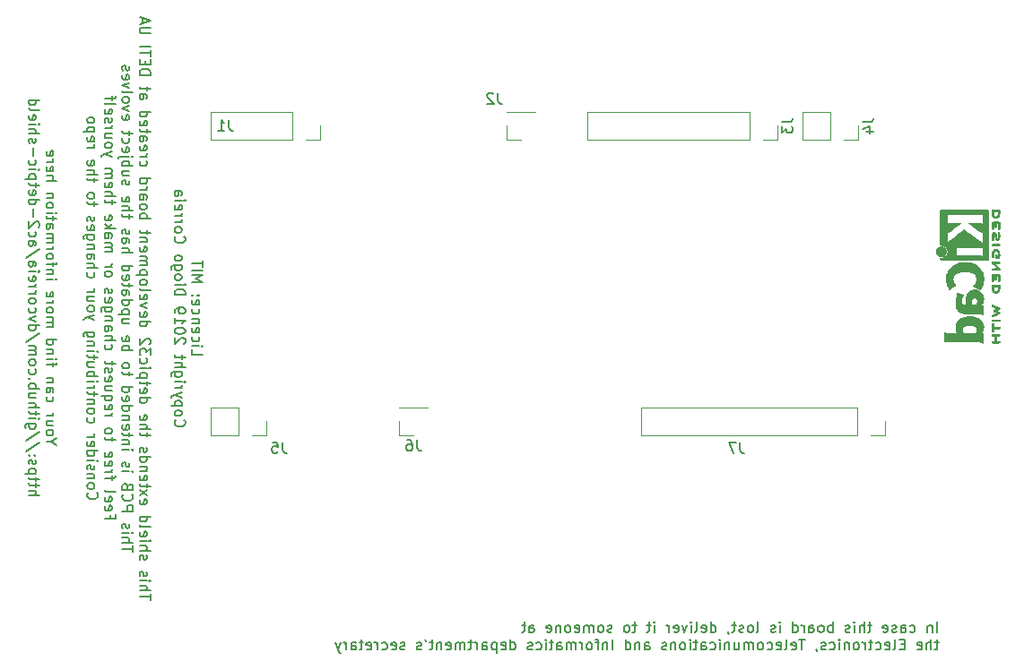
<source format=gbr>
G04 #@! TF.GenerationSoftware,KiCad,Pcbnew,(5.1.0-0)*
G04 #@! TF.CreationDate,2019-05-18T17:03:28+01:00*
G04 #@! TF.ProjectId,ac2-detpic-shield,6163322d-6465-4747-9069-632d73686965,rev?*
G04 #@! TF.SameCoordinates,Original*
G04 #@! TF.FileFunction,Legend,Bot*
G04 #@! TF.FilePolarity,Positive*
%FSLAX46Y46*%
G04 Gerber Fmt 4.6, Leading zero omitted, Abs format (unit mm)*
G04 Created by KiCad (PCBNEW (5.1.0-0)) date 2019-05-18 17:03:28*
%MOMM*%
%LPD*%
G04 APERTURE LIST*
%ADD10C,0.150000*%
%ADD11C,0.010000*%
%ADD12C,0.120000*%
G04 APERTURE END LIST*
D10*
X146737619Y-64356761D02*
X146737619Y-64832952D01*
X147737619Y-64832952D01*
X146737619Y-64023428D02*
X147404285Y-64023428D01*
X147737619Y-64023428D02*
X147690000Y-64071047D01*
X147642380Y-64023428D01*
X147690000Y-63975809D01*
X147737619Y-64023428D01*
X147642380Y-64023428D01*
X146785238Y-63118666D02*
X146737619Y-63213904D01*
X146737619Y-63404380D01*
X146785238Y-63499619D01*
X146832857Y-63547238D01*
X146928095Y-63594857D01*
X147213809Y-63594857D01*
X147309047Y-63547238D01*
X147356666Y-63499619D01*
X147404285Y-63404380D01*
X147404285Y-63213904D01*
X147356666Y-63118666D01*
X146785238Y-62309142D02*
X146737619Y-62404380D01*
X146737619Y-62594857D01*
X146785238Y-62690095D01*
X146880476Y-62737714D01*
X147261428Y-62737714D01*
X147356666Y-62690095D01*
X147404285Y-62594857D01*
X147404285Y-62404380D01*
X147356666Y-62309142D01*
X147261428Y-62261523D01*
X147166190Y-62261523D01*
X147070952Y-62737714D01*
X147404285Y-61832952D02*
X146737619Y-61832952D01*
X147309047Y-61832952D02*
X147356666Y-61785333D01*
X147404285Y-61690095D01*
X147404285Y-61547238D01*
X147356666Y-61452000D01*
X147261428Y-61404380D01*
X146737619Y-61404380D01*
X146785238Y-60499619D02*
X146737619Y-60594857D01*
X146737619Y-60785333D01*
X146785238Y-60880571D01*
X146832857Y-60928190D01*
X146928095Y-60975809D01*
X147213809Y-60975809D01*
X147309047Y-60928190D01*
X147356666Y-60880571D01*
X147404285Y-60785333D01*
X147404285Y-60594857D01*
X147356666Y-60499619D01*
X146785238Y-59690095D02*
X146737619Y-59785333D01*
X146737619Y-59975809D01*
X146785238Y-60071047D01*
X146880476Y-60118666D01*
X147261428Y-60118666D01*
X147356666Y-60071047D01*
X147404285Y-59975809D01*
X147404285Y-59785333D01*
X147356666Y-59690095D01*
X147261428Y-59642476D01*
X147166190Y-59642476D01*
X147070952Y-60118666D01*
X146832857Y-59213904D02*
X146785238Y-59166285D01*
X146737619Y-59213904D01*
X146785238Y-59261523D01*
X146832857Y-59213904D01*
X146737619Y-59213904D01*
X147356666Y-59213904D02*
X147309047Y-59166285D01*
X147261428Y-59213904D01*
X147309047Y-59261523D01*
X147356666Y-59213904D01*
X147261428Y-59213904D01*
X146737619Y-57975809D02*
X147737619Y-57975809D01*
X147023333Y-57642476D01*
X147737619Y-57309142D01*
X146737619Y-57309142D01*
X146737619Y-56832952D02*
X147737619Y-56832952D01*
X147737619Y-56499619D02*
X147737619Y-55928190D01*
X146737619Y-56213904D02*
X147737619Y-56213904D01*
X145182857Y-70999619D02*
X145135238Y-71047238D01*
X145087619Y-71190095D01*
X145087619Y-71285333D01*
X145135238Y-71428190D01*
X145230476Y-71523428D01*
X145325714Y-71571047D01*
X145516190Y-71618666D01*
X145659047Y-71618666D01*
X145849523Y-71571047D01*
X145944761Y-71523428D01*
X146040000Y-71428190D01*
X146087619Y-71285333D01*
X146087619Y-71190095D01*
X146040000Y-71047238D01*
X145992380Y-70999619D01*
X145087619Y-70428190D02*
X145135238Y-70523428D01*
X145182857Y-70571047D01*
X145278095Y-70618666D01*
X145563809Y-70618666D01*
X145659047Y-70571047D01*
X145706666Y-70523428D01*
X145754285Y-70428190D01*
X145754285Y-70285333D01*
X145706666Y-70190095D01*
X145659047Y-70142476D01*
X145563809Y-70094857D01*
X145278095Y-70094857D01*
X145182857Y-70142476D01*
X145135238Y-70190095D01*
X145087619Y-70285333D01*
X145087619Y-70428190D01*
X145754285Y-69666285D02*
X144754285Y-69666285D01*
X145706666Y-69666285D02*
X145754285Y-69571047D01*
X145754285Y-69380571D01*
X145706666Y-69285333D01*
X145659047Y-69237714D01*
X145563809Y-69190095D01*
X145278095Y-69190095D01*
X145182857Y-69237714D01*
X145135238Y-69285333D01*
X145087619Y-69380571D01*
X145087619Y-69571047D01*
X145135238Y-69666285D01*
X145754285Y-68856761D02*
X145087619Y-68618666D01*
X145754285Y-68380571D02*
X145087619Y-68618666D01*
X144849523Y-68713904D01*
X144801904Y-68761523D01*
X144754285Y-68856761D01*
X145087619Y-67999619D02*
X145754285Y-67999619D01*
X145563809Y-67999619D02*
X145659047Y-67952000D01*
X145706666Y-67904380D01*
X145754285Y-67809142D01*
X145754285Y-67713904D01*
X145087619Y-67380571D02*
X145754285Y-67380571D01*
X146087619Y-67380571D02*
X146040000Y-67428190D01*
X145992380Y-67380571D01*
X146040000Y-67332952D01*
X146087619Y-67380571D01*
X145992380Y-67380571D01*
X145754285Y-66475809D02*
X144944761Y-66475809D01*
X144849523Y-66523428D01*
X144801904Y-66571047D01*
X144754285Y-66666285D01*
X144754285Y-66809142D01*
X144801904Y-66904380D01*
X145135238Y-66475809D02*
X145087619Y-66571047D01*
X145087619Y-66761523D01*
X145135238Y-66856761D01*
X145182857Y-66904380D01*
X145278095Y-66952000D01*
X145563809Y-66952000D01*
X145659047Y-66904380D01*
X145706666Y-66856761D01*
X145754285Y-66761523D01*
X145754285Y-66571047D01*
X145706666Y-66475809D01*
X145087619Y-65999619D02*
X146087619Y-65999619D01*
X145087619Y-65571047D02*
X145611428Y-65571047D01*
X145706666Y-65618666D01*
X145754285Y-65713904D01*
X145754285Y-65856761D01*
X145706666Y-65952000D01*
X145659047Y-65999619D01*
X145754285Y-65237714D02*
X145754285Y-64856761D01*
X146087619Y-65094857D02*
X145230476Y-65094857D01*
X145135238Y-65047238D01*
X145087619Y-64952000D01*
X145087619Y-64856761D01*
X145992380Y-63809142D02*
X146040000Y-63761523D01*
X146087619Y-63666285D01*
X146087619Y-63428190D01*
X146040000Y-63332952D01*
X145992380Y-63285333D01*
X145897142Y-63237714D01*
X145801904Y-63237714D01*
X145659047Y-63285333D01*
X145087619Y-63856761D01*
X145087619Y-63237714D01*
X146087619Y-62618666D02*
X146087619Y-62523428D01*
X146040000Y-62428190D01*
X145992380Y-62380571D01*
X145897142Y-62332952D01*
X145706666Y-62285333D01*
X145468571Y-62285333D01*
X145278095Y-62332952D01*
X145182857Y-62380571D01*
X145135238Y-62428190D01*
X145087619Y-62523428D01*
X145087619Y-62618666D01*
X145135238Y-62713904D01*
X145182857Y-62761523D01*
X145278095Y-62809142D01*
X145468571Y-62856761D01*
X145706666Y-62856761D01*
X145897142Y-62809142D01*
X145992380Y-62761523D01*
X146040000Y-62713904D01*
X146087619Y-62618666D01*
X145087619Y-61332952D02*
X145087619Y-61904380D01*
X145087619Y-61618666D02*
X146087619Y-61618666D01*
X145944761Y-61713904D01*
X145849523Y-61809142D01*
X145801904Y-61904380D01*
X145087619Y-60856761D02*
X145087619Y-60666285D01*
X145135238Y-60571047D01*
X145182857Y-60523428D01*
X145325714Y-60428190D01*
X145516190Y-60380571D01*
X145897142Y-60380571D01*
X145992380Y-60428190D01*
X146040000Y-60475809D01*
X146087619Y-60571047D01*
X146087619Y-60761523D01*
X146040000Y-60856761D01*
X145992380Y-60904380D01*
X145897142Y-60952000D01*
X145659047Y-60952000D01*
X145563809Y-60904380D01*
X145516190Y-60856761D01*
X145468571Y-60761523D01*
X145468571Y-60571047D01*
X145516190Y-60475809D01*
X145563809Y-60428190D01*
X145659047Y-60380571D01*
X145087619Y-59190095D02*
X146087619Y-59190095D01*
X146087619Y-58952000D01*
X146040000Y-58809142D01*
X145944761Y-58713904D01*
X145849523Y-58666285D01*
X145659047Y-58618666D01*
X145516190Y-58618666D01*
X145325714Y-58666285D01*
X145230476Y-58713904D01*
X145135238Y-58809142D01*
X145087619Y-58952000D01*
X145087619Y-59190095D01*
X145087619Y-58190095D02*
X145754285Y-58190095D01*
X146087619Y-58190095D02*
X146040000Y-58237714D01*
X145992380Y-58190095D01*
X146040000Y-58142476D01*
X146087619Y-58190095D01*
X145992380Y-58190095D01*
X145087619Y-57571047D02*
X145135238Y-57666285D01*
X145182857Y-57713904D01*
X145278095Y-57761523D01*
X145563809Y-57761523D01*
X145659047Y-57713904D01*
X145706666Y-57666285D01*
X145754285Y-57571047D01*
X145754285Y-57428190D01*
X145706666Y-57332952D01*
X145659047Y-57285333D01*
X145563809Y-57237714D01*
X145278095Y-57237714D01*
X145182857Y-57285333D01*
X145135238Y-57332952D01*
X145087619Y-57428190D01*
X145087619Y-57571047D01*
X145754285Y-56380571D02*
X144944761Y-56380571D01*
X144849523Y-56428190D01*
X144801904Y-56475809D01*
X144754285Y-56571047D01*
X144754285Y-56713904D01*
X144801904Y-56809142D01*
X145135238Y-56380571D02*
X145087619Y-56475809D01*
X145087619Y-56666285D01*
X145135238Y-56761523D01*
X145182857Y-56809142D01*
X145278095Y-56856761D01*
X145563809Y-56856761D01*
X145659047Y-56809142D01*
X145706666Y-56761523D01*
X145754285Y-56666285D01*
X145754285Y-56475809D01*
X145706666Y-56380571D01*
X145087619Y-55761523D02*
X145135238Y-55856761D01*
X145182857Y-55904380D01*
X145278095Y-55952000D01*
X145563809Y-55952000D01*
X145659047Y-55904380D01*
X145706666Y-55856761D01*
X145754285Y-55761523D01*
X145754285Y-55618666D01*
X145706666Y-55523428D01*
X145659047Y-55475809D01*
X145563809Y-55428190D01*
X145278095Y-55428190D01*
X145182857Y-55475809D01*
X145135238Y-55523428D01*
X145087619Y-55618666D01*
X145087619Y-55761523D01*
X145182857Y-53666285D02*
X145135238Y-53713904D01*
X145087619Y-53856761D01*
X145087619Y-53952000D01*
X145135238Y-54094857D01*
X145230476Y-54190095D01*
X145325714Y-54237714D01*
X145516190Y-54285333D01*
X145659047Y-54285333D01*
X145849523Y-54237714D01*
X145944761Y-54190095D01*
X146040000Y-54094857D01*
X146087619Y-53952000D01*
X146087619Y-53856761D01*
X146040000Y-53713904D01*
X145992380Y-53666285D01*
X145087619Y-53094857D02*
X145135238Y-53190095D01*
X145182857Y-53237714D01*
X145278095Y-53285333D01*
X145563809Y-53285333D01*
X145659047Y-53237714D01*
X145706666Y-53190095D01*
X145754285Y-53094857D01*
X145754285Y-52952000D01*
X145706666Y-52856761D01*
X145659047Y-52809142D01*
X145563809Y-52761523D01*
X145278095Y-52761523D01*
X145182857Y-52809142D01*
X145135238Y-52856761D01*
X145087619Y-52952000D01*
X145087619Y-53094857D01*
X145087619Y-52332952D02*
X145754285Y-52332952D01*
X145563809Y-52332952D02*
X145659047Y-52285333D01*
X145706666Y-52237714D01*
X145754285Y-52142476D01*
X145754285Y-52047238D01*
X145087619Y-51713904D02*
X145754285Y-51713904D01*
X145563809Y-51713904D02*
X145659047Y-51666285D01*
X145706666Y-51618666D01*
X145754285Y-51523428D01*
X145754285Y-51428190D01*
X145135238Y-50713904D02*
X145087619Y-50809142D01*
X145087619Y-50999619D01*
X145135238Y-51094857D01*
X145230476Y-51142476D01*
X145611428Y-51142476D01*
X145706666Y-51094857D01*
X145754285Y-50999619D01*
X145754285Y-50809142D01*
X145706666Y-50713904D01*
X145611428Y-50666285D01*
X145516190Y-50666285D01*
X145420952Y-51142476D01*
X145087619Y-50237714D02*
X145754285Y-50237714D01*
X146087619Y-50237714D02*
X146040000Y-50285333D01*
X145992380Y-50237714D01*
X146040000Y-50190095D01*
X146087619Y-50237714D01*
X145992380Y-50237714D01*
X145087619Y-49332952D02*
X145611428Y-49332952D01*
X145706666Y-49380571D01*
X145754285Y-49475809D01*
X145754285Y-49666285D01*
X145706666Y-49761523D01*
X145135238Y-49332952D02*
X145087619Y-49428190D01*
X145087619Y-49666285D01*
X145135238Y-49761523D01*
X145230476Y-49809142D01*
X145325714Y-49809142D01*
X145420952Y-49761523D01*
X145468571Y-49666285D01*
X145468571Y-49428190D01*
X145516190Y-49332952D01*
X142787619Y-87999619D02*
X142787619Y-87428190D01*
X141787619Y-87713904D02*
X142787619Y-87713904D01*
X141787619Y-87094857D02*
X142787619Y-87094857D01*
X141787619Y-86666285D02*
X142311428Y-86666285D01*
X142406666Y-86713904D01*
X142454285Y-86809142D01*
X142454285Y-86952000D01*
X142406666Y-87047238D01*
X142359047Y-87094857D01*
X141787619Y-86190095D02*
X142454285Y-86190095D01*
X142787619Y-86190095D02*
X142740000Y-86237714D01*
X142692380Y-86190095D01*
X142740000Y-86142476D01*
X142787619Y-86190095D01*
X142692380Y-86190095D01*
X141835238Y-85761523D02*
X141787619Y-85666285D01*
X141787619Y-85475809D01*
X141835238Y-85380571D01*
X141930476Y-85332952D01*
X141978095Y-85332952D01*
X142073333Y-85380571D01*
X142120952Y-85475809D01*
X142120952Y-85618666D01*
X142168571Y-85713904D01*
X142263809Y-85761523D01*
X142311428Y-85761523D01*
X142406666Y-85713904D01*
X142454285Y-85618666D01*
X142454285Y-85475809D01*
X142406666Y-85380571D01*
X141835238Y-84190095D02*
X141787619Y-84094857D01*
X141787619Y-83904380D01*
X141835238Y-83809142D01*
X141930476Y-83761523D01*
X141978095Y-83761523D01*
X142073333Y-83809142D01*
X142120952Y-83904380D01*
X142120952Y-84047238D01*
X142168571Y-84142476D01*
X142263809Y-84190095D01*
X142311428Y-84190095D01*
X142406666Y-84142476D01*
X142454285Y-84047238D01*
X142454285Y-83904380D01*
X142406666Y-83809142D01*
X141787619Y-83332952D02*
X142787619Y-83332952D01*
X141787619Y-82904380D02*
X142311428Y-82904380D01*
X142406666Y-82952000D01*
X142454285Y-83047238D01*
X142454285Y-83190095D01*
X142406666Y-83285333D01*
X142359047Y-83332952D01*
X141787619Y-82428190D02*
X142454285Y-82428190D01*
X142787619Y-82428190D02*
X142740000Y-82475809D01*
X142692380Y-82428190D01*
X142740000Y-82380571D01*
X142787619Y-82428190D01*
X142692380Y-82428190D01*
X141835238Y-81571047D02*
X141787619Y-81666285D01*
X141787619Y-81856761D01*
X141835238Y-81952000D01*
X141930476Y-81999619D01*
X142311428Y-81999619D01*
X142406666Y-81952000D01*
X142454285Y-81856761D01*
X142454285Y-81666285D01*
X142406666Y-81571047D01*
X142311428Y-81523428D01*
X142216190Y-81523428D01*
X142120952Y-81999619D01*
X141787619Y-80952000D02*
X141835238Y-81047238D01*
X141930476Y-81094857D01*
X142787619Y-81094857D01*
X141787619Y-80142476D02*
X142787619Y-80142476D01*
X141835238Y-80142476D02*
X141787619Y-80237714D01*
X141787619Y-80428190D01*
X141835238Y-80523428D01*
X141882857Y-80571047D01*
X141978095Y-80618666D01*
X142263809Y-80618666D01*
X142359047Y-80571047D01*
X142406666Y-80523428D01*
X142454285Y-80428190D01*
X142454285Y-80237714D01*
X142406666Y-80142476D01*
X141835238Y-78523428D02*
X141787619Y-78618666D01*
X141787619Y-78809142D01*
X141835238Y-78904380D01*
X141930476Y-78952000D01*
X142311428Y-78952000D01*
X142406666Y-78904380D01*
X142454285Y-78809142D01*
X142454285Y-78618666D01*
X142406666Y-78523428D01*
X142311428Y-78475809D01*
X142216190Y-78475809D01*
X142120952Y-78952000D01*
X141787619Y-78142476D02*
X142454285Y-77618666D01*
X142454285Y-78142476D02*
X141787619Y-77618666D01*
X142454285Y-77380571D02*
X142454285Y-76999619D01*
X142787619Y-77237714D02*
X141930476Y-77237714D01*
X141835238Y-77190095D01*
X141787619Y-77094857D01*
X141787619Y-76999619D01*
X141835238Y-76285333D02*
X141787619Y-76380571D01*
X141787619Y-76571047D01*
X141835238Y-76666285D01*
X141930476Y-76713904D01*
X142311428Y-76713904D01*
X142406666Y-76666285D01*
X142454285Y-76571047D01*
X142454285Y-76380571D01*
X142406666Y-76285333D01*
X142311428Y-76237714D01*
X142216190Y-76237714D01*
X142120952Y-76713904D01*
X142454285Y-75809142D02*
X141787619Y-75809142D01*
X142359047Y-75809142D02*
X142406666Y-75761523D01*
X142454285Y-75666285D01*
X142454285Y-75523428D01*
X142406666Y-75428190D01*
X142311428Y-75380571D01*
X141787619Y-75380571D01*
X141787619Y-74475809D02*
X142787619Y-74475809D01*
X141835238Y-74475809D02*
X141787619Y-74571047D01*
X141787619Y-74761523D01*
X141835238Y-74856761D01*
X141882857Y-74904380D01*
X141978095Y-74952000D01*
X142263809Y-74952000D01*
X142359047Y-74904380D01*
X142406666Y-74856761D01*
X142454285Y-74761523D01*
X142454285Y-74571047D01*
X142406666Y-74475809D01*
X141835238Y-74047238D02*
X141787619Y-73952000D01*
X141787619Y-73761523D01*
X141835238Y-73666285D01*
X141930476Y-73618666D01*
X141978095Y-73618666D01*
X142073333Y-73666285D01*
X142120952Y-73761523D01*
X142120952Y-73904380D01*
X142168571Y-73999619D01*
X142263809Y-74047238D01*
X142311428Y-74047238D01*
X142406666Y-73999619D01*
X142454285Y-73904380D01*
X142454285Y-73761523D01*
X142406666Y-73666285D01*
X142454285Y-72571047D02*
X142454285Y-72190095D01*
X142787619Y-72428190D02*
X141930476Y-72428190D01*
X141835238Y-72380571D01*
X141787619Y-72285333D01*
X141787619Y-72190095D01*
X141787619Y-71856761D02*
X142787619Y-71856761D01*
X141787619Y-71428190D02*
X142311428Y-71428190D01*
X142406666Y-71475809D01*
X142454285Y-71571047D01*
X142454285Y-71713904D01*
X142406666Y-71809142D01*
X142359047Y-71856761D01*
X141835238Y-70571047D02*
X141787619Y-70666285D01*
X141787619Y-70856761D01*
X141835238Y-70952000D01*
X141930476Y-70999619D01*
X142311428Y-70999619D01*
X142406666Y-70952000D01*
X142454285Y-70856761D01*
X142454285Y-70666285D01*
X142406666Y-70571047D01*
X142311428Y-70523428D01*
X142216190Y-70523428D01*
X142120952Y-70999619D01*
X141787619Y-68904380D02*
X142787619Y-68904380D01*
X141835238Y-68904380D02*
X141787619Y-68999619D01*
X141787619Y-69190095D01*
X141835238Y-69285333D01*
X141882857Y-69332952D01*
X141978095Y-69380571D01*
X142263809Y-69380571D01*
X142359047Y-69332952D01*
X142406666Y-69285333D01*
X142454285Y-69190095D01*
X142454285Y-68999619D01*
X142406666Y-68904380D01*
X141835238Y-68047238D02*
X141787619Y-68142476D01*
X141787619Y-68332952D01*
X141835238Y-68428190D01*
X141930476Y-68475809D01*
X142311428Y-68475809D01*
X142406666Y-68428190D01*
X142454285Y-68332952D01*
X142454285Y-68142476D01*
X142406666Y-68047238D01*
X142311428Y-67999619D01*
X142216190Y-67999619D01*
X142120952Y-68475809D01*
X142454285Y-67713904D02*
X142454285Y-67332952D01*
X142787619Y-67571047D02*
X141930476Y-67571047D01*
X141835238Y-67523428D01*
X141787619Y-67428190D01*
X141787619Y-67332952D01*
X142454285Y-66999619D02*
X141454285Y-66999619D01*
X142406666Y-66999619D02*
X142454285Y-66904380D01*
X142454285Y-66713904D01*
X142406666Y-66618666D01*
X142359047Y-66571047D01*
X142263809Y-66523428D01*
X141978095Y-66523428D01*
X141882857Y-66571047D01*
X141835238Y-66618666D01*
X141787619Y-66713904D01*
X141787619Y-66904380D01*
X141835238Y-66999619D01*
X141787619Y-66094857D02*
X142454285Y-66094857D01*
X142787619Y-66094857D02*
X142740000Y-66142476D01*
X142692380Y-66094857D01*
X142740000Y-66047238D01*
X142787619Y-66094857D01*
X142692380Y-66094857D01*
X141835238Y-65190095D02*
X141787619Y-65285333D01*
X141787619Y-65475809D01*
X141835238Y-65571047D01*
X141882857Y-65618666D01*
X141978095Y-65666285D01*
X142263809Y-65666285D01*
X142359047Y-65618666D01*
X142406666Y-65571047D01*
X142454285Y-65475809D01*
X142454285Y-65285333D01*
X142406666Y-65190095D01*
X142787619Y-64856761D02*
X142787619Y-64237714D01*
X142406666Y-64571047D01*
X142406666Y-64428190D01*
X142359047Y-64332952D01*
X142311428Y-64285333D01*
X142216190Y-64237714D01*
X141978095Y-64237714D01*
X141882857Y-64285333D01*
X141835238Y-64332952D01*
X141787619Y-64428190D01*
X141787619Y-64713904D01*
X141835238Y-64809142D01*
X141882857Y-64856761D01*
X142692380Y-63856761D02*
X142740000Y-63809142D01*
X142787619Y-63713904D01*
X142787619Y-63475809D01*
X142740000Y-63380571D01*
X142692380Y-63332952D01*
X142597142Y-63285333D01*
X142501904Y-63285333D01*
X142359047Y-63332952D01*
X141787619Y-63904380D01*
X141787619Y-63285333D01*
X141787619Y-61666285D02*
X142787619Y-61666285D01*
X141835238Y-61666285D02*
X141787619Y-61761523D01*
X141787619Y-61952000D01*
X141835238Y-62047238D01*
X141882857Y-62094857D01*
X141978095Y-62142476D01*
X142263809Y-62142476D01*
X142359047Y-62094857D01*
X142406666Y-62047238D01*
X142454285Y-61952000D01*
X142454285Y-61761523D01*
X142406666Y-61666285D01*
X141835238Y-60809142D02*
X141787619Y-60904380D01*
X141787619Y-61094857D01*
X141835238Y-61190095D01*
X141930476Y-61237714D01*
X142311428Y-61237714D01*
X142406666Y-61190095D01*
X142454285Y-61094857D01*
X142454285Y-60904380D01*
X142406666Y-60809142D01*
X142311428Y-60761523D01*
X142216190Y-60761523D01*
X142120952Y-61237714D01*
X142454285Y-60428190D02*
X141787619Y-60190095D01*
X142454285Y-59952000D01*
X141835238Y-59190095D02*
X141787619Y-59285333D01*
X141787619Y-59475809D01*
X141835238Y-59571047D01*
X141930476Y-59618666D01*
X142311428Y-59618666D01*
X142406666Y-59571047D01*
X142454285Y-59475809D01*
X142454285Y-59285333D01*
X142406666Y-59190095D01*
X142311428Y-59142476D01*
X142216190Y-59142476D01*
X142120952Y-59618666D01*
X141787619Y-58571047D02*
X141835238Y-58666285D01*
X141930476Y-58713904D01*
X142787619Y-58713904D01*
X141787619Y-58047238D02*
X141835238Y-58142476D01*
X141882857Y-58190095D01*
X141978095Y-58237714D01*
X142263809Y-58237714D01*
X142359047Y-58190095D01*
X142406666Y-58142476D01*
X142454285Y-58047238D01*
X142454285Y-57904380D01*
X142406666Y-57809142D01*
X142359047Y-57761523D01*
X142263809Y-57713904D01*
X141978095Y-57713904D01*
X141882857Y-57761523D01*
X141835238Y-57809142D01*
X141787619Y-57904380D01*
X141787619Y-58047238D01*
X142454285Y-57285333D02*
X141454285Y-57285333D01*
X142406666Y-57285333D02*
X142454285Y-57190095D01*
X142454285Y-56999619D01*
X142406666Y-56904380D01*
X142359047Y-56856761D01*
X142263809Y-56809142D01*
X141978095Y-56809142D01*
X141882857Y-56856761D01*
X141835238Y-56904380D01*
X141787619Y-56999619D01*
X141787619Y-57190095D01*
X141835238Y-57285333D01*
X141787619Y-56380571D02*
X142454285Y-56380571D01*
X142359047Y-56380571D02*
X142406666Y-56332952D01*
X142454285Y-56237714D01*
X142454285Y-56094857D01*
X142406666Y-55999619D01*
X142311428Y-55952000D01*
X141787619Y-55952000D01*
X142311428Y-55952000D02*
X142406666Y-55904380D01*
X142454285Y-55809142D01*
X142454285Y-55666285D01*
X142406666Y-55571047D01*
X142311428Y-55523428D01*
X141787619Y-55523428D01*
X141835238Y-54666285D02*
X141787619Y-54761523D01*
X141787619Y-54952000D01*
X141835238Y-55047238D01*
X141930476Y-55094857D01*
X142311428Y-55094857D01*
X142406666Y-55047238D01*
X142454285Y-54952000D01*
X142454285Y-54761523D01*
X142406666Y-54666285D01*
X142311428Y-54618666D01*
X142216190Y-54618666D01*
X142120952Y-55094857D01*
X142454285Y-54190095D02*
X141787619Y-54190095D01*
X142359047Y-54190095D02*
X142406666Y-54142476D01*
X142454285Y-54047238D01*
X142454285Y-53904380D01*
X142406666Y-53809142D01*
X142311428Y-53761523D01*
X141787619Y-53761523D01*
X142454285Y-53428190D02*
X142454285Y-53047238D01*
X142787619Y-53285333D02*
X141930476Y-53285333D01*
X141835238Y-53237714D01*
X141787619Y-53142476D01*
X141787619Y-53047238D01*
X141787619Y-51952000D02*
X142787619Y-51952000D01*
X142406666Y-51952000D02*
X142454285Y-51856761D01*
X142454285Y-51666285D01*
X142406666Y-51571047D01*
X142359047Y-51523428D01*
X142263809Y-51475809D01*
X141978095Y-51475809D01*
X141882857Y-51523428D01*
X141835238Y-51571047D01*
X141787619Y-51666285D01*
X141787619Y-51856761D01*
X141835238Y-51952000D01*
X141787619Y-50904380D02*
X141835238Y-50999619D01*
X141882857Y-51047238D01*
X141978095Y-51094857D01*
X142263809Y-51094857D01*
X142359047Y-51047238D01*
X142406666Y-50999619D01*
X142454285Y-50904380D01*
X142454285Y-50761523D01*
X142406666Y-50666285D01*
X142359047Y-50618666D01*
X142263809Y-50571047D01*
X141978095Y-50571047D01*
X141882857Y-50618666D01*
X141835238Y-50666285D01*
X141787619Y-50761523D01*
X141787619Y-50904380D01*
X141787619Y-49713904D02*
X142311428Y-49713904D01*
X142406666Y-49761523D01*
X142454285Y-49856761D01*
X142454285Y-50047238D01*
X142406666Y-50142476D01*
X141835238Y-49713904D02*
X141787619Y-49809142D01*
X141787619Y-50047238D01*
X141835238Y-50142476D01*
X141930476Y-50190095D01*
X142025714Y-50190095D01*
X142120952Y-50142476D01*
X142168571Y-50047238D01*
X142168571Y-49809142D01*
X142216190Y-49713904D01*
X141787619Y-49237714D02*
X142454285Y-49237714D01*
X142263809Y-49237714D02*
X142359047Y-49190095D01*
X142406666Y-49142476D01*
X142454285Y-49047238D01*
X142454285Y-48952000D01*
X141787619Y-48190095D02*
X142787619Y-48190095D01*
X141835238Y-48190095D02*
X141787619Y-48285333D01*
X141787619Y-48475809D01*
X141835238Y-48571047D01*
X141882857Y-48618666D01*
X141978095Y-48666285D01*
X142263809Y-48666285D01*
X142359047Y-48618666D01*
X142406666Y-48571047D01*
X142454285Y-48475809D01*
X142454285Y-48285333D01*
X142406666Y-48190095D01*
X141835238Y-46523428D02*
X141787619Y-46618666D01*
X141787619Y-46809142D01*
X141835238Y-46904380D01*
X141882857Y-46952000D01*
X141978095Y-46999619D01*
X142263809Y-46999619D01*
X142359047Y-46952000D01*
X142406666Y-46904380D01*
X142454285Y-46809142D01*
X142454285Y-46618666D01*
X142406666Y-46523428D01*
X141787619Y-46094857D02*
X142454285Y-46094857D01*
X142263809Y-46094857D02*
X142359047Y-46047238D01*
X142406666Y-45999619D01*
X142454285Y-45904380D01*
X142454285Y-45809142D01*
X141835238Y-45094857D02*
X141787619Y-45190095D01*
X141787619Y-45380571D01*
X141835238Y-45475809D01*
X141930476Y-45523428D01*
X142311428Y-45523428D01*
X142406666Y-45475809D01*
X142454285Y-45380571D01*
X142454285Y-45190095D01*
X142406666Y-45094857D01*
X142311428Y-45047238D01*
X142216190Y-45047238D01*
X142120952Y-45523428D01*
X141787619Y-44190095D02*
X142311428Y-44190095D01*
X142406666Y-44237714D01*
X142454285Y-44332952D01*
X142454285Y-44523428D01*
X142406666Y-44618666D01*
X141835238Y-44190095D02*
X141787619Y-44285333D01*
X141787619Y-44523428D01*
X141835238Y-44618666D01*
X141930476Y-44666285D01*
X142025714Y-44666285D01*
X142120952Y-44618666D01*
X142168571Y-44523428D01*
X142168571Y-44285333D01*
X142216190Y-44190095D01*
X142454285Y-43856761D02*
X142454285Y-43475809D01*
X142787619Y-43713904D02*
X141930476Y-43713904D01*
X141835238Y-43666285D01*
X141787619Y-43571047D01*
X141787619Y-43475809D01*
X141835238Y-42761523D02*
X141787619Y-42856761D01*
X141787619Y-43047238D01*
X141835238Y-43142476D01*
X141930476Y-43190095D01*
X142311428Y-43190095D01*
X142406666Y-43142476D01*
X142454285Y-43047238D01*
X142454285Y-42856761D01*
X142406666Y-42761523D01*
X142311428Y-42713904D01*
X142216190Y-42713904D01*
X142120952Y-43190095D01*
X141787619Y-41856761D02*
X142787619Y-41856761D01*
X141835238Y-41856761D02*
X141787619Y-41952000D01*
X141787619Y-42142476D01*
X141835238Y-42237714D01*
X141882857Y-42285333D01*
X141978095Y-42332952D01*
X142263809Y-42332952D01*
X142359047Y-42285333D01*
X142406666Y-42237714D01*
X142454285Y-42142476D01*
X142454285Y-41952000D01*
X142406666Y-41856761D01*
X141787619Y-40190095D02*
X142311428Y-40190095D01*
X142406666Y-40237714D01*
X142454285Y-40332952D01*
X142454285Y-40523428D01*
X142406666Y-40618666D01*
X141835238Y-40190095D02*
X141787619Y-40285333D01*
X141787619Y-40523428D01*
X141835238Y-40618666D01*
X141930476Y-40666285D01*
X142025714Y-40666285D01*
X142120952Y-40618666D01*
X142168571Y-40523428D01*
X142168571Y-40285333D01*
X142216190Y-40190095D01*
X142454285Y-39856761D02*
X142454285Y-39475809D01*
X142787619Y-39713904D02*
X141930476Y-39713904D01*
X141835238Y-39666285D01*
X141787619Y-39571047D01*
X141787619Y-39475809D01*
X141787619Y-38380571D02*
X142787619Y-38380571D01*
X142787619Y-38142476D01*
X142740000Y-37999619D01*
X142644761Y-37904380D01*
X142549523Y-37856761D01*
X142359047Y-37809142D01*
X142216190Y-37809142D01*
X142025714Y-37856761D01*
X141930476Y-37904380D01*
X141835238Y-37999619D01*
X141787619Y-38142476D01*
X141787619Y-38380571D01*
X142311428Y-37380571D02*
X142311428Y-37047238D01*
X141787619Y-36904380D02*
X141787619Y-37380571D01*
X142787619Y-37380571D01*
X142787619Y-36904380D01*
X142787619Y-36618666D02*
X142787619Y-36047238D01*
X141787619Y-36332952D02*
X142787619Y-36332952D01*
X141787619Y-35713904D02*
X142787619Y-35713904D01*
X142787619Y-34475809D02*
X141978095Y-34475809D01*
X141882857Y-34428190D01*
X141835238Y-34380571D01*
X141787619Y-34285333D01*
X141787619Y-34094857D01*
X141835238Y-33999619D01*
X141882857Y-33952000D01*
X141978095Y-33904380D01*
X142787619Y-33904380D01*
X142073333Y-33475809D02*
X142073333Y-32999619D01*
X141787619Y-33571047D02*
X142787619Y-33237714D01*
X141787619Y-32904380D01*
X141137619Y-83475809D02*
X141137619Y-82904380D01*
X140137619Y-83190095D02*
X141137619Y-83190095D01*
X140137619Y-82571047D02*
X141137619Y-82571047D01*
X140137619Y-82142476D02*
X140661428Y-82142476D01*
X140756666Y-82190095D01*
X140804285Y-82285333D01*
X140804285Y-82428190D01*
X140756666Y-82523428D01*
X140709047Y-82571047D01*
X140137619Y-81666285D02*
X140804285Y-81666285D01*
X141137619Y-81666285D02*
X141090000Y-81713904D01*
X141042380Y-81666285D01*
X141090000Y-81618666D01*
X141137619Y-81666285D01*
X141042380Y-81666285D01*
X140185238Y-81237714D02*
X140137619Y-81142476D01*
X140137619Y-80952000D01*
X140185238Y-80856761D01*
X140280476Y-80809142D01*
X140328095Y-80809142D01*
X140423333Y-80856761D01*
X140470952Y-80952000D01*
X140470952Y-81094857D01*
X140518571Y-81190095D01*
X140613809Y-81237714D01*
X140661428Y-81237714D01*
X140756666Y-81190095D01*
X140804285Y-81094857D01*
X140804285Y-80952000D01*
X140756666Y-80856761D01*
X140137619Y-79618666D02*
X141137619Y-79618666D01*
X141137619Y-79237714D01*
X141090000Y-79142476D01*
X141042380Y-79094857D01*
X140947142Y-79047238D01*
X140804285Y-79047238D01*
X140709047Y-79094857D01*
X140661428Y-79142476D01*
X140613809Y-79237714D01*
X140613809Y-79618666D01*
X140232857Y-78047238D02*
X140185238Y-78094857D01*
X140137619Y-78237714D01*
X140137619Y-78332952D01*
X140185238Y-78475809D01*
X140280476Y-78571047D01*
X140375714Y-78618666D01*
X140566190Y-78666285D01*
X140709047Y-78666285D01*
X140899523Y-78618666D01*
X140994761Y-78571047D01*
X141090000Y-78475809D01*
X141137619Y-78332952D01*
X141137619Y-78237714D01*
X141090000Y-78094857D01*
X141042380Y-78047238D01*
X140661428Y-77285333D02*
X140613809Y-77142476D01*
X140566190Y-77094857D01*
X140470952Y-77047238D01*
X140328095Y-77047238D01*
X140232857Y-77094857D01*
X140185238Y-77142476D01*
X140137619Y-77237714D01*
X140137619Y-77618666D01*
X141137619Y-77618666D01*
X141137619Y-77285333D01*
X141090000Y-77190095D01*
X141042380Y-77142476D01*
X140947142Y-77094857D01*
X140851904Y-77094857D01*
X140756666Y-77142476D01*
X140709047Y-77190095D01*
X140661428Y-77285333D01*
X140661428Y-77618666D01*
X140137619Y-75856761D02*
X140804285Y-75856761D01*
X141137619Y-75856761D02*
X141090000Y-75904380D01*
X141042380Y-75856761D01*
X141090000Y-75809142D01*
X141137619Y-75856761D01*
X141042380Y-75856761D01*
X140185238Y-75428190D02*
X140137619Y-75332952D01*
X140137619Y-75142476D01*
X140185238Y-75047238D01*
X140280476Y-74999619D01*
X140328095Y-74999619D01*
X140423333Y-75047238D01*
X140470952Y-75142476D01*
X140470952Y-75285333D01*
X140518571Y-75380571D01*
X140613809Y-75428190D01*
X140661428Y-75428190D01*
X140756666Y-75380571D01*
X140804285Y-75285333D01*
X140804285Y-75142476D01*
X140756666Y-75047238D01*
X140137619Y-73809142D02*
X140804285Y-73809142D01*
X141137619Y-73809142D02*
X141090000Y-73856761D01*
X141042380Y-73809142D01*
X141090000Y-73761523D01*
X141137619Y-73809142D01*
X141042380Y-73809142D01*
X140804285Y-73332952D02*
X140137619Y-73332952D01*
X140709047Y-73332952D02*
X140756666Y-73285333D01*
X140804285Y-73190095D01*
X140804285Y-73047238D01*
X140756666Y-72952000D01*
X140661428Y-72904380D01*
X140137619Y-72904380D01*
X140804285Y-72571047D02*
X140804285Y-72190095D01*
X141137619Y-72428190D02*
X140280476Y-72428190D01*
X140185238Y-72380571D01*
X140137619Y-72285333D01*
X140137619Y-72190095D01*
X140185238Y-71475809D02*
X140137619Y-71571047D01*
X140137619Y-71761523D01*
X140185238Y-71856761D01*
X140280476Y-71904380D01*
X140661428Y-71904380D01*
X140756666Y-71856761D01*
X140804285Y-71761523D01*
X140804285Y-71571047D01*
X140756666Y-71475809D01*
X140661428Y-71428190D01*
X140566190Y-71428190D01*
X140470952Y-71904380D01*
X140804285Y-70999619D02*
X140137619Y-70999619D01*
X140709047Y-70999619D02*
X140756666Y-70952000D01*
X140804285Y-70856761D01*
X140804285Y-70713904D01*
X140756666Y-70618666D01*
X140661428Y-70571047D01*
X140137619Y-70571047D01*
X140137619Y-69666285D02*
X141137619Y-69666285D01*
X140185238Y-69666285D02*
X140137619Y-69761523D01*
X140137619Y-69952000D01*
X140185238Y-70047238D01*
X140232857Y-70094857D01*
X140328095Y-70142476D01*
X140613809Y-70142476D01*
X140709047Y-70094857D01*
X140756666Y-70047238D01*
X140804285Y-69952000D01*
X140804285Y-69761523D01*
X140756666Y-69666285D01*
X140185238Y-68809142D02*
X140137619Y-68904380D01*
X140137619Y-69094857D01*
X140185238Y-69190095D01*
X140280476Y-69237714D01*
X140661428Y-69237714D01*
X140756666Y-69190095D01*
X140804285Y-69094857D01*
X140804285Y-68904380D01*
X140756666Y-68809142D01*
X140661428Y-68761523D01*
X140566190Y-68761523D01*
X140470952Y-69237714D01*
X140137619Y-67904380D02*
X141137619Y-67904380D01*
X140185238Y-67904380D02*
X140137619Y-67999619D01*
X140137619Y-68190095D01*
X140185238Y-68285333D01*
X140232857Y-68332952D01*
X140328095Y-68380571D01*
X140613809Y-68380571D01*
X140709047Y-68332952D01*
X140756666Y-68285333D01*
X140804285Y-68190095D01*
X140804285Y-67999619D01*
X140756666Y-67904380D01*
X140804285Y-66809142D02*
X140804285Y-66428190D01*
X141137619Y-66666285D02*
X140280476Y-66666285D01*
X140185238Y-66618666D01*
X140137619Y-66523428D01*
X140137619Y-66428190D01*
X140137619Y-65952000D02*
X140185238Y-66047238D01*
X140232857Y-66094857D01*
X140328095Y-66142476D01*
X140613809Y-66142476D01*
X140709047Y-66094857D01*
X140756666Y-66047238D01*
X140804285Y-65952000D01*
X140804285Y-65809142D01*
X140756666Y-65713904D01*
X140709047Y-65666285D01*
X140613809Y-65618666D01*
X140328095Y-65618666D01*
X140232857Y-65666285D01*
X140185238Y-65713904D01*
X140137619Y-65809142D01*
X140137619Y-65952000D01*
X140137619Y-64428190D02*
X141137619Y-64428190D01*
X140756666Y-64428190D02*
X140804285Y-64332952D01*
X140804285Y-64142476D01*
X140756666Y-64047238D01*
X140709047Y-63999619D01*
X140613809Y-63952000D01*
X140328095Y-63952000D01*
X140232857Y-63999619D01*
X140185238Y-64047238D01*
X140137619Y-64142476D01*
X140137619Y-64332952D01*
X140185238Y-64428190D01*
X140185238Y-63142476D02*
X140137619Y-63237714D01*
X140137619Y-63428190D01*
X140185238Y-63523428D01*
X140280476Y-63571047D01*
X140661428Y-63571047D01*
X140756666Y-63523428D01*
X140804285Y-63428190D01*
X140804285Y-63237714D01*
X140756666Y-63142476D01*
X140661428Y-63094857D01*
X140566190Y-63094857D01*
X140470952Y-63571047D01*
X140804285Y-61475809D02*
X140137619Y-61475809D01*
X140804285Y-61904380D02*
X140280476Y-61904380D01*
X140185238Y-61856761D01*
X140137619Y-61761523D01*
X140137619Y-61618666D01*
X140185238Y-61523428D01*
X140232857Y-61475809D01*
X140804285Y-60999619D02*
X139804285Y-60999619D01*
X140756666Y-60999619D02*
X140804285Y-60904380D01*
X140804285Y-60713904D01*
X140756666Y-60618666D01*
X140709047Y-60571047D01*
X140613809Y-60523428D01*
X140328095Y-60523428D01*
X140232857Y-60571047D01*
X140185238Y-60618666D01*
X140137619Y-60713904D01*
X140137619Y-60904380D01*
X140185238Y-60999619D01*
X140137619Y-59666285D02*
X141137619Y-59666285D01*
X140185238Y-59666285D02*
X140137619Y-59761523D01*
X140137619Y-59952000D01*
X140185238Y-60047238D01*
X140232857Y-60094857D01*
X140328095Y-60142476D01*
X140613809Y-60142476D01*
X140709047Y-60094857D01*
X140756666Y-60047238D01*
X140804285Y-59952000D01*
X140804285Y-59761523D01*
X140756666Y-59666285D01*
X140137619Y-58761523D02*
X140661428Y-58761523D01*
X140756666Y-58809142D01*
X140804285Y-58904380D01*
X140804285Y-59094857D01*
X140756666Y-59190095D01*
X140185238Y-58761523D02*
X140137619Y-58856761D01*
X140137619Y-59094857D01*
X140185238Y-59190095D01*
X140280476Y-59237714D01*
X140375714Y-59237714D01*
X140470952Y-59190095D01*
X140518571Y-59094857D01*
X140518571Y-58856761D01*
X140566190Y-58761523D01*
X140804285Y-58428190D02*
X140804285Y-58047238D01*
X141137619Y-58285333D02*
X140280476Y-58285333D01*
X140185238Y-58237714D01*
X140137619Y-58142476D01*
X140137619Y-58047238D01*
X140185238Y-57332952D02*
X140137619Y-57428190D01*
X140137619Y-57618666D01*
X140185238Y-57713904D01*
X140280476Y-57761523D01*
X140661428Y-57761523D01*
X140756666Y-57713904D01*
X140804285Y-57618666D01*
X140804285Y-57428190D01*
X140756666Y-57332952D01*
X140661428Y-57285333D01*
X140566190Y-57285333D01*
X140470952Y-57761523D01*
X140137619Y-56428190D02*
X141137619Y-56428190D01*
X140185238Y-56428190D02*
X140137619Y-56523428D01*
X140137619Y-56713904D01*
X140185238Y-56809142D01*
X140232857Y-56856761D01*
X140328095Y-56904380D01*
X140613809Y-56904380D01*
X140709047Y-56856761D01*
X140756666Y-56809142D01*
X140804285Y-56713904D01*
X140804285Y-56523428D01*
X140756666Y-56428190D01*
X140137619Y-55190095D02*
X141137619Y-55190095D01*
X140137619Y-54761523D02*
X140661428Y-54761523D01*
X140756666Y-54809142D01*
X140804285Y-54904380D01*
X140804285Y-55047238D01*
X140756666Y-55142476D01*
X140709047Y-55190095D01*
X140137619Y-53856761D02*
X140661428Y-53856761D01*
X140756666Y-53904380D01*
X140804285Y-53999619D01*
X140804285Y-54190095D01*
X140756666Y-54285333D01*
X140185238Y-53856761D02*
X140137619Y-53952000D01*
X140137619Y-54190095D01*
X140185238Y-54285333D01*
X140280476Y-54332952D01*
X140375714Y-54332952D01*
X140470952Y-54285333D01*
X140518571Y-54190095D01*
X140518571Y-53952000D01*
X140566190Y-53856761D01*
X140185238Y-53428190D02*
X140137619Y-53332952D01*
X140137619Y-53142476D01*
X140185238Y-53047238D01*
X140280476Y-52999619D01*
X140328095Y-52999619D01*
X140423333Y-53047238D01*
X140470952Y-53142476D01*
X140470952Y-53285333D01*
X140518571Y-53380571D01*
X140613809Y-53428190D01*
X140661428Y-53428190D01*
X140756666Y-53380571D01*
X140804285Y-53285333D01*
X140804285Y-53142476D01*
X140756666Y-53047238D01*
X140804285Y-51952000D02*
X140804285Y-51571047D01*
X141137619Y-51809142D02*
X140280476Y-51809142D01*
X140185238Y-51761523D01*
X140137619Y-51666285D01*
X140137619Y-51571047D01*
X140137619Y-51237714D02*
X141137619Y-51237714D01*
X140137619Y-50809142D02*
X140661428Y-50809142D01*
X140756666Y-50856761D01*
X140804285Y-50952000D01*
X140804285Y-51094857D01*
X140756666Y-51190095D01*
X140709047Y-51237714D01*
X140185238Y-49952000D02*
X140137619Y-50047238D01*
X140137619Y-50237714D01*
X140185238Y-50332952D01*
X140280476Y-50380571D01*
X140661428Y-50380571D01*
X140756666Y-50332952D01*
X140804285Y-50237714D01*
X140804285Y-50047238D01*
X140756666Y-49952000D01*
X140661428Y-49904380D01*
X140566190Y-49904380D01*
X140470952Y-50380571D01*
X140185238Y-48761523D02*
X140137619Y-48666285D01*
X140137619Y-48475809D01*
X140185238Y-48380571D01*
X140280476Y-48332952D01*
X140328095Y-48332952D01*
X140423333Y-48380571D01*
X140470952Y-48475809D01*
X140470952Y-48618666D01*
X140518571Y-48713904D01*
X140613809Y-48761523D01*
X140661428Y-48761523D01*
X140756666Y-48713904D01*
X140804285Y-48618666D01*
X140804285Y-48475809D01*
X140756666Y-48380571D01*
X140804285Y-47475809D02*
X140137619Y-47475809D01*
X140804285Y-47904380D02*
X140280476Y-47904380D01*
X140185238Y-47856761D01*
X140137619Y-47761523D01*
X140137619Y-47618666D01*
X140185238Y-47523428D01*
X140232857Y-47475809D01*
X140137619Y-46999619D02*
X141137619Y-46999619D01*
X140756666Y-46999619D02*
X140804285Y-46904380D01*
X140804285Y-46713904D01*
X140756666Y-46618666D01*
X140709047Y-46571047D01*
X140613809Y-46523428D01*
X140328095Y-46523428D01*
X140232857Y-46571047D01*
X140185238Y-46618666D01*
X140137619Y-46713904D01*
X140137619Y-46904380D01*
X140185238Y-46999619D01*
X140804285Y-46094857D02*
X139947142Y-46094857D01*
X139851904Y-46142476D01*
X139804285Y-46237714D01*
X139804285Y-46285333D01*
X141137619Y-46094857D02*
X141090000Y-46142476D01*
X141042380Y-46094857D01*
X141090000Y-46047238D01*
X141137619Y-46094857D01*
X141042380Y-46094857D01*
X140185238Y-45237714D02*
X140137619Y-45332952D01*
X140137619Y-45523428D01*
X140185238Y-45618666D01*
X140280476Y-45666285D01*
X140661428Y-45666285D01*
X140756666Y-45618666D01*
X140804285Y-45523428D01*
X140804285Y-45332952D01*
X140756666Y-45237714D01*
X140661428Y-45190095D01*
X140566190Y-45190095D01*
X140470952Y-45666285D01*
X140185238Y-44332952D02*
X140137619Y-44428190D01*
X140137619Y-44618666D01*
X140185238Y-44713904D01*
X140232857Y-44761523D01*
X140328095Y-44809142D01*
X140613809Y-44809142D01*
X140709047Y-44761523D01*
X140756666Y-44713904D01*
X140804285Y-44618666D01*
X140804285Y-44428190D01*
X140756666Y-44332952D01*
X140804285Y-44047238D02*
X140804285Y-43666285D01*
X141137619Y-43904380D02*
X140280476Y-43904380D01*
X140185238Y-43856761D01*
X140137619Y-43761523D01*
X140137619Y-43666285D01*
X140185238Y-42190095D02*
X140137619Y-42285333D01*
X140137619Y-42475809D01*
X140185238Y-42571047D01*
X140280476Y-42618666D01*
X140661428Y-42618666D01*
X140756666Y-42571047D01*
X140804285Y-42475809D01*
X140804285Y-42285333D01*
X140756666Y-42190095D01*
X140661428Y-42142476D01*
X140566190Y-42142476D01*
X140470952Y-42618666D01*
X140804285Y-41809142D02*
X140137619Y-41571047D01*
X140804285Y-41332952D01*
X140137619Y-40809142D02*
X140185238Y-40904380D01*
X140232857Y-40952000D01*
X140328095Y-40999619D01*
X140613809Y-40999619D01*
X140709047Y-40952000D01*
X140756666Y-40904380D01*
X140804285Y-40809142D01*
X140804285Y-40666285D01*
X140756666Y-40571047D01*
X140709047Y-40523428D01*
X140613809Y-40475809D01*
X140328095Y-40475809D01*
X140232857Y-40523428D01*
X140185238Y-40571047D01*
X140137619Y-40666285D01*
X140137619Y-40809142D01*
X140137619Y-39904380D02*
X140185238Y-39999619D01*
X140280476Y-40047238D01*
X141137619Y-40047238D01*
X140804285Y-39618666D02*
X140137619Y-39380571D01*
X140804285Y-39142476D01*
X140185238Y-38380571D02*
X140137619Y-38475809D01*
X140137619Y-38666285D01*
X140185238Y-38761523D01*
X140280476Y-38809142D01*
X140661428Y-38809142D01*
X140756666Y-38761523D01*
X140804285Y-38666285D01*
X140804285Y-38475809D01*
X140756666Y-38380571D01*
X140661428Y-38332952D01*
X140566190Y-38332952D01*
X140470952Y-38809142D01*
X140185238Y-37952000D02*
X140137619Y-37856761D01*
X140137619Y-37666285D01*
X140185238Y-37571047D01*
X140280476Y-37523428D01*
X140328095Y-37523428D01*
X140423333Y-37571047D01*
X140470952Y-37666285D01*
X140470952Y-37809142D01*
X140518571Y-37904380D01*
X140613809Y-37952000D01*
X140661428Y-37952000D01*
X140756666Y-37904380D01*
X140804285Y-37809142D01*
X140804285Y-37666285D01*
X140756666Y-37571047D01*
X139011428Y-80023428D02*
X139011428Y-80356761D01*
X138487619Y-80356761D02*
X139487619Y-80356761D01*
X139487619Y-79880571D01*
X138535238Y-79118666D02*
X138487619Y-79213904D01*
X138487619Y-79404380D01*
X138535238Y-79499619D01*
X138630476Y-79547238D01*
X139011428Y-79547238D01*
X139106666Y-79499619D01*
X139154285Y-79404380D01*
X139154285Y-79213904D01*
X139106666Y-79118666D01*
X139011428Y-79071047D01*
X138916190Y-79071047D01*
X138820952Y-79547238D01*
X138535238Y-78261523D02*
X138487619Y-78356761D01*
X138487619Y-78547238D01*
X138535238Y-78642476D01*
X138630476Y-78690095D01*
X139011428Y-78690095D01*
X139106666Y-78642476D01*
X139154285Y-78547238D01*
X139154285Y-78356761D01*
X139106666Y-78261523D01*
X139011428Y-78213904D01*
X138916190Y-78213904D01*
X138820952Y-78690095D01*
X138487619Y-77642476D02*
X138535238Y-77737714D01*
X138630476Y-77785333D01*
X139487619Y-77785333D01*
X139154285Y-76642476D02*
X139154285Y-76261523D01*
X138487619Y-76499619D02*
X139344761Y-76499619D01*
X139440000Y-76452000D01*
X139487619Y-76356761D01*
X139487619Y-76261523D01*
X138487619Y-75928190D02*
X139154285Y-75928190D01*
X138963809Y-75928190D02*
X139059047Y-75880571D01*
X139106666Y-75832952D01*
X139154285Y-75737714D01*
X139154285Y-75642476D01*
X138535238Y-74928190D02*
X138487619Y-75023428D01*
X138487619Y-75213904D01*
X138535238Y-75309142D01*
X138630476Y-75356761D01*
X139011428Y-75356761D01*
X139106666Y-75309142D01*
X139154285Y-75213904D01*
X139154285Y-75023428D01*
X139106666Y-74928190D01*
X139011428Y-74880571D01*
X138916190Y-74880571D01*
X138820952Y-75356761D01*
X138535238Y-74071047D02*
X138487619Y-74166285D01*
X138487619Y-74356761D01*
X138535238Y-74452000D01*
X138630476Y-74499619D01*
X139011428Y-74499619D01*
X139106666Y-74452000D01*
X139154285Y-74356761D01*
X139154285Y-74166285D01*
X139106666Y-74071047D01*
X139011428Y-74023428D01*
X138916190Y-74023428D01*
X138820952Y-74499619D01*
X139154285Y-72975809D02*
X139154285Y-72594857D01*
X139487619Y-72832952D02*
X138630476Y-72832952D01*
X138535238Y-72785333D01*
X138487619Y-72690095D01*
X138487619Y-72594857D01*
X138487619Y-72118666D02*
X138535238Y-72213904D01*
X138582857Y-72261523D01*
X138678095Y-72309142D01*
X138963809Y-72309142D01*
X139059047Y-72261523D01*
X139106666Y-72213904D01*
X139154285Y-72118666D01*
X139154285Y-71975809D01*
X139106666Y-71880571D01*
X139059047Y-71832952D01*
X138963809Y-71785333D01*
X138678095Y-71785333D01*
X138582857Y-71832952D01*
X138535238Y-71880571D01*
X138487619Y-71975809D01*
X138487619Y-72118666D01*
X138487619Y-70594857D02*
X139154285Y-70594857D01*
X138963809Y-70594857D02*
X139059047Y-70547238D01*
X139106666Y-70499619D01*
X139154285Y-70404380D01*
X139154285Y-70309142D01*
X138535238Y-69594857D02*
X138487619Y-69690095D01*
X138487619Y-69880571D01*
X138535238Y-69975809D01*
X138630476Y-70023428D01*
X139011428Y-70023428D01*
X139106666Y-69975809D01*
X139154285Y-69880571D01*
X139154285Y-69690095D01*
X139106666Y-69594857D01*
X139011428Y-69547238D01*
X138916190Y-69547238D01*
X138820952Y-70023428D01*
X139154285Y-68690095D02*
X138154285Y-68690095D01*
X138535238Y-68690095D02*
X138487619Y-68785333D01*
X138487619Y-68975809D01*
X138535238Y-69071047D01*
X138582857Y-69118666D01*
X138678095Y-69166285D01*
X138963809Y-69166285D01*
X139059047Y-69118666D01*
X139106666Y-69071047D01*
X139154285Y-68975809D01*
X139154285Y-68785333D01*
X139106666Y-68690095D01*
X139154285Y-67785333D02*
X138487619Y-67785333D01*
X139154285Y-68213904D02*
X138630476Y-68213904D01*
X138535238Y-68166285D01*
X138487619Y-68071047D01*
X138487619Y-67928190D01*
X138535238Y-67832952D01*
X138582857Y-67785333D01*
X138535238Y-66928190D02*
X138487619Y-67023428D01*
X138487619Y-67213904D01*
X138535238Y-67309142D01*
X138630476Y-67356761D01*
X139011428Y-67356761D01*
X139106666Y-67309142D01*
X139154285Y-67213904D01*
X139154285Y-67023428D01*
X139106666Y-66928190D01*
X139011428Y-66880571D01*
X138916190Y-66880571D01*
X138820952Y-67356761D01*
X138535238Y-66499619D02*
X138487619Y-66404380D01*
X138487619Y-66213904D01*
X138535238Y-66118666D01*
X138630476Y-66071047D01*
X138678095Y-66071047D01*
X138773333Y-66118666D01*
X138820952Y-66213904D01*
X138820952Y-66356761D01*
X138868571Y-66452000D01*
X138963809Y-66499619D01*
X139011428Y-66499619D01*
X139106666Y-66452000D01*
X139154285Y-66356761D01*
X139154285Y-66213904D01*
X139106666Y-66118666D01*
X139154285Y-65785333D02*
X139154285Y-65404380D01*
X139487619Y-65642476D02*
X138630476Y-65642476D01*
X138535238Y-65594857D01*
X138487619Y-65499619D01*
X138487619Y-65404380D01*
X138535238Y-63880571D02*
X138487619Y-63975809D01*
X138487619Y-64166285D01*
X138535238Y-64261523D01*
X138582857Y-64309142D01*
X138678095Y-64356761D01*
X138963809Y-64356761D01*
X139059047Y-64309142D01*
X139106666Y-64261523D01*
X139154285Y-64166285D01*
X139154285Y-63975809D01*
X139106666Y-63880571D01*
X138487619Y-63452000D02*
X139487619Y-63452000D01*
X138487619Y-63023428D02*
X139011428Y-63023428D01*
X139106666Y-63071047D01*
X139154285Y-63166285D01*
X139154285Y-63309142D01*
X139106666Y-63404380D01*
X139059047Y-63452000D01*
X138487619Y-62118666D02*
X139011428Y-62118666D01*
X139106666Y-62166285D01*
X139154285Y-62261523D01*
X139154285Y-62452000D01*
X139106666Y-62547238D01*
X138535238Y-62118666D02*
X138487619Y-62213904D01*
X138487619Y-62452000D01*
X138535238Y-62547238D01*
X138630476Y-62594857D01*
X138725714Y-62594857D01*
X138820952Y-62547238D01*
X138868571Y-62452000D01*
X138868571Y-62213904D01*
X138916190Y-62118666D01*
X139154285Y-61642476D02*
X138487619Y-61642476D01*
X139059047Y-61642476D02*
X139106666Y-61594857D01*
X139154285Y-61499619D01*
X139154285Y-61356761D01*
X139106666Y-61261523D01*
X139011428Y-61213904D01*
X138487619Y-61213904D01*
X139154285Y-60309142D02*
X138344761Y-60309142D01*
X138249523Y-60356761D01*
X138201904Y-60404380D01*
X138154285Y-60499619D01*
X138154285Y-60642476D01*
X138201904Y-60737714D01*
X138535238Y-60309142D02*
X138487619Y-60404380D01*
X138487619Y-60594857D01*
X138535238Y-60690095D01*
X138582857Y-60737714D01*
X138678095Y-60785333D01*
X138963809Y-60785333D01*
X139059047Y-60737714D01*
X139106666Y-60690095D01*
X139154285Y-60594857D01*
X139154285Y-60404380D01*
X139106666Y-60309142D01*
X138535238Y-59452000D02*
X138487619Y-59547238D01*
X138487619Y-59737714D01*
X138535238Y-59832952D01*
X138630476Y-59880571D01*
X139011428Y-59880571D01*
X139106666Y-59832952D01*
X139154285Y-59737714D01*
X139154285Y-59547238D01*
X139106666Y-59452000D01*
X139011428Y-59404380D01*
X138916190Y-59404380D01*
X138820952Y-59880571D01*
X138535238Y-59023428D02*
X138487619Y-58928190D01*
X138487619Y-58737714D01*
X138535238Y-58642476D01*
X138630476Y-58594857D01*
X138678095Y-58594857D01*
X138773333Y-58642476D01*
X138820952Y-58737714D01*
X138820952Y-58880571D01*
X138868571Y-58975809D01*
X138963809Y-59023428D01*
X139011428Y-59023428D01*
X139106666Y-58975809D01*
X139154285Y-58880571D01*
X139154285Y-58737714D01*
X139106666Y-58642476D01*
X138487619Y-57261523D02*
X138535238Y-57356761D01*
X138582857Y-57404380D01*
X138678095Y-57452000D01*
X138963809Y-57452000D01*
X139059047Y-57404380D01*
X139106666Y-57356761D01*
X139154285Y-57261523D01*
X139154285Y-57118666D01*
X139106666Y-57023428D01*
X139059047Y-56975809D01*
X138963809Y-56928190D01*
X138678095Y-56928190D01*
X138582857Y-56975809D01*
X138535238Y-57023428D01*
X138487619Y-57118666D01*
X138487619Y-57261523D01*
X138487619Y-56499619D02*
X139154285Y-56499619D01*
X138963809Y-56499619D02*
X139059047Y-56452000D01*
X139106666Y-56404380D01*
X139154285Y-56309142D01*
X139154285Y-56213904D01*
X138487619Y-55118666D02*
X139154285Y-55118666D01*
X139059047Y-55118666D02*
X139106666Y-55071047D01*
X139154285Y-54975809D01*
X139154285Y-54832952D01*
X139106666Y-54737714D01*
X139011428Y-54690095D01*
X138487619Y-54690095D01*
X139011428Y-54690095D02*
X139106666Y-54642476D01*
X139154285Y-54547238D01*
X139154285Y-54404380D01*
X139106666Y-54309142D01*
X139011428Y-54261523D01*
X138487619Y-54261523D01*
X138487619Y-53356761D02*
X139011428Y-53356761D01*
X139106666Y-53404380D01*
X139154285Y-53499619D01*
X139154285Y-53690095D01*
X139106666Y-53785333D01*
X138535238Y-53356761D02*
X138487619Y-53452000D01*
X138487619Y-53690095D01*
X138535238Y-53785333D01*
X138630476Y-53832952D01*
X138725714Y-53832952D01*
X138820952Y-53785333D01*
X138868571Y-53690095D01*
X138868571Y-53452000D01*
X138916190Y-53356761D01*
X138487619Y-52880571D02*
X139487619Y-52880571D01*
X138868571Y-52785333D02*
X138487619Y-52499619D01*
X139154285Y-52499619D02*
X138773333Y-52880571D01*
X138535238Y-51690095D02*
X138487619Y-51785333D01*
X138487619Y-51975809D01*
X138535238Y-52071047D01*
X138630476Y-52118666D01*
X139011428Y-52118666D01*
X139106666Y-52071047D01*
X139154285Y-51975809D01*
X139154285Y-51785333D01*
X139106666Y-51690095D01*
X139011428Y-51642476D01*
X138916190Y-51642476D01*
X138820952Y-52118666D01*
X139154285Y-50594857D02*
X139154285Y-50213904D01*
X139487619Y-50452000D02*
X138630476Y-50452000D01*
X138535238Y-50404380D01*
X138487619Y-50309142D01*
X138487619Y-50213904D01*
X138487619Y-49880571D02*
X139487619Y-49880571D01*
X138487619Y-49452000D02*
X139011428Y-49452000D01*
X139106666Y-49499619D01*
X139154285Y-49594857D01*
X139154285Y-49737714D01*
X139106666Y-49832952D01*
X139059047Y-49880571D01*
X138535238Y-48594857D02*
X138487619Y-48690095D01*
X138487619Y-48880571D01*
X138535238Y-48975809D01*
X138630476Y-49023428D01*
X139011428Y-49023428D01*
X139106666Y-48975809D01*
X139154285Y-48880571D01*
X139154285Y-48690095D01*
X139106666Y-48594857D01*
X139011428Y-48547238D01*
X138916190Y-48547238D01*
X138820952Y-49023428D01*
X138487619Y-48118666D02*
X139154285Y-48118666D01*
X139059047Y-48118666D02*
X139106666Y-48071047D01*
X139154285Y-47975809D01*
X139154285Y-47832952D01*
X139106666Y-47737714D01*
X139011428Y-47690095D01*
X138487619Y-47690095D01*
X139011428Y-47690095D02*
X139106666Y-47642476D01*
X139154285Y-47547238D01*
X139154285Y-47404380D01*
X139106666Y-47309142D01*
X139011428Y-47261523D01*
X138487619Y-47261523D01*
X139154285Y-46118666D02*
X138487619Y-45880571D01*
X139154285Y-45642476D02*
X138487619Y-45880571D01*
X138249523Y-45975809D01*
X138201904Y-46023428D01*
X138154285Y-46118666D01*
X138487619Y-45118666D02*
X138535238Y-45213904D01*
X138582857Y-45261523D01*
X138678095Y-45309142D01*
X138963809Y-45309142D01*
X139059047Y-45261523D01*
X139106666Y-45213904D01*
X139154285Y-45118666D01*
X139154285Y-44975809D01*
X139106666Y-44880571D01*
X139059047Y-44832952D01*
X138963809Y-44785333D01*
X138678095Y-44785333D01*
X138582857Y-44832952D01*
X138535238Y-44880571D01*
X138487619Y-44975809D01*
X138487619Y-45118666D01*
X139154285Y-43928190D02*
X138487619Y-43928190D01*
X139154285Y-44356761D02*
X138630476Y-44356761D01*
X138535238Y-44309142D01*
X138487619Y-44213904D01*
X138487619Y-44071047D01*
X138535238Y-43975809D01*
X138582857Y-43928190D01*
X138487619Y-43452000D02*
X139154285Y-43452000D01*
X138963809Y-43452000D02*
X139059047Y-43404380D01*
X139106666Y-43356761D01*
X139154285Y-43261523D01*
X139154285Y-43166285D01*
X138535238Y-42880571D02*
X138487619Y-42785333D01*
X138487619Y-42594857D01*
X138535238Y-42499619D01*
X138630476Y-42452000D01*
X138678095Y-42452000D01*
X138773333Y-42499619D01*
X138820952Y-42594857D01*
X138820952Y-42737714D01*
X138868571Y-42832952D01*
X138963809Y-42880571D01*
X139011428Y-42880571D01*
X139106666Y-42832952D01*
X139154285Y-42737714D01*
X139154285Y-42594857D01*
X139106666Y-42499619D01*
X138535238Y-41642476D02*
X138487619Y-41737714D01*
X138487619Y-41928190D01*
X138535238Y-42023428D01*
X138630476Y-42071047D01*
X139011428Y-42071047D01*
X139106666Y-42023428D01*
X139154285Y-41928190D01*
X139154285Y-41737714D01*
X139106666Y-41642476D01*
X139011428Y-41594857D01*
X138916190Y-41594857D01*
X138820952Y-42071047D01*
X138487619Y-41023428D02*
X138535238Y-41118666D01*
X138630476Y-41166285D01*
X139487619Y-41166285D01*
X139154285Y-40785333D02*
X139154285Y-40404380D01*
X138487619Y-40642476D02*
X139344761Y-40642476D01*
X139440000Y-40594857D01*
X139487619Y-40499619D01*
X139487619Y-40404380D01*
X136932857Y-77880571D02*
X136885238Y-77928190D01*
X136837619Y-78071047D01*
X136837619Y-78166285D01*
X136885238Y-78309142D01*
X136980476Y-78404380D01*
X137075714Y-78452000D01*
X137266190Y-78499619D01*
X137409047Y-78499619D01*
X137599523Y-78452000D01*
X137694761Y-78404380D01*
X137790000Y-78309142D01*
X137837619Y-78166285D01*
X137837619Y-78071047D01*
X137790000Y-77928190D01*
X137742380Y-77880571D01*
X136837619Y-77309142D02*
X136885238Y-77404380D01*
X136932857Y-77452000D01*
X137028095Y-77499619D01*
X137313809Y-77499619D01*
X137409047Y-77452000D01*
X137456666Y-77404380D01*
X137504285Y-77309142D01*
X137504285Y-77166285D01*
X137456666Y-77071047D01*
X137409047Y-77023428D01*
X137313809Y-76975809D01*
X137028095Y-76975809D01*
X136932857Y-77023428D01*
X136885238Y-77071047D01*
X136837619Y-77166285D01*
X136837619Y-77309142D01*
X137504285Y-76547238D02*
X136837619Y-76547238D01*
X137409047Y-76547238D02*
X137456666Y-76499619D01*
X137504285Y-76404380D01*
X137504285Y-76261523D01*
X137456666Y-76166285D01*
X137361428Y-76118666D01*
X136837619Y-76118666D01*
X136885238Y-75690095D02*
X136837619Y-75594857D01*
X136837619Y-75404380D01*
X136885238Y-75309142D01*
X136980476Y-75261523D01*
X137028095Y-75261523D01*
X137123333Y-75309142D01*
X137170952Y-75404380D01*
X137170952Y-75547238D01*
X137218571Y-75642476D01*
X137313809Y-75690095D01*
X137361428Y-75690095D01*
X137456666Y-75642476D01*
X137504285Y-75547238D01*
X137504285Y-75404380D01*
X137456666Y-75309142D01*
X136837619Y-74832952D02*
X137504285Y-74832952D01*
X137837619Y-74832952D02*
X137790000Y-74880571D01*
X137742380Y-74832952D01*
X137790000Y-74785333D01*
X137837619Y-74832952D01*
X137742380Y-74832952D01*
X136837619Y-73928190D02*
X137837619Y-73928190D01*
X136885238Y-73928190D02*
X136837619Y-74023428D01*
X136837619Y-74213904D01*
X136885238Y-74309142D01*
X136932857Y-74356761D01*
X137028095Y-74404380D01*
X137313809Y-74404380D01*
X137409047Y-74356761D01*
X137456666Y-74309142D01*
X137504285Y-74213904D01*
X137504285Y-74023428D01*
X137456666Y-73928190D01*
X136885238Y-73071047D02*
X136837619Y-73166285D01*
X136837619Y-73356761D01*
X136885238Y-73452000D01*
X136980476Y-73499619D01*
X137361428Y-73499619D01*
X137456666Y-73452000D01*
X137504285Y-73356761D01*
X137504285Y-73166285D01*
X137456666Y-73071047D01*
X137361428Y-73023428D01*
X137266190Y-73023428D01*
X137170952Y-73499619D01*
X136837619Y-72594857D02*
X137504285Y-72594857D01*
X137313809Y-72594857D02*
X137409047Y-72547238D01*
X137456666Y-72499619D01*
X137504285Y-72404380D01*
X137504285Y-72309142D01*
X136885238Y-70785333D02*
X136837619Y-70880571D01*
X136837619Y-71071047D01*
X136885238Y-71166285D01*
X136932857Y-71213904D01*
X137028095Y-71261523D01*
X137313809Y-71261523D01*
X137409047Y-71213904D01*
X137456666Y-71166285D01*
X137504285Y-71071047D01*
X137504285Y-70880571D01*
X137456666Y-70785333D01*
X136837619Y-70213904D02*
X136885238Y-70309142D01*
X136932857Y-70356761D01*
X137028095Y-70404380D01*
X137313809Y-70404380D01*
X137409047Y-70356761D01*
X137456666Y-70309142D01*
X137504285Y-70213904D01*
X137504285Y-70071047D01*
X137456666Y-69975809D01*
X137409047Y-69928190D01*
X137313809Y-69880571D01*
X137028095Y-69880571D01*
X136932857Y-69928190D01*
X136885238Y-69975809D01*
X136837619Y-70071047D01*
X136837619Y-70213904D01*
X137504285Y-69452000D02*
X136837619Y-69452000D01*
X137409047Y-69452000D02*
X137456666Y-69404380D01*
X137504285Y-69309142D01*
X137504285Y-69166285D01*
X137456666Y-69071047D01*
X137361428Y-69023428D01*
X136837619Y-69023428D01*
X137504285Y-68690095D02*
X137504285Y-68309142D01*
X137837619Y-68547238D02*
X136980476Y-68547238D01*
X136885238Y-68499619D01*
X136837619Y-68404380D01*
X136837619Y-68309142D01*
X136837619Y-67975809D02*
X137504285Y-67975809D01*
X137313809Y-67975809D02*
X137409047Y-67928190D01*
X137456666Y-67880571D01*
X137504285Y-67785333D01*
X137504285Y-67690095D01*
X136837619Y-67356761D02*
X137504285Y-67356761D01*
X137837619Y-67356761D02*
X137790000Y-67404380D01*
X137742380Y-67356761D01*
X137790000Y-67309142D01*
X137837619Y-67356761D01*
X137742380Y-67356761D01*
X136837619Y-66880571D02*
X137837619Y-66880571D01*
X137456666Y-66880571D02*
X137504285Y-66785333D01*
X137504285Y-66594857D01*
X137456666Y-66499619D01*
X137409047Y-66452000D01*
X137313809Y-66404380D01*
X137028095Y-66404380D01*
X136932857Y-66452000D01*
X136885238Y-66499619D01*
X136837619Y-66594857D01*
X136837619Y-66785333D01*
X136885238Y-66880571D01*
X137504285Y-65547238D02*
X136837619Y-65547238D01*
X137504285Y-65975809D02*
X136980476Y-65975809D01*
X136885238Y-65928190D01*
X136837619Y-65832952D01*
X136837619Y-65690095D01*
X136885238Y-65594857D01*
X136932857Y-65547238D01*
X137504285Y-65213904D02*
X137504285Y-64832952D01*
X137837619Y-65071047D02*
X136980476Y-65071047D01*
X136885238Y-65023428D01*
X136837619Y-64928190D01*
X136837619Y-64832952D01*
X136837619Y-64499619D02*
X137504285Y-64499619D01*
X137837619Y-64499619D02*
X137790000Y-64547238D01*
X137742380Y-64499619D01*
X137790000Y-64452000D01*
X137837619Y-64499619D01*
X137742380Y-64499619D01*
X137504285Y-64023428D02*
X136837619Y-64023428D01*
X137409047Y-64023428D02*
X137456666Y-63975809D01*
X137504285Y-63880571D01*
X137504285Y-63737714D01*
X137456666Y-63642476D01*
X137361428Y-63594857D01*
X136837619Y-63594857D01*
X137504285Y-62690095D02*
X136694761Y-62690095D01*
X136599523Y-62737714D01*
X136551904Y-62785333D01*
X136504285Y-62880571D01*
X136504285Y-63023428D01*
X136551904Y-63118666D01*
X136885238Y-62690095D02*
X136837619Y-62785333D01*
X136837619Y-62975809D01*
X136885238Y-63071047D01*
X136932857Y-63118666D01*
X137028095Y-63166285D01*
X137313809Y-63166285D01*
X137409047Y-63118666D01*
X137456666Y-63071047D01*
X137504285Y-62975809D01*
X137504285Y-62785333D01*
X137456666Y-62690095D01*
X137504285Y-61547238D02*
X136837619Y-61309142D01*
X137504285Y-61071047D02*
X136837619Y-61309142D01*
X136599523Y-61404380D01*
X136551904Y-61452000D01*
X136504285Y-61547238D01*
X136837619Y-60547238D02*
X136885238Y-60642476D01*
X136932857Y-60690095D01*
X137028095Y-60737714D01*
X137313809Y-60737714D01*
X137409047Y-60690095D01*
X137456666Y-60642476D01*
X137504285Y-60547238D01*
X137504285Y-60404380D01*
X137456666Y-60309142D01*
X137409047Y-60261523D01*
X137313809Y-60213904D01*
X137028095Y-60213904D01*
X136932857Y-60261523D01*
X136885238Y-60309142D01*
X136837619Y-60404380D01*
X136837619Y-60547238D01*
X137504285Y-59356761D02*
X136837619Y-59356761D01*
X137504285Y-59785333D02*
X136980476Y-59785333D01*
X136885238Y-59737714D01*
X136837619Y-59642476D01*
X136837619Y-59499619D01*
X136885238Y-59404380D01*
X136932857Y-59356761D01*
X136837619Y-58880571D02*
X137504285Y-58880571D01*
X137313809Y-58880571D02*
X137409047Y-58832952D01*
X137456666Y-58785333D01*
X137504285Y-58690095D01*
X137504285Y-58594857D01*
X136885238Y-57071047D02*
X136837619Y-57166285D01*
X136837619Y-57356761D01*
X136885238Y-57452000D01*
X136932857Y-57499619D01*
X137028095Y-57547238D01*
X137313809Y-57547238D01*
X137409047Y-57499619D01*
X137456666Y-57452000D01*
X137504285Y-57356761D01*
X137504285Y-57166285D01*
X137456666Y-57071047D01*
X136837619Y-56642476D02*
X137837619Y-56642476D01*
X136837619Y-56213904D02*
X137361428Y-56213904D01*
X137456666Y-56261523D01*
X137504285Y-56356761D01*
X137504285Y-56499619D01*
X137456666Y-56594857D01*
X137409047Y-56642476D01*
X136837619Y-55309142D02*
X137361428Y-55309142D01*
X137456666Y-55356761D01*
X137504285Y-55452000D01*
X137504285Y-55642476D01*
X137456666Y-55737714D01*
X136885238Y-55309142D02*
X136837619Y-55404380D01*
X136837619Y-55642476D01*
X136885238Y-55737714D01*
X136980476Y-55785333D01*
X137075714Y-55785333D01*
X137170952Y-55737714D01*
X137218571Y-55642476D01*
X137218571Y-55404380D01*
X137266190Y-55309142D01*
X137504285Y-54832952D02*
X136837619Y-54832952D01*
X137409047Y-54832952D02*
X137456666Y-54785333D01*
X137504285Y-54690095D01*
X137504285Y-54547238D01*
X137456666Y-54452000D01*
X137361428Y-54404380D01*
X136837619Y-54404380D01*
X137504285Y-53499619D02*
X136694761Y-53499619D01*
X136599523Y-53547238D01*
X136551904Y-53594857D01*
X136504285Y-53690095D01*
X136504285Y-53832952D01*
X136551904Y-53928190D01*
X136885238Y-53499619D02*
X136837619Y-53594857D01*
X136837619Y-53785333D01*
X136885238Y-53880571D01*
X136932857Y-53928190D01*
X137028095Y-53975809D01*
X137313809Y-53975809D01*
X137409047Y-53928190D01*
X137456666Y-53880571D01*
X137504285Y-53785333D01*
X137504285Y-53594857D01*
X137456666Y-53499619D01*
X136885238Y-52642476D02*
X136837619Y-52737714D01*
X136837619Y-52928190D01*
X136885238Y-53023428D01*
X136980476Y-53071047D01*
X137361428Y-53071047D01*
X137456666Y-53023428D01*
X137504285Y-52928190D01*
X137504285Y-52737714D01*
X137456666Y-52642476D01*
X137361428Y-52594857D01*
X137266190Y-52594857D01*
X137170952Y-53071047D01*
X136885238Y-52213904D02*
X136837619Y-52118666D01*
X136837619Y-51928190D01*
X136885238Y-51832952D01*
X136980476Y-51785333D01*
X137028095Y-51785333D01*
X137123333Y-51832952D01*
X137170952Y-51928190D01*
X137170952Y-52071047D01*
X137218571Y-52166285D01*
X137313809Y-52213904D01*
X137361428Y-52213904D01*
X137456666Y-52166285D01*
X137504285Y-52071047D01*
X137504285Y-51928190D01*
X137456666Y-51832952D01*
X137504285Y-50737714D02*
X137504285Y-50356761D01*
X137837619Y-50594857D02*
X136980476Y-50594857D01*
X136885238Y-50547238D01*
X136837619Y-50452000D01*
X136837619Y-50356761D01*
X136837619Y-49880571D02*
X136885238Y-49975809D01*
X136932857Y-50023428D01*
X137028095Y-50071047D01*
X137313809Y-50071047D01*
X137409047Y-50023428D01*
X137456666Y-49975809D01*
X137504285Y-49880571D01*
X137504285Y-49737714D01*
X137456666Y-49642476D01*
X137409047Y-49594857D01*
X137313809Y-49547238D01*
X137028095Y-49547238D01*
X136932857Y-49594857D01*
X136885238Y-49642476D01*
X136837619Y-49737714D01*
X136837619Y-49880571D01*
X137504285Y-48499619D02*
X137504285Y-48118666D01*
X137837619Y-48356761D02*
X136980476Y-48356761D01*
X136885238Y-48309142D01*
X136837619Y-48213904D01*
X136837619Y-48118666D01*
X136837619Y-47785333D02*
X137837619Y-47785333D01*
X136837619Y-47356761D02*
X137361428Y-47356761D01*
X137456666Y-47404380D01*
X137504285Y-47499619D01*
X137504285Y-47642476D01*
X137456666Y-47737714D01*
X137409047Y-47785333D01*
X136885238Y-46499619D02*
X136837619Y-46594857D01*
X136837619Y-46785333D01*
X136885238Y-46880571D01*
X136980476Y-46928190D01*
X137361428Y-46928190D01*
X137456666Y-46880571D01*
X137504285Y-46785333D01*
X137504285Y-46594857D01*
X137456666Y-46499619D01*
X137361428Y-46452000D01*
X137266190Y-46452000D01*
X137170952Y-46928190D01*
X136837619Y-45261523D02*
X137504285Y-45261523D01*
X137313809Y-45261523D02*
X137409047Y-45213904D01*
X137456666Y-45166285D01*
X137504285Y-45071047D01*
X137504285Y-44975809D01*
X136885238Y-44261523D02*
X136837619Y-44356761D01*
X136837619Y-44547238D01*
X136885238Y-44642476D01*
X136980476Y-44690095D01*
X137361428Y-44690095D01*
X137456666Y-44642476D01*
X137504285Y-44547238D01*
X137504285Y-44356761D01*
X137456666Y-44261523D01*
X137361428Y-44213904D01*
X137266190Y-44213904D01*
X137170952Y-44690095D01*
X137504285Y-43785333D02*
X136504285Y-43785333D01*
X137456666Y-43785333D02*
X137504285Y-43690095D01*
X137504285Y-43499619D01*
X137456666Y-43404380D01*
X137409047Y-43356761D01*
X137313809Y-43309142D01*
X137028095Y-43309142D01*
X136932857Y-43356761D01*
X136885238Y-43404380D01*
X136837619Y-43499619D01*
X136837619Y-43690095D01*
X136885238Y-43785333D01*
X136837619Y-42737714D02*
X136885238Y-42832952D01*
X136932857Y-42880571D01*
X137028095Y-42928190D01*
X137313809Y-42928190D01*
X137409047Y-42880571D01*
X137456666Y-42832952D01*
X137504285Y-42737714D01*
X137504285Y-42594857D01*
X137456666Y-42499619D01*
X137409047Y-42452000D01*
X137313809Y-42404380D01*
X137028095Y-42404380D01*
X136932857Y-42452000D01*
X136885238Y-42499619D01*
X136837619Y-42594857D01*
X136837619Y-42737714D01*
X217088404Y-91067380D02*
X217088404Y-90067380D01*
X216612214Y-90400714D02*
X216612214Y-91067380D01*
X216612214Y-90495952D02*
X216564595Y-90448333D01*
X216469357Y-90400714D01*
X216326500Y-90400714D01*
X216231261Y-90448333D01*
X216183642Y-90543571D01*
X216183642Y-91067380D01*
X214516976Y-91019761D02*
X214612214Y-91067380D01*
X214802690Y-91067380D01*
X214897928Y-91019761D01*
X214945547Y-90972142D01*
X214993166Y-90876904D01*
X214993166Y-90591190D01*
X214945547Y-90495952D01*
X214897928Y-90448333D01*
X214802690Y-90400714D01*
X214612214Y-90400714D01*
X214516976Y-90448333D01*
X213659833Y-91067380D02*
X213659833Y-90543571D01*
X213707452Y-90448333D01*
X213802690Y-90400714D01*
X213993166Y-90400714D01*
X214088404Y-90448333D01*
X213659833Y-91019761D02*
X213755071Y-91067380D01*
X213993166Y-91067380D01*
X214088404Y-91019761D01*
X214136023Y-90924523D01*
X214136023Y-90829285D01*
X214088404Y-90734047D01*
X213993166Y-90686428D01*
X213755071Y-90686428D01*
X213659833Y-90638809D01*
X213231261Y-91019761D02*
X213136023Y-91067380D01*
X212945547Y-91067380D01*
X212850309Y-91019761D01*
X212802690Y-90924523D01*
X212802690Y-90876904D01*
X212850309Y-90781666D01*
X212945547Y-90734047D01*
X213088404Y-90734047D01*
X213183642Y-90686428D01*
X213231261Y-90591190D01*
X213231261Y-90543571D01*
X213183642Y-90448333D01*
X213088404Y-90400714D01*
X212945547Y-90400714D01*
X212850309Y-90448333D01*
X211993166Y-91019761D02*
X212088404Y-91067380D01*
X212278880Y-91067380D01*
X212374119Y-91019761D01*
X212421738Y-90924523D01*
X212421738Y-90543571D01*
X212374119Y-90448333D01*
X212278880Y-90400714D01*
X212088404Y-90400714D01*
X211993166Y-90448333D01*
X211945547Y-90543571D01*
X211945547Y-90638809D01*
X212421738Y-90734047D01*
X210897928Y-90400714D02*
X210516976Y-90400714D01*
X210755071Y-90067380D02*
X210755071Y-90924523D01*
X210707452Y-91019761D01*
X210612214Y-91067380D01*
X210516976Y-91067380D01*
X210183642Y-91067380D02*
X210183642Y-90067380D01*
X209755071Y-91067380D02*
X209755071Y-90543571D01*
X209802690Y-90448333D01*
X209897928Y-90400714D01*
X210040785Y-90400714D01*
X210136023Y-90448333D01*
X210183642Y-90495952D01*
X209278880Y-91067380D02*
X209278880Y-90400714D01*
X209278880Y-90067380D02*
X209326500Y-90115000D01*
X209278880Y-90162619D01*
X209231261Y-90115000D01*
X209278880Y-90067380D01*
X209278880Y-90162619D01*
X208850309Y-91019761D02*
X208755071Y-91067380D01*
X208564595Y-91067380D01*
X208469357Y-91019761D01*
X208421738Y-90924523D01*
X208421738Y-90876904D01*
X208469357Y-90781666D01*
X208564595Y-90734047D01*
X208707452Y-90734047D01*
X208802690Y-90686428D01*
X208850309Y-90591190D01*
X208850309Y-90543571D01*
X208802690Y-90448333D01*
X208707452Y-90400714D01*
X208564595Y-90400714D01*
X208469357Y-90448333D01*
X207231261Y-91067380D02*
X207231261Y-90067380D01*
X207231261Y-90448333D02*
X207136023Y-90400714D01*
X206945547Y-90400714D01*
X206850309Y-90448333D01*
X206802690Y-90495952D01*
X206755071Y-90591190D01*
X206755071Y-90876904D01*
X206802690Y-90972142D01*
X206850309Y-91019761D01*
X206945547Y-91067380D01*
X207136023Y-91067380D01*
X207231261Y-91019761D01*
X206183642Y-91067380D02*
X206278880Y-91019761D01*
X206326500Y-90972142D01*
X206374119Y-90876904D01*
X206374119Y-90591190D01*
X206326500Y-90495952D01*
X206278880Y-90448333D01*
X206183642Y-90400714D01*
X206040785Y-90400714D01*
X205945547Y-90448333D01*
X205897928Y-90495952D01*
X205850309Y-90591190D01*
X205850309Y-90876904D01*
X205897928Y-90972142D01*
X205945547Y-91019761D01*
X206040785Y-91067380D01*
X206183642Y-91067380D01*
X204993166Y-91067380D02*
X204993166Y-90543571D01*
X205040785Y-90448333D01*
X205136023Y-90400714D01*
X205326500Y-90400714D01*
X205421738Y-90448333D01*
X204993166Y-91019761D02*
X205088404Y-91067380D01*
X205326500Y-91067380D01*
X205421738Y-91019761D01*
X205469357Y-90924523D01*
X205469357Y-90829285D01*
X205421738Y-90734047D01*
X205326500Y-90686428D01*
X205088404Y-90686428D01*
X204993166Y-90638809D01*
X204516976Y-91067380D02*
X204516976Y-90400714D01*
X204516976Y-90591190D02*
X204469357Y-90495952D01*
X204421738Y-90448333D01*
X204326500Y-90400714D01*
X204231261Y-90400714D01*
X203469357Y-91067380D02*
X203469357Y-90067380D01*
X203469357Y-91019761D02*
X203564595Y-91067380D01*
X203755071Y-91067380D01*
X203850309Y-91019761D01*
X203897928Y-90972142D01*
X203945547Y-90876904D01*
X203945547Y-90591190D01*
X203897928Y-90495952D01*
X203850309Y-90448333D01*
X203755071Y-90400714D01*
X203564595Y-90400714D01*
X203469357Y-90448333D01*
X202231261Y-91067380D02*
X202231261Y-90400714D01*
X202231261Y-90067380D02*
X202278880Y-90115000D01*
X202231261Y-90162619D01*
X202183642Y-90115000D01*
X202231261Y-90067380D01*
X202231261Y-90162619D01*
X201802690Y-91019761D02*
X201707452Y-91067380D01*
X201516976Y-91067380D01*
X201421738Y-91019761D01*
X201374119Y-90924523D01*
X201374119Y-90876904D01*
X201421738Y-90781666D01*
X201516976Y-90734047D01*
X201659833Y-90734047D01*
X201755071Y-90686428D01*
X201802690Y-90591190D01*
X201802690Y-90543571D01*
X201755071Y-90448333D01*
X201659833Y-90400714D01*
X201516976Y-90400714D01*
X201421738Y-90448333D01*
X200040785Y-91067380D02*
X200136023Y-91019761D01*
X200183642Y-90924523D01*
X200183642Y-90067380D01*
X199516976Y-91067380D02*
X199612214Y-91019761D01*
X199659833Y-90972142D01*
X199707452Y-90876904D01*
X199707452Y-90591190D01*
X199659833Y-90495952D01*
X199612214Y-90448333D01*
X199516976Y-90400714D01*
X199374119Y-90400714D01*
X199278880Y-90448333D01*
X199231261Y-90495952D01*
X199183642Y-90591190D01*
X199183642Y-90876904D01*
X199231261Y-90972142D01*
X199278880Y-91019761D01*
X199374119Y-91067380D01*
X199516976Y-91067380D01*
X198802690Y-91019761D02*
X198707452Y-91067380D01*
X198516976Y-91067380D01*
X198421738Y-91019761D01*
X198374119Y-90924523D01*
X198374119Y-90876904D01*
X198421738Y-90781666D01*
X198516976Y-90734047D01*
X198659833Y-90734047D01*
X198755071Y-90686428D01*
X198802690Y-90591190D01*
X198802690Y-90543571D01*
X198755071Y-90448333D01*
X198659833Y-90400714D01*
X198516976Y-90400714D01*
X198421738Y-90448333D01*
X198088404Y-90400714D02*
X197707452Y-90400714D01*
X197945547Y-90067380D02*
X197945547Y-90924523D01*
X197897928Y-91019761D01*
X197802690Y-91067380D01*
X197707452Y-91067380D01*
X197326500Y-91019761D02*
X197326500Y-91067380D01*
X197374119Y-91162619D01*
X197421738Y-91210238D01*
X195707452Y-91067380D02*
X195707452Y-90067380D01*
X195707452Y-91019761D02*
X195802690Y-91067380D01*
X195993166Y-91067380D01*
X196088404Y-91019761D01*
X196136023Y-90972142D01*
X196183642Y-90876904D01*
X196183642Y-90591190D01*
X196136023Y-90495952D01*
X196088404Y-90448333D01*
X195993166Y-90400714D01*
X195802690Y-90400714D01*
X195707452Y-90448333D01*
X194850309Y-91019761D02*
X194945547Y-91067380D01*
X195136023Y-91067380D01*
X195231261Y-91019761D01*
X195278880Y-90924523D01*
X195278880Y-90543571D01*
X195231261Y-90448333D01*
X195136023Y-90400714D01*
X194945547Y-90400714D01*
X194850309Y-90448333D01*
X194802690Y-90543571D01*
X194802690Y-90638809D01*
X195278880Y-90734047D01*
X194231261Y-91067380D02*
X194326500Y-91019761D01*
X194374119Y-90924523D01*
X194374119Y-90067380D01*
X193850309Y-91067380D02*
X193850309Y-90400714D01*
X193850309Y-90067380D02*
X193897928Y-90115000D01*
X193850309Y-90162619D01*
X193802690Y-90115000D01*
X193850309Y-90067380D01*
X193850309Y-90162619D01*
X193469357Y-90400714D02*
X193231261Y-91067380D01*
X192993166Y-90400714D01*
X192231261Y-91019761D02*
X192326500Y-91067380D01*
X192516976Y-91067380D01*
X192612214Y-91019761D01*
X192659833Y-90924523D01*
X192659833Y-90543571D01*
X192612214Y-90448333D01*
X192516976Y-90400714D01*
X192326500Y-90400714D01*
X192231261Y-90448333D01*
X192183642Y-90543571D01*
X192183642Y-90638809D01*
X192659833Y-90734047D01*
X191755071Y-91067380D02*
X191755071Y-90400714D01*
X191755071Y-90591190D02*
X191707452Y-90495952D01*
X191659833Y-90448333D01*
X191564595Y-90400714D01*
X191469357Y-90400714D01*
X190374119Y-91067380D02*
X190374119Y-90400714D01*
X190374119Y-90067380D02*
X190421738Y-90115000D01*
X190374119Y-90162619D01*
X190326500Y-90115000D01*
X190374119Y-90067380D01*
X190374119Y-90162619D01*
X190040785Y-90400714D02*
X189659833Y-90400714D01*
X189897928Y-90067380D02*
X189897928Y-90924523D01*
X189850309Y-91019761D01*
X189755071Y-91067380D01*
X189659833Y-91067380D01*
X188707452Y-90400714D02*
X188326500Y-90400714D01*
X188564595Y-90067380D02*
X188564595Y-90924523D01*
X188516976Y-91019761D01*
X188421738Y-91067380D01*
X188326500Y-91067380D01*
X187850309Y-91067380D02*
X187945547Y-91019761D01*
X187993166Y-90972142D01*
X188040785Y-90876904D01*
X188040785Y-90591190D01*
X187993166Y-90495952D01*
X187945547Y-90448333D01*
X187850309Y-90400714D01*
X187707452Y-90400714D01*
X187612214Y-90448333D01*
X187564595Y-90495952D01*
X187516976Y-90591190D01*
X187516976Y-90876904D01*
X187564595Y-90972142D01*
X187612214Y-91019761D01*
X187707452Y-91067380D01*
X187850309Y-91067380D01*
X186374119Y-91019761D02*
X186278880Y-91067380D01*
X186088404Y-91067380D01*
X185993166Y-91019761D01*
X185945547Y-90924523D01*
X185945547Y-90876904D01*
X185993166Y-90781666D01*
X186088404Y-90734047D01*
X186231261Y-90734047D01*
X186326500Y-90686428D01*
X186374119Y-90591190D01*
X186374119Y-90543571D01*
X186326500Y-90448333D01*
X186231261Y-90400714D01*
X186088404Y-90400714D01*
X185993166Y-90448333D01*
X185374119Y-91067380D02*
X185469357Y-91019761D01*
X185516976Y-90972142D01*
X185564595Y-90876904D01*
X185564595Y-90591190D01*
X185516976Y-90495952D01*
X185469357Y-90448333D01*
X185374119Y-90400714D01*
X185231261Y-90400714D01*
X185136023Y-90448333D01*
X185088404Y-90495952D01*
X185040785Y-90591190D01*
X185040785Y-90876904D01*
X185088404Y-90972142D01*
X185136023Y-91019761D01*
X185231261Y-91067380D01*
X185374119Y-91067380D01*
X184612214Y-91067380D02*
X184612214Y-90400714D01*
X184612214Y-90495952D02*
X184564595Y-90448333D01*
X184469357Y-90400714D01*
X184326500Y-90400714D01*
X184231261Y-90448333D01*
X184183642Y-90543571D01*
X184183642Y-91067380D01*
X184183642Y-90543571D02*
X184136023Y-90448333D01*
X184040785Y-90400714D01*
X183897928Y-90400714D01*
X183802690Y-90448333D01*
X183755071Y-90543571D01*
X183755071Y-91067380D01*
X182897928Y-91019761D02*
X182993166Y-91067380D01*
X183183642Y-91067380D01*
X183278880Y-91019761D01*
X183326500Y-90924523D01*
X183326500Y-90543571D01*
X183278880Y-90448333D01*
X183183642Y-90400714D01*
X182993166Y-90400714D01*
X182897928Y-90448333D01*
X182850309Y-90543571D01*
X182850309Y-90638809D01*
X183326500Y-90734047D01*
X182278880Y-91067380D02*
X182374119Y-91019761D01*
X182421738Y-90972142D01*
X182469357Y-90876904D01*
X182469357Y-90591190D01*
X182421738Y-90495952D01*
X182374119Y-90448333D01*
X182278880Y-90400714D01*
X182136023Y-90400714D01*
X182040785Y-90448333D01*
X181993166Y-90495952D01*
X181945547Y-90591190D01*
X181945547Y-90876904D01*
X181993166Y-90972142D01*
X182040785Y-91019761D01*
X182136023Y-91067380D01*
X182278880Y-91067380D01*
X181516976Y-90400714D02*
X181516976Y-91067380D01*
X181516976Y-90495952D02*
X181469357Y-90448333D01*
X181374119Y-90400714D01*
X181231261Y-90400714D01*
X181136023Y-90448333D01*
X181088404Y-90543571D01*
X181088404Y-91067380D01*
X180231261Y-91019761D02*
X180326500Y-91067380D01*
X180516976Y-91067380D01*
X180612214Y-91019761D01*
X180659833Y-90924523D01*
X180659833Y-90543571D01*
X180612214Y-90448333D01*
X180516976Y-90400714D01*
X180326500Y-90400714D01*
X180231261Y-90448333D01*
X180183642Y-90543571D01*
X180183642Y-90638809D01*
X180659833Y-90734047D01*
X178564595Y-91067380D02*
X178564595Y-90543571D01*
X178612214Y-90448333D01*
X178707452Y-90400714D01*
X178897928Y-90400714D01*
X178993166Y-90448333D01*
X178564595Y-91019761D02*
X178659833Y-91067380D01*
X178897928Y-91067380D01*
X178993166Y-91019761D01*
X179040785Y-90924523D01*
X179040785Y-90829285D01*
X178993166Y-90734047D01*
X178897928Y-90686428D01*
X178659833Y-90686428D01*
X178564595Y-90638809D01*
X178231261Y-90400714D02*
X177850309Y-90400714D01*
X178088404Y-90067380D02*
X178088404Y-90924523D01*
X178040785Y-91019761D01*
X177945547Y-91067380D01*
X177850309Y-91067380D01*
X217231261Y-92050714D02*
X216850309Y-92050714D01*
X217088404Y-91717380D02*
X217088404Y-92574523D01*
X217040785Y-92669761D01*
X216945547Y-92717380D01*
X216850309Y-92717380D01*
X216516976Y-92717380D02*
X216516976Y-91717380D01*
X216088404Y-92717380D02*
X216088404Y-92193571D01*
X216136023Y-92098333D01*
X216231261Y-92050714D01*
X216374119Y-92050714D01*
X216469357Y-92098333D01*
X216516976Y-92145952D01*
X215231261Y-92669761D02*
X215326500Y-92717380D01*
X215516976Y-92717380D01*
X215612214Y-92669761D01*
X215659833Y-92574523D01*
X215659833Y-92193571D01*
X215612214Y-92098333D01*
X215516976Y-92050714D01*
X215326500Y-92050714D01*
X215231261Y-92098333D01*
X215183642Y-92193571D01*
X215183642Y-92288809D01*
X215659833Y-92384047D01*
X213993166Y-92193571D02*
X213659833Y-92193571D01*
X213516976Y-92717380D02*
X213993166Y-92717380D01*
X213993166Y-91717380D01*
X213516976Y-91717380D01*
X212945547Y-92717380D02*
X213040785Y-92669761D01*
X213088404Y-92574523D01*
X213088404Y-91717380D01*
X212183642Y-92669761D02*
X212278880Y-92717380D01*
X212469357Y-92717380D01*
X212564595Y-92669761D01*
X212612214Y-92574523D01*
X212612214Y-92193571D01*
X212564595Y-92098333D01*
X212469357Y-92050714D01*
X212278880Y-92050714D01*
X212183642Y-92098333D01*
X212136023Y-92193571D01*
X212136023Y-92288809D01*
X212612214Y-92384047D01*
X211278880Y-92669761D02*
X211374119Y-92717380D01*
X211564595Y-92717380D01*
X211659833Y-92669761D01*
X211707452Y-92622142D01*
X211755071Y-92526904D01*
X211755071Y-92241190D01*
X211707452Y-92145952D01*
X211659833Y-92098333D01*
X211564595Y-92050714D01*
X211374119Y-92050714D01*
X211278880Y-92098333D01*
X210993166Y-92050714D02*
X210612214Y-92050714D01*
X210850309Y-91717380D02*
X210850309Y-92574523D01*
X210802690Y-92669761D01*
X210707452Y-92717380D01*
X210612214Y-92717380D01*
X210278880Y-92717380D02*
X210278880Y-92050714D01*
X210278880Y-92241190D02*
X210231261Y-92145952D01*
X210183642Y-92098333D01*
X210088404Y-92050714D01*
X209993166Y-92050714D01*
X209516976Y-92717380D02*
X209612214Y-92669761D01*
X209659833Y-92622142D01*
X209707452Y-92526904D01*
X209707452Y-92241190D01*
X209659833Y-92145952D01*
X209612214Y-92098333D01*
X209516976Y-92050714D01*
X209374119Y-92050714D01*
X209278880Y-92098333D01*
X209231261Y-92145952D01*
X209183642Y-92241190D01*
X209183642Y-92526904D01*
X209231261Y-92622142D01*
X209278880Y-92669761D01*
X209374119Y-92717380D01*
X209516976Y-92717380D01*
X208755071Y-92050714D02*
X208755071Y-92717380D01*
X208755071Y-92145952D02*
X208707452Y-92098333D01*
X208612214Y-92050714D01*
X208469357Y-92050714D01*
X208374119Y-92098333D01*
X208326500Y-92193571D01*
X208326500Y-92717380D01*
X207850309Y-92717380D02*
X207850309Y-92050714D01*
X207850309Y-91717380D02*
X207897928Y-91765000D01*
X207850309Y-91812619D01*
X207802690Y-91765000D01*
X207850309Y-91717380D01*
X207850309Y-91812619D01*
X206945547Y-92669761D02*
X207040785Y-92717380D01*
X207231261Y-92717380D01*
X207326500Y-92669761D01*
X207374119Y-92622142D01*
X207421738Y-92526904D01*
X207421738Y-92241190D01*
X207374119Y-92145952D01*
X207326500Y-92098333D01*
X207231261Y-92050714D01*
X207040785Y-92050714D01*
X206945547Y-92098333D01*
X206564595Y-92669761D02*
X206469357Y-92717380D01*
X206278880Y-92717380D01*
X206183642Y-92669761D01*
X206136023Y-92574523D01*
X206136023Y-92526904D01*
X206183642Y-92431666D01*
X206278880Y-92384047D01*
X206421738Y-92384047D01*
X206516976Y-92336428D01*
X206564595Y-92241190D01*
X206564595Y-92193571D01*
X206516976Y-92098333D01*
X206421738Y-92050714D01*
X206278880Y-92050714D01*
X206183642Y-92098333D01*
X205659833Y-92669761D02*
X205659833Y-92717380D01*
X205707452Y-92812619D01*
X205755071Y-92860238D01*
X204612214Y-91717380D02*
X204040785Y-91717380D01*
X204326500Y-92717380D02*
X204326500Y-91717380D01*
X203326500Y-92669761D02*
X203421738Y-92717380D01*
X203612214Y-92717380D01*
X203707452Y-92669761D01*
X203755071Y-92574523D01*
X203755071Y-92193571D01*
X203707452Y-92098333D01*
X203612214Y-92050714D01*
X203421738Y-92050714D01*
X203326500Y-92098333D01*
X203278880Y-92193571D01*
X203278880Y-92288809D01*
X203755071Y-92384047D01*
X202707452Y-92717380D02*
X202802690Y-92669761D01*
X202850309Y-92574523D01*
X202850309Y-91717380D01*
X201945547Y-92669761D02*
X202040785Y-92717380D01*
X202231261Y-92717380D01*
X202326500Y-92669761D01*
X202374119Y-92574523D01*
X202374119Y-92193571D01*
X202326500Y-92098333D01*
X202231261Y-92050714D01*
X202040785Y-92050714D01*
X201945547Y-92098333D01*
X201897928Y-92193571D01*
X201897928Y-92288809D01*
X202374119Y-92384047D01*
X201040785Y-92669761D02*
X201136023Y-92717380D01*
X201326500Y-92717380D01*
X201421738Y-92669761D01*
X201469357Y-92622142D01*
X201516976Y-92526904D01*
X201516976Y-92241190D01*
X201469357Y-92145952D01*
X201421738Y-92098333D01*
X201326500Y-92050714D01*
X201136023Y-92050714D01*
X201040785Y-92098333D01*
X200469357Y-92717380D02*
X200564595Y-92669761D01*
X200612214Y-92622142D01*
X200659833Y-92526904D01*
X200659833Y-92241190D01*
X200612214Y-92145952D01*
X200564595Y-92098333D01*
X200469357Y-92050714D01*
X200326500Y-92050714D01*
X200231261Y-92098333D01*
X200183642Y-92145952D01*
X200136023Y-92241190D01*
X200136023Y-92526904D01*
X200183642Y-92622142D01*
X200231261Y-92669761D01*
X200326500Y-92717380D01*
X200469357Y-92717380D01*
X199707452Y-92717380D02*
X199707452Y-92050714D01*
X199707452Y-92145952D02*
X199659833Y-92098333D01*
X199564595Y-92050714D01*
X199421738Y-92050714D01*
X199326500Y-92098333D01*
X199278880Y-92193571D01*
X199278880Y-92717380D01*
X199278880Y-92193571D02*
X199231261Y-92098333D01*
X199136023Y-92050714D01*
X198993166Y-92050714D01*
X198897928Y-92098333D01*
X198850309Y-92193571D01*
X198850309Y-92717380D01*
X197945547Y-92050714D02*
X197945547Y-92717380D01*
X198374119Y-92050714D02*
X198374119Y-92574523D01*
X198326500Y-92669761D01*
X198231261Y-92717380D01*
X198088404Y-92717380D01*
X197993166Y-92669761D01*
X197945547Y-92622142D01*
X197469357Y-92050714D02*
X197469357Y-92717380D01*
X197469357Y-92145952D02*
X197421738Y-92098333D01*
X197326500Y-92050714D01*
X197183642Y-92050714D01*
X197088404Y-92098333D01*
X197040785Y-92193571D01*
X197040785Y-92717380D01*
X196564595Y-92717380D02*
X196564595Y-92050714D01*
X196564595Y-91717380D02*
X196612214Y-91765000D01*
X196564595Y-91812619D01*
X196516976Y-91765000D01*
X196564595Y-91717380D01*
X196564595Y-91812619D01*
X195659833Y-92669761D02*
X195755071Y-92717380D01*
X195945547Y-92717380D01*
X196040785Y-92669761D01*
X196088404Y-92622142D01*
X196136023Y-92526904D01*
X196136023Y-92241190D01*
X196088404Y-92145952D01*
X196040785Y-92098333D01*
X195945547Y-92050714D01*
X195755071Y-92050714D01*
X195659833Y-92098333D01*
X194802690Y-92717380D02*
X194802690Y-92193571D01*
X194850309Y-92098333D01*
X194945547Y-92050714D01*
X195136023Y-92050714D01*
X195231261Y-92098333D01*
X194802690Y-92669761D02*
X194897928Y-92717380D01*
X195136023Y-92717380D01*
X195231261Y-92669761D01*
X195278880Y-92574523D01*
X195278880Y-92479285D01*
X195231261Y-92384047D01*
X195136023Y-92336428D01*
X194897928Y-92336428D01*
X194802690Y-92288809D01*
X194469357Y-92050714D02*
X194088404Y-92050714D01*
X194326500Y-91717380D02*
X194326500Y-92574523D01*
X194278880Y-92669761D01*
X194183642Y-92717380D01*
X194088404Y-92717380D01*
X193755071Y-92717380D02*
X193755071Y-92050714D01*
X193755071Y-91717380D02*
X193802690Y-91765000D01*
X193755071Y-91812619D01*
X193707452Y-91765000D01*
X193755071Y-91717380D01*
X193755071Y-91812619D01*
X193136023Y-92717380D02*
X193231261Y-92669761D01*
X193278880Y-92622142D01*
X193326500Y-92526904D01*
X193326500Y-92241190D01*
X193278880Y-92145952D01*
X193231261Y-92098333D01*
X193136023Y-92050714D01*
X192993166Y-92050714D01*
X192897928Y-92098333D01*
X192850309Y-92145952D01*
X192802690Y-92241190D01*
X192802690Y-92526904D01*
X192850309Y-92622142D01*
X192897928Y-92669761D01*
X192993166Y-92717380D01*
X193136023Y-92717380D01*
X192374119Y-92050714D02*
X192374119Y-92717380D01*
X192374119Y-92145952D02*
X192326500Y-92098333D01*
X192231261Y-92050714D01*
X192088404Y-92050714D01*
X191993166Y-92098333D01*
X191945547Y-92193571D01*
X191945547Y-92717380D01*
X191516976Y-92669761D02*
X191421738Y-92717380D01*
X191231261Y-92717380D01*
X191136023Y-92669761D01*
X191088404Y-92574523D01*
X191088404Y-92526904D01*
X191136023Y-92431666D01*
X191231261Y-92384047D01*
X191374119Y-92384047D01*
X191469357Y-92336428D01*
X191516976Y-92241190D01*
X191516976Y-92193571D01*
X191469357Y-92098333D01*
X191374119Y-92050714D01*
X191231261Y-92050714D01*
X191136023Y-92098333D01*
X189469357Y-92717380D02*
X189469357Y-92193571D01*
X189516976Y-92098333D01*
X189612214Y-92050714D01*
X189802690Y-92050714D01*
X189897928Y-92098333D01*
X189469357Y-92669761D02*
X189564595Y-92717380D01*
X189802690Y-92717380D01*
X189897928Y-92669761D01*
X189945547Y-92574523D01*
X189945547Y-92479285D01*
X189897928Y-92384047D01*
X189802690Y-92336428D01*
X189564595Y-92336428D01*
X189469357Y-92288809D01*
X188993166Y-92050714D02*
X188993166Y-92717380D01*
X188993166Y-92145952D02*
X188945547Y-92098333D01*
X188850309Y-92050714D01*
X188707452Y-92050714D01*
X188612214Y-92098333D01*
X188564595Y-92193571D01*
X188564595Y-92717380D01*
X187659833Y-92717380D02*
X187659833Y-91717380D01*
X187659833Y-92669761D02*
X187755071Y-92717380D01*
X187945547Y-92717380D01*
X188040785Y-92669761D01*
X188088404Y-92622142D01*
X188136023Y-92526904D01*
X188136023Y-92241190D01*
X188088404Y-92145952D01*
X188040785Y-92098333D01*
X187945547Y-92050714D01*
X187755071Y-92050714D01*
X187659833Y-92098333D01*
X186421738Y-92717380D02*
X186421738Y-91717380D01*
X185945547Y-92050714D02*
X185945547Y-92717380D01*
X185945547Y-92145952D02*
X185897928Y-92098333D01*
X185802690Y-92050714D01*
X185659833Y-92050714D01*
X185564595Y-92098333D01*
X185516976Y-92193571D01*
X185516976Y-92717380D01*
X185183642Y-92050714D02*
X184802690Y-92050714D01*
X185040785Y-92717380D02*
X185040785Y-91860238D01*
X184993166Y-91765000D01*
X184897928Y-91717380D01*
X184802690Y-91717380D01*
X184326500Y-92717380D02*
X184421738Y-92669761D01*
X184469357Y-92622142D01*
X184516976Y-92526904D01*
X184516976Y-92241190D01*
X184469357Y-92145952D01*
X184421738Y-92098333D01*
X184326500Y-92050714D01*
X184183642Y-92050714D01*
X184088404Y-92098333D01*
X184040785Y-92145952D01*
X183993166Y-92241190D01*
X183993166Y-92526904D01*
X184040785Y-92622142D01*
X184088404Y-92669761D01*
X184183642Y-92717380D01*
X184326500Y-92717380D01*
X183564595Y-92717380D02*
X183564595Y-92050714D01*
X183564595Y-92241190D02*
X183516976Y-92145952D01*
X183469357Y-92098333D01*
X183374119Y-92050714D01*
X183278880Y-92050714D01*
X182945547Y-92717380D02*
X182945547Y-92050714D01*
X182945547Y-92145952D02*
X182897928Y-92098333D01*
X182802690Y-92050714D01*
X182659833Y-92050714D01*
X182564595Y-92098333D01*
X182516976Y-92193571D01*
X182516976Y-92717380D01*
X182516976Y-92193571D02*
X182469357Y-92098333D01*
X182374119Y-92050714D01*
X182231261Y-92050714D01*
X182136023Y-92098333D01*
X182088404Y-92193571D01*
X182088404Y-92717380D01*
X181183642Y-92717380D02*
X181183642Y-92193571D01*
X181231261Y-92098333D01*
X181326500Y-92050714D01*
X181516976Y-92050714D01*
X181612214Y-92098333D01*
X181183642Y-92669761D02*
X181278880Y-92717380D01*
X181516976Y-92717380D01*
X181612214Y-92669761D01*
X181659833Y-92574523D01*
X181659833Y-92479285D01*
X181612214Y-92384047D01*
X181516976Y-92336428D01*
X181278880Y-92336428D01*
X181183642Y-92288809D01*
X180850309Y-92050714D02*
X180469357Y-92050714D01*
X180707452Y-91717380D02*
X180707452Y-92574523D01*
X180659833Y-92669761D01*
X180564595Y-92717380D01*
X180469357Y-92717380D01*
X180136023Y-92717380D02*
X180136023Y-92050714D01*
X180136023Y-91717380D02*
X180183642Y-91765000D01*
X180136023Y-91812619D01*
X180088404Y-91765000D01*
X180136023Y-91717380D01*
X180136023Y-91812619D01*
X179231261Y-92669761D02*
X179326500Y-92717380D01*
X179516976Y-92717380D01*
X179612214Y-92669761D01*
X179659833Y-92622142D01*
X179707452Y-92526904D01*
X179707452Y-92241190D01*
X179659833Y-92145952D01*
X179612214Y-92098333D01*
X179516976Y-92050714D01*
X179326500Y-92050714D01*
X179231261Y-92098333D01*
X178850309Y-92669761D02*
X178755071Y-92717380D01*
X178564595Y-92717380D01*
X178469357Y-92669761D01*
X178421738Y-92574523D01*
X178421738Y-92526904D01*
X178469357Y-92431666D01*
X178564595Y-92384047D01*
X178707452Y-92384047D01*
X178802690Y-92336428D01*
X178850309Y-92241190D01*
X178850309Y-92193571D01*
X178802690Y-92098333D01*
X178707452Y-92050714D01*
X178564595Y-92050714D01*
X178469357Y-92098333D01*
X176802690Y-92717380D02*
X176802690Y-91717380D01*
X176802690Y-92669761D02*
X176897928Y-92717380D01*
X177088404Y-92717380D01*
X177183642Y-92669761D01*
X177231261Y-92622142D01*
X177278880Y-92526904D01*
X177278880Y-92241190D01*
X177231261Y-92145952D01*
X177183642Y-92098333D01*
X177088404Y-92050714D01*
X176897928Y-92050714D01*
X176802690Y-92098333D01*
X175945547Y-92669761D02*
X176040785Y-92717380D01*
X176231261Y-92717380D01*
X176326500Y-92669761D01*
X176374119Y-92574523D01*
X176374119Y-92193571D01*
X176326500Y-92098333D01*
X176231261Y-92050714D01*
X176040785Y-92050714D01*
X175945547Y-92098333D01*
X175897928Y-92193571D01*
X175897928Y-92288809D01*
X176374119Y-92384047D01*
X175469357Y-92050714D02*
X175469357Y-93050714D01*
X175469357Y-92098333D02*
X175374119Y-92050714D01*
X175183642Y-92050714D01*
X175088404Y-92098333D01*
X175040785Y-92145952D01*
X174993166Y-92241190D01*
X174993166Y-92526904D01*
X175040785Y-92622142D01*
X175088404Y-92669761D01*
X175183642Y-92717380D01*
X175374119Y-92717380D01*
X175469357Y-92669761D01*
X174136023Y-92717380D02*
X174136023Y-92193571D01*
X174183642Y-92098333D01*
X174278880Y-92050714D01*
X174469357Y-92050714D01*
X174564595Y-92098333D01*
X174136023Y-92669761D02*
X174231261Y-92717380D01*
X174469357Y-92717380D01*
X174564595Y-92669761D01*
X174612214Y-92574523D01*
X174612214Y-92479285D01*
X174564595Y-92384047D01*
X174469357Y-92336428D01*
X174231261Y-92336428D01*
X174136023Y-92288809D01*
X173659833Y-92717380D02*
X173659833Y-92050714D01*
X173659833Y-92241190D02*
X173612214Y-92145952D01*
X173564595Y-92098333D01*
X173469357Y-92050714D01*
X173374119Y-92050714D01*
X173183642Y-92050714D02*
X172802690Y-92050714D01*
X173040785Y-91717380D02*
X173040785Y-92574523D01*
X172993166Y-92669761D01*
X172897928Y-92717380D01*
X172802690Y-92717380D01*
X172469357Y-92717380D02*
X172469357Y-92050714D01*
X172469357Y-92145952D02*
X172421738Y-92098333D01*
X172326500Y-92050714D01*
X172183642Y-92050714D01*
X172088404Y-92098333D01*
X172040785Y-92193571D01*
X172040785Y-92717380D01*
X172040785Y-92193571D02*
X171993166Y-92098333D01*
X171897928Y-92050714D01*
X171755071Y-92050714D01*
X171659833Y-92098333D01*
X171612214Y-92193571D01*
X171612214Y-92717380D01*
X170755071Y-92669761D02*
X170850309Y-92717380D01*
X171040785Y-92717380D01*
X171136023Y-92669761D01*
X171183642Y-92574523D01*
X171183642Y-92193571D01*
X171136023Y-92098333D01*
X171040785Y-92050714D01*
X170850309Y-92050714D01*
X170755071Y-92098333D01*
X170707452Y-92193571D01*
X170707452Y-92288809D01*
X171183642Y-92384047D01*
X170278880Y-92050714D02*
X170278880Y-92717380D01*
X170278880Y-92145952D02*
X170231261Y-92098333D01*
X170136023Y-92050714D01*
X169993166Y-92050714D01*
X169897928Y-92098333D01*
X169850309Y-92193571D01*
X169850309Y-92717380D01*
X169516976Y-92050714D02*
X169136023Y-92050714D01*
X169374119Y-91717380D02*
X169374119Y-92574523D01*
X169326500Y-92669761D01*
X169231261Y-92717380D01*
X169136023Y-92717380D01*
X168755071Y-91717380D02*
X168850309Y-91907857D01*
X168374119Y-92669761D02*
X168278880Y-92717380D01*
X168088404Y-92717380D01*
X167993166Y-92669761D01*
X167945547Y-92574523D01*
X167945547Y-92526904D01*
X167993166Y-92431666D01*
X168088404Y-92384047D01*
X168231261Y-92384047D01*
X168326500Y-92336428D01*
X168374119Y-92241190D01*
X168374119Y-92193571D01*
X168326500Y-92098333D01*
X168231261Y-92050714D01*
X168088404Y-92050714D01*
X167993166Y-92098333D01*
X166802690Y-92669761D02*
X166707452Y-92717380D01*
X166516976Y-92717380D01*
X166421738Y-92669761D01*
X166374119Y-92574523D01*
X166374119Y-92526904D01*
X166421738Y-92431666D01*
X166516976Y-92384047D01*
X166659833Y-92384047D01*
X166755071Y-92336428D01*
X166802690Y-92241190D01*
X166802690Y-92193571D01*
X166755071Y-92098333D01*
X166659833Y-92050714D01*
X166516976Y-92050714D01*
X166421738Y-92098333D01*
X165564595Y-92669761D02*
X165659833Y-92717380D01*
X165850309Y-92717380D01*
X165945547Y-92669761D01*
X165993166Y-92574523D01*
X165993166Y-92193571D01*
X165945547Y-92098333D01*
X165850309Y-92050714D01*
X165659833Y-92050714D01*
X165564595Y-92098333D01*
X165516976Y-92193571D01*
X165516976Y-92288809D01*
X165993166Y-92384047D01*
X164659833Y-92669761D02*
X164755071Y-92717380D01*
X164945547Y-92717380D01*
X165040785Y-92669761D01*
X165088404Y-92622142D01*
X165136023Y-92526904D01*
X165136023Y-92241190D01*
X165088404Y-92145952D01*
X165040785Y-92098333D01*
X164945547Y-92050714D01*
X164755071Y-92050714D01*
X164659833Y-92098333D01*
X164231261Y-92717380D02*
X164231261Y-92050714D01*
X164231261Y-92241190D02*
X164183642Y-92145952D01*
X164136023Y-92098333D01*
X164040785Y-92050714D01*
X163945547Y-92050714D01*
X163231261Y-92669761D02*
X163326500Y-92717380D01*
X163516976Y-92717380D01*
X163612214Y-92669761D01*
X163659833Y-92574523D01*
X163659833Y-92193571D01*
X163612214Y-92098333D01*
X163516976Y-92050714D01*
X163326500Y-92050714D01*
X163231261Y-92098333D01*
X163183642Y-92193571D01*
X163183642Y-92288809D01*
X163659833Y-92384047D01*
X162897928Y-92050714D02*
X162516976Y-92050714D01*
X162755071Y-91717380D02*
X162755071Y-92574523D01*
X162707452Y-92669761D01*
X162612214Y-92717380D01*
X162516976Y-92717380D01*
X161755071Y-92717380D02*
X161755071Y-92193571D01*
X161802690Y-92098333D01*
X161897928Y-92050714D01*
X162088404Y-92050714D01*
X162183642Y-92098333D01*
X161755071Y-92669761D02*
X161850309Y-92717380D01*
X162088404Y-92717380D01*
X162183642Y-92669761D01*
X162231261Y-92574523D01*
X162231261Y-92479285D01*
X162183642Y-92384047D01*
X162088404Y-92336428D01*
X161850309Y-92336428D01*
X161755071Y-92288809D01*
X161278880Y-92717380D02*
X161278880Y-92050714D01*
X161278880Y-92241190D02*
X161231261Y-92145952D01*
X161183642Y-92098333D01*
X161088404Y-92050714D01*
X160993166Y-92050714D01*
X160755071Y-92050714D02*
X160516976Y-92717380D01*
X160278880Y-92050714D02*
X160516976Y-92717380D01*
X160612214Y-92955476D01*
X160659833Y-93003095D01*
X160755071Y-93050714D01*
X133436809Y-73078857D02*
X132960619Y-73078857D01*
X133960619Y-73412190D02*
X133436809Y-73078857D01*
X133960619Y-72745523D01*
X132960619Y-72269333D02*
X133008238Y-72364571D01*
X133055857Y-72412190D01*
X133151095Y-72459809D01*
X133436809Y-72459809D01*
X133532047Y-72412190D01*
X133579666Y-72364571D01*
X133627285Y-72269333D01*
X133627285Y-72126476D01*
X133579666Y-72031238D01*
X133532047Y-71983619D01*
X133436809Y-71936000D01*
X133151095Y-71936000D01*
X133055857Y-71983619D01*
X133008238Y-72031238D01*
X132960619Y-72126476D01*
X132960619Y-72269333D01*
X133627285Y-71078857D02*
X132960619Y-71078857D01*
X133627285Y-71507428D02*
X133103476Y-71507428D01*
X133008238Y-71459809D01*
X132960619Y-71364571D01*
X132960619Y-71221714D01*
X133008238Y-71126476D01*
X133055857Y-71078857D01*
X132960619Y-70602666D02*
X133627285Y-70602666D01*
X133436809Y-70602666D02*
X133532047Y-70555047D01*
X133579666Y-70507428D01*
X133627285Y-70412190D01*
X133627285Y-70316952D01*
X133008238Y-68793142D02*
X132960619Y-68888380D01*
X132960619Y-69078857D01*
X133008238Y-69174095D01*
X133055857Y-69221714D01*
X133151095Y-69269333D01*
X133436809Y-69269333D01*
X133532047Y-69221714D01*
X133579666Y-69174095D01*
X133627285Y-69078857D01*
X133627285Y-68888380D01*
X133579666Y-68793142D01*
X132960619Y-67936000D02*
X133484428Y-67936000D01*
X133579666Y-67983619D01*
X133627285Y-68078857D01*
X133627285Y-68269333D01*
X133579666Y-68364571D01*
X133008238Y-67936000D02*
X132960619Y-68031238D01*
X132960619Y-68269333D01*
X133008238Y-68364571D01*
X133103476Y-68412190D01*
X133198714Y-68412190D01*
X133293952Y-68364571D01*
X133341571Y-68269333D01*
X133341571Y-68031238D01*
X133389190Y-67936000D01*
X133627285Y-67459809D02*
X132960619Y-67459809D01*
X133532047Y-67459809D02*
X133579666Y-67412190D01*
X133627285Y-67316952D01*
X133627285Y-67174095D01*
X133579666Y-67078857D01*
X133484428Y-67031238D01*
X132960619Y-67031238D01*
X133627285Y-65936000D02*
X133627285Y-65555047D01*
X132960619Y-65793142D02*
X133817761Y-65793142D01*
X133913000Y-65745523D01*
X133960619Y-65650285D01*
X133960619Y-65555047D01*
X132960619Y-65221714D02*
X133627285Y-65221714D01*
X133960619Y-65221714D02*
X133913000Y-65269333D01*
X133865380Y-65221714D01*
X133913000Y-65174095D01*
X133960619Y-65221714D01*
X133865380Y-65221714D01*
X133627285Y-64745523D02*
X132960619Y-64745523D01*
X133532047Y-64745523D02*
X133579666Y-64697904D01*
X133627285Y-64602666D01*
X133627285Y-64459809D01*
X133579666Y-64364571D01*
X133484428Y-64316952D01*
X132960619Y-64316952D01*
X132960619Y-63412190D02*
X133960619Y-63412190D01*
X133008238Y-63412190D02*
X132960619Y-63507428D01*
X132960619Y-63697904D01*
X133008238Y-63793142D01*
X133055857Y-63840761D01*
X133151095Y-63888380D01*
X133436809Y-63888380D01*
X133532047Y-63840761D01*
X133579666Y-63793142D01*
X133627285Y-63697904D01*
X133627285Y-63507428D01*
X133579666Y-63412190D01*
X132960619Y-62174095D02*
X133627285Y-62174095D01*
X133532047Y-62174095D02*
X133579666Y-62126476D01*
X133627285Y-62031238D01*
X133627285Y-61888380D01*
X133579666Y-61793142D01*
X133484428Y-61745523D01*
X132960619Y-61745523D01*
X133484428Y-61745523D02*
X133579666Y-61697904D01*
X133627285Y-61602666D01*
X133627285Y-61459809D01*
X133579666Y-61364571D01*
X133484428Y-61316952D01*
X132960619Y-61316952D01*
X132960619Y-60697904D02*
X133008238Y-60793142D01*
X133055857Y-60840761D01*
X133151095Y-60888380D01*
X133436809Y-60888380D01*
X133532047Y-60840761D01*
X133579666Y-60793142D01*
X133627285Y-60697904D01*
X133627285Y-60555047D01*
X133579666Y-60459809D01*
X133532047Y-60412190D01*
X133436809Y-60364571D01*
X133151095Y-60364571D01*
X133055857Y-60412190D01*
X133008238Y-60459809D01*
X132960619Y-60555047D01*
X132960619Y-60697904D01*
X132960619Y-59936000D02*
X133627285Y-59936000D01*
X133436809Y-59936000D02*
X133532047Y-59888380D01*
X133579666Y-59840761D01*
X133627285Y-59745523D01*
X133627285Y-59650285D01*
X133008238Y-58936000D02*
X132960619Y-59031238D01*
X132960619Y-59221714D01*
X133008238Y-59316952D01*
X133103476Y-59364571D01*
X133484428Y-59364571D01*
X133579666Y-59316952D01*
X133627285Y-59221714D01*
X133627285Y-59031238D01*
X133579666Y-58936000D01*
X133484428Y-58888380D01*
X133389190Y-58888380D01*
X133293952Y-59364571D01*
X132960619Y-57697904D02*
X133627285Y-57697904D01*
X133960619Y-57697904D02*
X133913000Y-57745523D01*
X133865380Y-57697904D01*
X133913000Y-57650285D01*
X133960619Y-57697904D01*
X133865380Y-57697904D01*
X133627285Y-57221714D02*
X132960619Y-57221714D01*
X133532047Y-57221714D02*
X133579666Y-57174095D01*
X133627285Y-57078857D01*
X133627285Y-56936000D01*
X133579666Y-56840761D01*
X133484428Y-56793142D01*
X132960619Y-56793142D01*
X133627285Y-56459809D02*
X133627285Y-56078857D01*
X132960619Y-56316952D02*
X133817761Y-56316952D01*
X133913000Y-56269333D01*
X133960619Y-56174095D01*
X133960619Y-56078857D01*
X132960619Y-55602666D02*
X133008238Y-55697904D01*
X133055857Y-55745523D01*
X133151095Y-55793142D01*
X133436809Y-55793142D01*
X133532047Y-55745523D01*
X133579666Y-55697904D01*
X133627285Y-55602666D01*
X133627285Y-55459809D01*
X133579666Y-55364571D01*
X133532047Y-55316952D01*
X133436809Y-55269333D01*
X133151095Y-55269333D01*
X133055857Y-55316952D01*
X133008238Y-55364571D01*
X132960619Y-55459809D01*
X132960619Y-55602666D01*
X132960619Y-54840761D02*
X133627285Y-54840761D01*
X133436809Y-54840761D02*
X133532047Y-54793142D01*
X133579666Y-54745523D01*
X133627285Y-54650285D01*
X133627285Y-54555047D01*
X132960619Y-54221714D02*
X133627285Y-54221714D01*
X133532047Y-54221714D02*
X133579666Y-54174095D01*
X133627285Y-54078857D01*
X133627285Y-53936000D01*
X133579666Y-53840761D01*
X133484428Y-53793142D01*
X132960619Y-53793142D01*
X133484428Y-53793142D02*
X133579666Y-53745523D01*
X133627285Y-53650285D01*
X133627285Y-53507428D01*
X133579666Y-53412190D01*
X133484428Y-53364571D01*
X132960619Y-53364571D01*
X132960619Y-52459809D02*
X133484428Y-52459809D01*
X133579666Y-52507428D01*
X133627285Y-52602666D01*
X133627285Y-52793142D01*
X133579666Y-52888380D01*
X133008238Y-52459809D02*
X132960619Y-52555047D01*
X132960619Y-52793142D01*
X133008238Y-52888380D01*
X133103476Y-52936000D01*
X133198714Y-52936000D01*
X133293952Y-52888380D01*
X133341571Y-52793142D01*
X133341571Y-52555047D01*
X133389190Y-52459809D01*
X133627285Y-52126476D02*
X133627285Y-51745523D01*
X133960619Y-51983619D02*
X133103476Y-51983619D01*
X133008238Y-51936000D01*
X132960619Y-51840761D01*
X132960619Y-51745523D01*
X132960619Y-51412190D02*
X133627285Y-51412190D01*
X133960619Y-51412190D02*
X133913000Y-51459809D01*
X133865380Y-51412190D01*
X133913000Y-51364571D01*
X133960619Y-51412190D01*
X133865380Y-51412190D01*
X132960619Y-50793142D02*
X133008238Y-50888380D01*
X133055857Y-50936000D01*
X133151095Y-50983619D01*
X133436809Y-50983619D01*
X133532047Y-50936000D01*
X133579666Y-50888380D01*
X133627285Y-50793142D01*
X133627285Y-50650285D01*
X133579666Y-50555047D01*
X133532047Y-50507428D01*
X133436809Y-50459809D01*
X133151095Y-50459809D01*
X133055857Y-50507428D01*
X133008238Y-50555047D01*
X132960619Y-50650285D01*
X132960619Y-50793142D01*
X133627285Y-50031238D02*
X132960619Y-50031238D01*
X133532047Y-50031238D02*
X133579666Y-49983619D01*
X133627285Y-49888380D01*
X133627285Y-49745523D01*
X133579666Y-49650285D01*
X133484428Y-49602666D01*
X132960619Y-49602666D01*
X132960619Y-48364571D02*
X133960619Y-48364571D01*
X132960619Y-47936000D02*
X133484428Y-47936000D01*
X133579666Y-47983619D01*
X133627285Y-48078857D01*
X133627285Y-48221714D01*
X133579666Y-48316952D01*
X133532047Y-48364571D01*
X133008238Y-47078857D02*
X132960619Y-47174095D01*
X132960619Y-47364571D01*
X133008238Y-47459809D01*
X133103476Y-47507428D01*
X133484428Y-47507428D01*
X133579666Y-47459809D01*
X133627285Y-47364571D01*
X133627285Y-47174095D01*
X133579666Y-47078857D01*
X133484428Y-47031238D01*
X133389190Y-47031238D01*
X133293952Y-47507428D01*
X132960619Y-46602666D02*
X133627285Y-46602666D01*
X133436809Y-46602666D02*
X133532047Y-46555047D01*
X133579666Y-46507428D01*
X133627285Y-46412190D01*
X133627285Y-46316952D01*
X133008238Y-45602666D02*
X132960619Y-45697904D01*
X132960619Y-45888380D01*
X133008238Y-45983619D01*
X133103476Y-46031238D01*
X133484428Y-46031238D01*
X133579666Y-45983619D01*
X133627285Y-45888380D01*
X133627285Y-45697904D01*
X133579666Y-45602666D01*
X133484428Y-45555047D01*
X133389190Y-45555047D01*
X133293952Y-46031238D01*
X131310619Y-78102666D02*
X132310619Y-78102666D01*
X131310619Y-77674095D02*
X131834428Y-77674095D01*
X131929666Y-77721714D01*
X131977285Y-77816952D01*
X131977285Y-77959809D01*
X131929666Y-78055047D01*
X131882047Y-78102666D01*
X131977285Y-77340761D02*
X131977285Y-76959809D01*
X132310619Y-77197904D02*
X131453476Y-77197904D01*
X131358238Y-77150285D01*
X131310619Y-77055047D01*
X131310619Y-76959809D01*
X131977285Y-76769333D02*
X131977285Y-76388380D01*
X132310619Y-76626476D02*
X131453476Y-76626476D01*
X131358238Y-76578857D01*
X131310619Y-76483619D01*
X131310619Y-76388380D01*
X131977285Y-76055047D02*
X130977285Y-76055047D01*
X131929666Y-76055047D02*
X131977285Y-75959809D01*
X131977285Y-75769333D01*
X131929666Y-75674095D01*
X131882047Y-75626476D01*
X131786809Y-75578857D01*
X131501095Y-75578857D01*
X131405857Y-75626476D01*
X131358238Y-75674095D01*
X131310619Y-75769333D01*
X131310619Y-75959809D01*
X131358238Y-76055047D01*
X131358238Y-75197904D02*
X131310619Y-75102666D01*
X131310619Y-74912190D01*
X131358238Y-74816952D01*
X131453476Y-74769333D01*
X131501095Y-74769333D01*
X131596333Y-74816952D01*
X131643952Y-74912190D01*
X131643952Y-75055047D01*
X131691571Y-75150285D01*
X131786809Y-75197904D01*
X131834428Y-75197904D01*
X131929666Y-75150285D01*
X131977285Y-75055047D01*
X131977285Y-74912190D01*
X131929666Y-74816952D01*
X131405857Y-74340761D02*
X131358238Y-74293142D01*
X131310619Y-74340761D01*
X131358238Y-74388380D01*
X131405857Y-74340761D01*
X131310619Y-74340761D01*
X131929666Y-74340761D02*
X131882047Y-74293142D01*
X131834428Y-74340761D01*
X131882047Y-74388380D01*
X131929666Y-74340761D01*
X131834428Y-74340761D01*
X132358238Y-73150285D02*
X131072523Y-74007428D01*
X132358238Y-72102666D02*
X131072523Y-72959809D01*
X131977285Y-71340761D02*
X131167761Y-71340761D01*
X131072523Y-71388380D01*
X131024904Y-71436000D01*
X130977285Y-71531238D01*
X130977285Y-71674095D01*
X131024904Y-71769333D01*
X131358238Y-71340761D02*
X131310619Y-71436000D01*
X131310619Y-71626476D01*
X131358238Y-71721714D01*
X131405857Y-71769333D01*
X131501095Y-71816952D01*
X131786809Y-71816952D01*
X131882047Y-71769333D01*
X131929666Y-71721714D01*
X131977285Y-71626476D01*
X131977285Y-71436000D01*
X131929666Y-71340761D01*
X131310619Y-70864571D02*
X131977285Y-70864571D01*
X132310619Y-70864571D02*
X132263000Y-70912190D01*
X132215380Y-70864571D01*
X132263000Y-70816952D01*
X132310619Y-70864571D01*
X132215380Y-70864571D01*
X131977285Y-70531238D02*
X131977285Y-70150285D01*
X132310619Y-70388380D02*
X131453476Y-70388380D01*
X131358238Y-70340761D01*
X131310619Y-70245523D01*
X131310619Y-70150285D01*
X131310619Y-69816952D02*
X132310619Y-69816952D01*
X131310619Y-69388380D02*
X131834428Y-69388380D01*
X131929666Y-69436000D01*
X131977285Y-69531238D01*
X131977285Y-69674095D01*
X131929666Y-69769333D01*
X131882047Y-69816952D01*
X131977285Y-68483619D02*
X131310619Y-68483619D01*
X131977285Y-68912190D02*
X131453476Y-68912190D01*
X131358238Y-68864571D01*
X131310619Y-68769333D01*
X131310619Y-68626476D01*
X131358238Y-68531238D01*
X131405857Y-68483619D01*
X131310619Y-68007428D02*
X132310619Y-68007428D01*
X131929666Y-68007428D02*
X131977285Y-67912190D01*
X131977285Y-67721714D01*
X131929666Y-67626476D01*
X131882047Y-67578857D01*
X131786809Y-67531238D01*
X131501095Y-67531238D01*
X131405857Y-67578857D01*
X131358238Y-67626476D01*
X131310619Y-67721714D01*
X131310619Y-67912190D01*
X131358238Y-68007428D01*
X131405857Y-67102666D02*
X131358238Y-67055047D01*
X131310619Y-67102666D01*
X131358238Y-67150285D01*
X131405857Y-67102666D01*
X131310619Y-67102666D01*
X131358238Y-66197904D02*
X131310619Y-66293142D01*
X131310619Y-66483619D01*
X131358238Y-66578857D01*
X131405857Y-66626476D01*
X131501095Y-66674095D01*
X131786809Y-66674095D01*
X131882047Y-66626476D01*
X131929666Y-66578857D01*
X131977285Y-66483619D01*
X131977285Y-66293142D01*
X131929666Y-66197904D01*
X131310619Y-65626476D02*
X131358238Y-65721714D01*
X131405857Y-65769333D01*
X131501095Y-65816952D01*
X131786809Y-65816952D01*
X131882047Y-65769333D01*
X131929666Y-65721714D01*
X131977285Y-65626476D01*
X131977285Y-65483619D01*
X131929666Y-65388380D01*
X131882047Y-65340761D01*
X131786809Y-65293142D01*
X131501095Y-65293142D01*
X131405857Y-65340761D01*
X131358238Y-65388380D01*
X131310619Y-65483619D01*
X131310619Y-65626476D01*
X131310619Y-64864571D02*
X131977285Y-64864571D01*
X131882047Y-64864571D02*
X131929666Y-64816952D01*
X131977285Y-64721714D01*
X131977285Y-64578857D01*
X131929666Y-64483619D01*
X131834428Y-64436000D01*
X131310619Y-64436000D01*
X131834428Y-64436000D02*
X131929666Y-64388380D01*
X131977285Y-64293142D01*
X131977285Y-64150285D01*
X131929666Y-64055047D01*
X131834428Y-64007428D01*
X131310619Y-64007428D01*
X132358238Y-62816952D02*
X131072523Y-63674095D01*
X131310619Y-62055047D02*
X132310619Y-62055047D01*
X131358238Y-62055047D02*
X131310619Y-62150285D01*
X131310619Y-62340761D01*
X131358238Y-62436000D01*
X131405857Y-62483619D01*
X131501095Y-62531238D01*
X131786809Y-62531238D01*
X131882047Y-62483619D01*
X131929666Y-62436000D01*
X131977285Y-62340761D01*
X131977285Y-62150285D01*
X131929666Y-62055047D01*
X131977285Y-61674095D02*
X131310619Y-61436000D01*
X131977285Y-61197904D01*
X131358238Y-60388380D02*
X131310619Y-60483619D01*
X131310619Y-60674095D01*
X131358238Y-60769333D01*
X131405857Y-60816952D01*
X131501095Y-60864571D01*
X131786809Y-60864571D01*
X131882047Y-60816952D01*
X131929666Y-60769333D01*
X131977285Y-60674095D01*
X131977285Y-60483619D01*
X131929666Y-60388380D01*
X131310619Y-59816952D02*
X131358238Y-59912190D01*
X131405857Y-59959809D01*
X131501095Y-60007428D01*
X131786809Y-60007428D01*
X131882047Y-59959809D01*
X131929666Y-59912190D01*
X131977285Y-59816952D01*
X131977285Y-59674095D01*
X131929666Y-59578857D01*
X131882047Y-59531238D01*
X131786809Y-59483619D01*
X131501095Y-59483619D01*
X131405857Y-59531238D01*
X131358238Y-59578857D01*
X131310619Y-59674095D01*
X131310619Y-59816952D01*
X131310619Y-59055047D02*
X131977285Y-59055047D01*
X131786809Y-59055047D02*
X131882047Y-59007428D01*
X131929666Y-58959809D01*
X131977285Y-58864571D01*
X131977285Y-58769333D01*
X131310619Y-58436000D02*
X131977285Y-58436000D01*
X131786809Y-58436000D02*
X131882047Y-58388380D01*
X131929666Y-58340761D01*
X131977285Y-58245523D01*
X131977285Y-58150285D01*
X131358238Y-57436000D02*
X131310619Y-57531238D01*
X131310619Y-57721714D01*
X131358238Y-57816952D01*
X131453476Y-57864571D01*
X131834428Y-57864571D01*
X131929666Y-57816952D01*
X131977285Y-57721714D01*
X131977285Y-57531238D01*
X131929666Y-57436000D01*
X131834428Y-57388380D01*
X131739190Y-57388380D01*
X131643952Y-57864571D01*
X131310619Y-56959809D02*
X131977285Y-56959809D01*
X132310619Y-56959809D02*
X132263000Y-57007428D01*
X132215380Y-56959809D01*
X132263000Y-56912190D01*
X132310619Y-56959809D01*
X132215380Y-56959809D01*
X131310619Y-56055047D02*
X131834428Y-56055047D01*
X131929666Y-56102666D01*
X131977285Y-56197904D01*
X131977285Y-56388380D01*
X131929666Y-56483619D01*
X131358238Y-56055047D02*
X131310619Y-56150285D01*
X131310619Y-56388380D01*
X131358238Y-56483619D01*
X131453476Y-56531238D01*
X131548714Y-56531238D01*
X131643952Y-56483619D01*
X131691571Y-56388380D01*
X131691571Y-56150285D01*
X131739190Y-56055047D01*
X132358238Y-54864571D02*
X131072523Y-55721714D01*
X131310619Y-54102666D02*
X131834428Y-54102666D01*
X131929666Y-54150285D01*
X131977285Y-54245523D01*
X131977285Y-54436000D01*
X131929666Y-54531238D01*
X131358238Y-54102666D02*
X131310619Y-54197904D01*
X131310619Y-54436000D01*
X131358238Y-54531238D01*
X131453476Y-54578857D01*
X131548714Y-54578857D01*
X131643952Y-54531238D01*
X131691571Y-54436000D01*
X131691571Y-54197904D01*
X131739190Y-54102666D01*
X131358238Y-53197904D02*
X131310619Y-53293142D01*
X131310619Y-53483619D01*
X131358238Y-53578857D01*
X131405857Y-53626476D01*
X131501095Y-53674095D01*
X131786809Y-53674095D01*
X131882047Y-53626476D01*
X131929666Y-53578857D01*
X131977285Y-53483619D01*
X131977285Y-53293142D01*
X131929666Y-53197904D01*
X132215380Y-52816952D02*
X132263000Y-52769333D01*
X132310619Y-52674095D01*
X132310619Y-52436000D01*
X132263000Y-52340761D01*
X132215380Y-52293142D01*
X132120142Y-52245523D01*
X132024904Y-52245523D01*
X131882047Y-52293142D01*
X131310619Y-52864571D01*
X131310619Y-52245523D01*
X131691571Y-51816952D02*
X131691571Y-51055047D01*
X131310619Y-50150285D02*
X132310619Y-50150285D01*
X131358238Y-50150285D02*
X131310619Y-50245523D01*
X131310619Y-50436000D01*
X131358238Y-50531238D01*
X131405857Y-50578857D01*
X131501095Y-50626476D01*
X131786809Y-50626476D01*
X131882047Y-50578857D01*
X131929666Y-50531238D01*
X131977285Y-50436000D01*
X131977285Y-50245523D01*
X131929666Y-50150285D01*
X131358238Y-49293142D02*
X131310619Y-49388380D01*
X131310619Y-49578857D01*
X131358238Y-49674095D01*
X131453476Y-49721714D01*
X131834428Y-49721714D01*
X131929666Y-49674095D01*
X131977285Y-49578857D01*
X131977285Y-49388380D01*
X131929666Y-49293142D01*
X131834428Y-49245523D01*
X131739190Y-49245523D01*
X131643952Y-49721714D01*
X131977285Y-48959809D02*
X131977285Y-48578857D01*
X132310619Y-48816952D02*
X131453476Y-48816952D01*
X131358238Y-48769333D01*
X131310619Y-48674095D01*
X131310619Y-48578857D01*
X131977285Y-48245523D02*
X130977285Y-48245523D01*
X131929666Y-48245523D02*
X131977285Y-48150285D01*
X131977285Y-47959809D01*
X131929666Y-47864571D01*
X131882047Y-47816952D01*
X131786809Y-47769333D01*
X131501095Y-47769333D01*
X131405857Y-47816952D01*
X131358238Y-47864571D01*
X131310619Y-47959809D01*
X131310619Y-48150285D01*
X131358238Y-48245523D01*
X131310619Y-47340761D02*
X131977285Y-47340761D01*
X132310619Y-47340761D02*
X132263000Y-47388380D01*
X132215380Y-47340761D01*
X132263000Y-47293142D01*
X132310619Y-47340761D01*
X132215380Y-47340761D01*
X131358238Y-46436000D02*
X131310619Y-46531238D01*
X131310619Y-46721714D01*
X131358238Y-46816952D01*
X131405857Y-46864571D01*
X131501095Y-46912190D01*
X131786809Y-46912190D01*
X131882047Y-46864571D01*
X131929666Y-46816952D01*
X131977285Y-46721714D01*
X131977285Y-46531238D01*
X131929666Y-46436000D01*
X131691571Y-46007428D02*
X131691571Y-45245523D01*
X131358238Y-44816952D02*
X131310619Y-44721714D01*
X131310619Y-44531238D01*
X131358238Y-44436000D01*
X131453476Y-44388380D01*
X131501095Y-44388380D01*
X131596333Y-44436000D01*
X131643952Y-44531238D01*
X131643952Y-44674095D01*
X131691571Y-44769333D01*
X131786809Y-44816952D01*
X131834428Y-44816952D01*
X131929666Y-44769333D01*
X131977285Y-44674095D01*
X131977285Y-44531238D01*
X131929666Y-44436000D01*
X131310619Y-43959809D02*
X132310619Y-43959809D01*
X131310619Y-43531238D02*
X131834428Y-43531238D01*
X131929666Y-43578857D01*
X131977285Y-43674095D01*
X131977285Y-43816952D01*
X131929666Y-43912190D01*
X131882047Y-43959809D01*
X131310619Y-43055047D02*
X131977285Y-43055047D01*
X132310619Y-43055047D02*
X132263000Y-43102666D01*
X132215380Y-43055047D01*
X132263000Y-43007428D01*
X132310619Y-43055047D01*
X132215380Y-43055047D01*
X131358238Y-42197904D02*
X131310619Y-42293142D01*
X131310619Y-42483619D01*
X131358238Y-42578857D01*
X131453476Y-42626476D01*
X131834428Y-42626476D01*
X131929666Y-42578857D01*
X131977285Y-42483619D01*
X131977285Y-42293142D01*
X131929666Y-42197904D01*
X131834428Y-42150285D01*
X131739190Y-42150285D01*
X131643952Y-42626476D01*
X131310619Y-41578857D02*
X131358238Y-41674095D01*
X131453476Y-41721714D01*
X132310619Y-41721714D01*
X131310619Y-40769333D02*
X132310619Y-40769333D01*
X131358238Y-40769333D02*
X131310619Y-40864571D01*
X131310619Y-41055047D01*
X131358238Y-41150285D01*
X131405857Y-41197904D01*
X131501095Y-41245523D01*
X131786809Y-41245523D01*
X131882047Y-41197904D01*
X131929666Y-41150285D01*
X131977285Y-41055047D01*
X131977285Y-40864571D01*
X131929666Y-40769333D01*
D11*
G36*
X222238533Y-63632823D02*
G01*
X222260776Y-63664202D01*
X222288485Y-63691911D01*
X222597920Y-63691911D01*
X222689799Y-63691838D01*
X222761840Y-63691495D01*
X222816780Y-63690692D01*
X222857360Y-63689241D01*
X222886317Y-63686952D01*
X222906391Y-63683636D01*
X222920321Y-63679105D01*
X222930845Y-63673169D01*
X222937100Y-63668514D01*
X222961673Y-63637783D01*
X222964341Y-63602496D01*
X222949271Y-63570245D01*
X222940374Y-63559588D01*
X222928557Y-63552464D01*
X222909526Y-63548167D01*
X222878992Y-63545991D01*
X222832662Y-63545228D01*
X222796871Y-63545155D01*
X222662045Y-63545155D01*
X222662045Y-63048444D01*
X222784700Y-63048444D01*
X222840787Y-63047931D01*
X222879333Y-63045876D01*
X222905361Y-63041508D01*
X222923897Y-63034056D01*
X222937100Y-63025047D01*
X222961604Y-62994144D01*
X222964506Y-62959196D01*
X222947089Y-62925738D01*
X222937959Y-62916604D01*
X222925855Y-62910152D01*
X222907001Y-62905897D01*
X222877620Y-62903352D01*
X222833937Y-62902029D01*
X222772175Y-62901443D01*
X222758000Y-62901375D01*
X222641631Y-62900891D01*
X222545727Y-62900641D01*
X222468177Y-62900723D01*
X222406869Y-62901231D01*
X222359690Y-62902262D01*
X222324530Y-62903913D01*
X222299276Y-62906279D01*
X222281817Y-62909457D01*
X222270041Y-62913544D01*
X222261835Y-62918634D01*
X222255645Y-62924266D01*
X222235844Y-62956128D01*
X222238533Y-62989357D01*
X222260776Y-63020735D01*
X222275126Y-63033433D01*
X222290978Y-63041526D01*
X222313554Y-63046042D01*
X222348078Y-63048006D01*
X222399776Y-63048444D01*
X222515289Y-63048444D01*
X222515289Y-63545155D01*
X222396756Y-63545155D01*
X222342148Y-63545662D01*
X222305275Y-63547698D01*
X222281307Y-63552035D01*
X222265415Y-63559447D01*
X222255645Y-63567733D01*
X222235844Y-63599594D01*
X222238533Y-63632823D01*
X222238533Y-63632823D01*
G37*
X222238533Y-63632823D02*
X222260776Y-63664202D01*
X222288485Y-63691911D01*
X222597920Y-63691911D01*
X222689799Y-63691838D01*
X222761840Y-63691495D01*
X222816780Y-63690692D01*
X222857360Y-63689241D01*
X222886317Y-63686952D01*
X222906391Y-63683636D01*
X222920321Y-63679105D01*
X222930845Y-63673169D01*
X222937100Y-63668514D01*
X222961673Y-63637783D01*
X222964341Y-63602496D01*
X222949271Y-63570245D01*
X222940374Y-63559588D01*
X222928557Y-63552464D01*
X222909526Y-63548167D01*
X222878992Y-63545991D01*
X222832662Y-63545228D01*
X222796871Y-63545155D01*
X222662045Y-63545155D01*
X222662045Y-63048444D01*
X222784700Y-63048444D01*
X222840787Y-63047931D01*
X222879333Y-63045876D01*
X222905361Y-63041508D01*
X222923897Y-63034056D01*
X222937100Y-63025047D01*
X222961604Y-62994144D01*
X222964506Y-62959196D01*
X222947089Y-62925738D01*
X222937959Y-62916604D01*
X222925855Y-62910152D01*
X222907001Y-62905897D01*
X222877620Y-62903352D01*
X222833937Y-62902029D01*
X222772175Y-62901443D01*
X222758000Y-62901375D01*
X222641631Y-62900891D01*
X222545727Y-62900641D01*
X222468177Y-62900723D01*
X222406869Y-62901231D01*
X222359690Y-62902262D01*
X222324530Y-62903913D01*
X222299276Y-62906279D01*
X222281817Y-62909457D01*
X222270041Y-62913544D01*
X222261835Y-62918634D01*
X222255645Y-62924266D01*
X222235844Y-62956128D01*
X222238533Y-62989357D01*
X222260776Y-63020735D01*
X222275126Y-63033433D01*
X222290978Y-63041526D01*
X222313554Y-63046042D01*
X222348078Y-63048006D01*
X222399776Y-63048444D01*
X222515289Y-63048444D01*
X222515289Y-63545155D01*
X222396756Y-63545155D01*
X222342148Y-63545662D01*
X222305275Y-63547698D01*
X222281307Y-63552035D01*
X222265415Y-63559447D01*
X222255645Y-63567733D01*
X222235844Y-63599594D01*
X222238533Y-63632823D01*
G36*
X222233163Y-62367065D02*
G01*
X222233542Y-62445772D01*
X222234333Y-62506863D01*
X222235670Y-62552817D01*
X222237683Y-62586114D01*
X222240506Y-62609236D01*
X222244269Y-62624662D01*
X222249105Y-62634871D01*
X222252822Y-62639813D01*
X222285358Y-62665457D01*
X222319138Y-62668559D01*
X222349826Y-62652711D01*
X222362089Y-62642348D01*
X222370450Y-62631196D01*
X222375657Y-62615035D01*
X222378457Y-62589642D01*
X222379596Y-62550798D01*
X222379821Y-62494280D01*
X222379822Y-62483180D01*
X222379822Y-62337244D01*
X222650756Y-62337244D01*
X222736154Y-62337148D01*
X222801864Y-62336711D01*
X222850774Y-62335712D01*
X222885773Y-62333928D01*
X222909749Y-62331137D01*
X222925593Y-62327117D01*
X222936191Y-62321645D01*
X222944267Y-62314666D01*
X222964112Y-62281734D01*
X222962548Y-62247354D01*
X222939906Y-62216176D01*
X222937100Y-62213886D01*
X222926492Y-62206429D01*
X222914081Y-62200747D01*
X222896850Y-62196601D01*
X222871784Y-62193750D01*
X222835867Y-62191954D01*
X222786083Y-62190972D01*
X222719417Y-62190564D01*
X222643589Y-62190489D01*
X222379822Y-62190489D01*
X222379822Y-62051127D01*
X222379418Y-61991322D01*
X222377840Y-61949918D01*
X222374547Y-61922748D01*
X222368992Y-61905646D01*
X222360631Y-61894443D01*
X222359178Y-61893083D01*
X222325939Y-61876725D01*
X222288362Y-61878172D01*
X222255645Y-61896978D01*
X222249298Y-61904250D01*
X222244266Y-61913627D01*
X222240396Y-61927609D01*
X222237537Y-61948696D01*
X222235535Y-61979389D01*
X222234239Y-62022189D01*
X222233498Y-62079595D01*
X222233158Y-62154110D01*
X222233068Y-62248233D01*
X222233067Y-62268260D01*
X222233163Y-62367065D01*
X222233163Y-62367065D01*
G37*
X222233163Y-62367065D02*
X222233542Y-62445772D01*
X222234333Y-62506863D01*
X222235670Y-62552817D01*
X222237683Y-62586114D01*
X222240506Y-62609236D01*
X222244269Y-62624662D01*
X222249105Y-62634871D01*
X222252822Y-62639813D01*
X222285358Y-62665457D01*
X222319138Y-62668559D01*
X222349826Y-62652711D01*
X222362089Y-62642348D01*
X222370450Y-62631196D01*
X222375657Y-62615035D01*
X222378457Y-62589642D01*
X222379596Y-62550798D01*
X222379821Y-62494280D01*
X222379822Y-62483180D01*
X222379822Y-62337244D01*
X222650756Y-62337244D01*
X222736154Y-62337148D01*
X222801864Y-62336711D01*
X222850774Y-62335712D01*
X222885773Y-62333928D01*
X222909749Y-62331137D01*
X222925593Y-62327117D01*
X222936191Y-62321645D01*
X222944267Y-62314666D01*
X222964112Y-62281734D01*
X222962548Y-62247354D01*
X222939906Y-62216176D01*
X222937100Y-62213886D01*
X222926492Y-62206429D01*
X222914081Y-62200747D01*
X222896850Y-62196601D01*
X222871784Y-62193750D01*
X222835867Y-62191954D01*
X222786083Y-62190972D01*
X222719417Y-62190564D01*
X222643589Y-62190489D01*
X222379822Y-62190489D01*
X222379822Y-62051127D01*
X222379418Y-61991322D01*
X222377840Y-61949918D01*
X222374547Y-61922748D01*
X222368992Y-61905646D01*
X222360631Y-61894443D01*
X222359178Y-61893083D01*
X222325939Y-61876725D01*
X222288362Y-61878172D01*
X222255645Y-61896978D01*
X222249298Y-61904250D01*
X222244266Y-61913627D01*
X222240396Y-61927609D01*
X222237537Y-61948696D01*
X222235535Y-61979389D01*
X222234239Y-62022189D01*
X222233498Y-62079595D01*
X222233158Y-62154110D01*
X222233068Y-62248233D01*
X222233067Y-62268260D01*
X222233163Y-62367065D01*
G36*
X222239877Y-61592614D02*
G01*
X222254647Y-61616327D01*
X222276227Y-61642978D01*
X222597773Y-61642978D01*
X222691830Y-61642893D01*
X222765932Y-61642529D01*
X222822704Y-61641724D01*
X222864768Y-61640313D01*
X222894748Y-61638133D01*
X222915267Y-61635021D01*
X222928949Y-61630814D01*
X222938416Y-61625348D01*
X222943082Y-61621472D01*
X222963575Y-61590034D01*
X222962739Y-61554233D01*
X222945264Y-61522873D01*
X222923684Y-61496222D01*
X222276227Y-61496222D01*
X222254647Y-61522873D01*
X222238949Y-61548594D01*
X222233067Y-61569600D01*
X222239877Y-61592614D01*
X222239877Y-61592614D01*
G37*
X222239877Y-61592614D02*
X222254647Y-61616327D01*
X222276227Y-61642978D01*
X222597773Y-61642978D01*
X222691830Y-61642893D01*
X222765932Y-61642529D01*
X222822704Y-61641724D01*
X222864768Y-61640313D01*
X222894748Y-61638133D01*
X222915267Y-61635021D01*
X222928949Y-61630814D01*
X222938416Y-61625348D01*
X222943082Y-61621472D01*
X222963575Y-61590034D01*
X222962739Y-61554233D01*
X222945264Y-61522873D01*
X222923684Y-61496222D01*
X222276227Y-61496222D01*
X222254647Y-61522873D01*
X222238949Y-61548594D01*
X222233067Y-61569600D01*
X222239877Y-61592614D01*
G36*
X222235034Y-61148665D02*
G01*
X222242035Y-61168255D01*
X222242377Y-61169010D01*
X222262678Y-61195613D01*
X222283561Y-61210270D01*
X222293352Y-61213138D01*
X222306361Y-61212996D01*
X222324895Y-61208961D01*
X222351257Y-61200146D01*
X222387752Y-61185669D01*
X222436687Y-61164645D01*
X222500365Y-61136188D01*
X222581093Y-61099415D01*
X222625216Y-61079175D01*
X222703985Y-61042625D01*
X222776423Y-61008315D01*
X222839880Y-60977552D01*
X222891708Y-60951648D01*
X222929259Y-60931910D01*
X222949884Y-60919650D01*
X222952733Y-60917224D01*
X222965302Y-60886183D01*
X222963619Y-60851121D01*
X222948332Y-60823000D01*
X222947089Y-60821854D01*
X222930154Y-60810668D01*
X222897170Y-60791904D01*
X222852380Y-60767875D01*
X222800032Y-60740897D01*
X222780742Y-60731201D01*
X222634150Y-60658014D01*
X222793393Y-60578240D01*
X222848415Y-60549767D01*
X222896132Y-60523350D01*
X222932893Y-60501148D01*
X222955044Y-60485319D01*
X222959741Y-60479954D01*
X222966102Y-60438257D01*
X222952733Y-60403849D01*
X222938446Y-60393728D01*
X222906692Y-60376214D01*
X222860597Y-60352735D01*
X222803285Y-60324720D01*
X222737880Y-60293599D01*
X222667507Y-60260799D01*
X222595291Y-60227750D01*
X222524355Y-60195881D01*
X222457825Y-60166619D01*
X222398826Y-60141395D01*
X222350481Y-60121636D01*
X222315915Y-60108772D01*
X222298253Y-60104231D01*
X222297613Y-60104277D01*
X222275388Y-60115326D01*
X222252753Y-60137410D01*
X222251768Y-60138710D01*
X222236425Y-60165853D01*
X222236574Y-60190958D01*
X222239466Y-60200368D01*
X222245718Y-60211834D01*
X222258014Y-60224010D01*
X222278908Y-60238357D01*
X222310949Y-60256336D01*
X222356688Y-60279407D01*
X222418677Y-60309030D01*
X222475898Y-60335745D01*
X222542226Y-60366480D01*
X222601874Y-60394021D01*
X222651725Y-60416938D01*
X222688664Y-60433798D01*
X222709573Y-60443173D01*
X222712845Y-60444540D01*
X222707497Y-60450689D01*
X222685109Y-60464822D01*
X222648946Y-60485057D01*
X222602277Y-60509515D01*
X222583022Y-60519248D01*
X222518004Y-60552217D01*
X222470654Y-60577643D01*
X222438219Y-60597612D01*
X222417946Y-60614210D01*
X222407082Y-60629524D01*
X222402875Y-60645640D01*
X222402400Y-60656143D01*
X222404042Y-60674670D01*
X222410831Y-60690904D01*
X222425566Y-60707035D01*
X222451044Y-60725251D01*
X222490061Y-60747739D01*
X222545414Y-60776689D01*
X222576903Y-60792662D01*
X222627087Y-60818570D01*
X222668704Y-60841167D01*
X222698242Y-60858458D01*
X222712189Y-60868450D01*
X222712770Y-60869809D01*
X222701793Y-60876261D01*
X222673290Y-60890708D01*
X222630244Y-60911703D01*
X222575638Y-60937797D01*
X222512454Y-60967546D01*
X222481071Y-60982180D01*
X222400078Y-61020250D01*
X222337756Y-61050905D01*
X222292071Y-61075737D01*
X222260989Y-61096337D01*
X222242478Y-61114298D01*
X222234504Y-61131210D01*
X222235034Y-61148665D01*
X222235034Y-61148665D01*
G37*
X222235034Y-61148665D02*
X222242035Y-61168255D01*
X222242377Y-61169010D01*
X222262678Y-61195613D01*
X222283561Y-61210270D01*
X222293352Y-61213138D01*
X222306361Y-61212996D01*
X222324895Y-61208961D01*
X222351257Y-61200146D01*
X222387752Y-61185669D01*
X222436687Y-61164645D01*
X222500365Y-61136188D01*
X222581093Y-61099415D01*
X222625216Y-61079175D01*
X222703985Y-61042625D01*
X222776423Y-61008315D01*
X222839880Y-60977552D01*
X222891708Y-60951648D01*
X222929259Y-60931910D01*
X222949884Y-60919650D01*
X222952733Y-60917224D01*
X222965302Y-60886183D01*
X222963619Y-60851121D01*
X222948332Y-60823000D01*
X222947089Y-60821854D01*
X222930154Y-60810668D01*
X222897170Y-60791904D01*
X222852380Y-60767875D01*
X222800032Y-60740897D01*
X222780742Y-60731201D01*
X222634150Y-60658014D01*
X222793393Y-60578240D01*
X222848415Y-60549767D01*
X222896132Y-60523350D01*
X222932893Y-60501148D01*
X222955044Y-60485319D01*
X222959741Y-60479954D01*
X222966102Y-60438257D01*
X222952733Y-60403849D01*
X222938446Y-60393728D01*
X222906692Y-60376214D01*
X222860597Y-60352735D01*
X222803285Y-60324720D01*
X222737880Y-60293599D01*
X222667507Y-60260799D01*
X222595291Y-60227750D01*
X222524355Y-60195881D01*
X222457825Y-60166619D01*
X222398826Y-60141395D01*
X222350481Y-60121636D01*
X222315915Y-60108772D01*
X222298253Y-60104231D01*
X222297613Y-60104277D01*
X222275388Y-60115326D01*
X222252753Y-60137410D01*
X222251768Y-60138710D01*
X222236425Y-60165853D01*
X222236574Y-60190958D01*
X222239466Y-60200368D01*
X222245718Y-60211834D01*
X222258014Y-60224010D01*
X222278908Y-60238357D01*
X222310949Y-60256336D01*
X222356688Y-60279407D01*
X222418677Y-60309030D01*
X222475898Y-60335745D01*
X222542226Y-60366480D01*
X222601874Y-60394021D01*
X222651725Y-60416938D01*
X222688664Y-60433798D01*
X222709573Y-60443173D01*
X222712845Y-60444540D01*
X222707497Y-60450689D01*
X222685109Y-60464822D01*
X222648946Y-60485057D01*
X222602277Y-60509515D01*
X222583022Y-60519248D01*
X222518004Y-60552217D01*
X222470654Y-60577643D01*
X222438219Y-60597612D01*
X222417946Y-60614210D01*
X222407082Y-60629524D01*
X222402875Y-60645640D01*
X222402400Y-60656143D01*
X222404042Y-60674670D01*
X222410831Y-60690904D01*
X222425566Y-60707035D01*
X222451044Y-60725251D01*
X222490061Y-60747739D01*
X222545414Y-60776689D01*
X222576903Y-60792662D01*
X222627087Y-60818570D01*
X222668704Y-60841167D01*
X222698242Y-60858458D01*
X222712189Y-60868450D01*
X222712770Y-60869809D01*
X222701793Y-60876261D01*
X222673290Y-60890708D01*
X222630244Y-60911703D01*
X222575638Y-60937797D01*
X222512454Y-60967546D01*
X222481071Y-60982180D01*
X222400078Y-61020250D01*
X222337756Y-61050905D01*
X222292071Y-61075737D01*
X222260989Y-61096337D01*
X222242478Y-61114298D01*
X222234504Y-61131210D01*
X222235034Y-61148665D01*
G36*
X222233275Y-58422309D02*
G01*
X222237636Y-58551288D01*
X222250861Y-58660991D01*
X222273741Y-58753226D01*
X222307070Y-58829802D01*
X222351638Y-58892527D01*
X222408236Y-58943212D01*
X222477658Y-58983663D01*
X222479351Y-58984459D01*
X222541483Y-59008601D01*
X222596509Y-59017203D01*
X222651887Y-59010231D01*
X222715073Y-58987654D01*
X222724689Y-58983372D01*
X222780966Y-58954172D01*
X222824451Y-58921356D01*
X222861417Y-58879002D01*
X222898135Y-58821190D01*
X222900052Y-58817831D01*
X222924227Y-58767504D01*
X222942282Y-58710621D01*
X222954839Y-58643527D01*
X222962522Y-58562565D01*
X222965953Y-58464082D01*
X222966251Y-58429286D01*
X222966845Y-58263594D01*
X222937100Y-58240197D01*
X222927319Y-58233257D01*
X222915897Y-58227842D01*
X222900095Y-58223765D01*
X222877175Y-58220837D01*
X222844396Y-58218867D01*
X222820089Y-58218225D01*
X222820089Y-58374844D01*
X222820089Y-58468726D01*
X222818483Y-58523664D01*
X222814255Y-58580060D01*
X222808292Y-58626345D01*
X222807790Y-58629139D01*
X222785736Y-58711348D01*
X222752600Y-58775114D01*
X222706847Y-58822452D01*
X222646939Y-58855382D01*
X222631061Y-58861108D01*
X222606333Y-58866721D01*
X222581902Y-58864291D01*
X222549400Y-58852467D01*
X222533434Y-58845340D01*
X222491006Y-58822000D01*
X222461240Y-58793880D01*
X222440511Y-58762940D01*
X222413537Y-58700966D01*
X222393998Y-58621651D01*
X222382746Y-58529253D01*
X222380270Y-58462333D01*
X222379822Y-58374844D01*
X222820089Y-58374844D01*
X222820089Y-58218225D01*
X222799021Y-58217668D01*
X222738311Y-58217050D01*
X222659526Y-58216825D01*
X222597920Y-58216800D01*
X222288485Y-58216800D01*
X222260776Y-58244509D01*
X222249544Y-58256806D01*
X222241853Y-58270103D01*
X222237040Y-58288672D01*
X222234446Y-58316786D01*
X222233410Y-58358717D01*
X222233270Y-58418737D01*
X222233275Y-58422309D01*
X222233275Y-58422309D01*
G37*
X222233275Y-58422309D02*
X222237636Y-58551288D01*
X222250861Y-58660991D01*
X222273741Y-58753226D01*
X222307070Y-58829802D01*
X222351638Y-58892527D01*
X222408236Y-58943212D01*
X222477658Y-58983663D01*
X222479351Y-58984459D01*
X222541483Y-59008601D01*
X222596509Y-59017203D01*
X222651887Y-59010231D01*
X222715073Y-58987654D01*
X222724689Y-58983372D01*
X222780966Y-58954172D01*
X222824451Y-58921356D01*
X222861417Y-58879002D01*
X222898135Y-58821190D01*
X222900052Y-58817831D01*
X222924227Y-58767504D01*
X222942282Y-58710621D01*
X222954839Y-58643527D01*
X222962522Y-58562565D01*
X222965953Y-58464082D01*
X222966251Y-58429286D01*
X222966845Y-58263594D01*
X222937100Y-58240197D01*
X222927319Y-58233257D01*
X222915897Y-58227842D01*
X222900095Y-58223765D01*
X222877175Y-58220837D01*
X222844396Y-58218867D01*
X222820089Y-58218225D01*
X222820089Y-58374844D01*
X222820089Y-58468726D01*
X222818483Y-58523664D01*
X222814255Y-58580060D01*
X222808292Y-58626345D01*
X222807790Y-58629139D01*
X222785736Y-58711348D01*
X222752600Y-58775114D01*
X222706847Y-58822452D01*
X222646939Y-58855382D01*
X222631061Y-58861108D01*
X222606333Y-58866721D01*
X222581902Y-58864291D01*
X222549400Y-58852467D01*
X222533434Y-58845340D01*
X222491006Y-58822000D01*
X222461240Y-58793880D01*
X222440511Y-58762940D01*
X222413537Y-58700966D01*
X222393998Y-58621651D01*
X222382746Y-58529253D01*
X222380270Y-58462333D01*
X222379822Y-58374844D01*
X222820089Y-58374844D01*
X222820089Y-58218225D01*
X222799021Y-58217668D01*
X222738311Y-58217050D01*
X222659526Y-58216825D01*
X222597920Y-58216800D01*
X222288485Y-58216800D01*
X222260776Y-58244509D01*
X222249544Y-58256806D01*
X222241853Y-58270103D01*
X222237040Y-58288672D01*
X222234446Y-58316786D01*
X222233410Y-58358717D01*
X222233270Y-58418737D01*
X222233275Y-58422309D01*
G36*
X222233260Y-57634343D02*
G01*
X222234174Y-57710701D01*
X222236311Y-57769217D01*
X222240175Y-57812255D01*
X222246267Y-57842183D01*
X222255090Y-57861368D01*
X222267146Y-57872176D01*
X222282939Y-57876973D01*
X222302970Y-57878127D01*
X222305335Y-57878133D01*
X222327992Y-57877131D01*
X222345503Y-57872396D01*
X222358574Y-57861333D01*
X222367913Y-57841348D01*
X222374227Y-57809846D01*
X222378222Y-57764232D01*
X222380606Y-57701913D01*
X222382086Y-57620293D01*
X222382414Y-57595277D01*
X222385467Y-57353200D01*
X222450378Y-57349814D01*
X222515289Y-57346429D01*
X222515289Y-57514576D01*
X222515531Y-57580266D01*
X222516556Y-57627172D01*
X222518811Y-57659083D01*
X222522742Y-57679791D01*
X222528798Y-57693084D01*
X222537424Y-57702755D01*
X222537493Y-57702817D01*
X222571112Y-57720356D01*
X222607448Y-57719722D01*
X222638423Y-57701314D01*
X222641607Y-57697671D01*
X222649812Y-57684741D01*
X222655521Y-57667024D01*
X222659162Y-57640570D01*
X222661167Y-57601432D01*
X222661964Y-57545662D01*
X222662045Y-57509994D01*
X222662045Y-57347555D01*
X222820089Y-57347555D01*
X222820089Y-57594161D01*
X222820231Y-57675580D01*
X222820814Y-57737410D01*
X222822068Y-57782637D01*
X222824227Y-57814248D01*
X222827523Y-57835231D01*
X222832189Y-57848573D01*
X222838457Y-57857261D01*
X222840733Y-57859450D01*
X222872280Y-57875614D01*
X222908168Y-57876797D01*
X222939285Y-57863536D01*
X222949271Y-57853043D01*
X222954769Y-57842129D01*
X222959022Y-57825217D01*
X222962180Y-57799633D01*
X222964392Y-57762701D01*
X222965806Y-57711746D01*
X222966572Y-57644094D01*
X222966838Y-57557069D01*
X222966845Y-57537394D01*
X222966787Y-57448911D01*
X222966467Y-57380227D01*
X222965667Y-57328564D01*
X222964167Y-57291145D01*
X222961749Y-57265190D01*
X222958194Y-57247922D01*
X222953282Y-57236562D01*
X222946795Y-57228332D01*
X222942138Y-57223817D01*
X222933889Y-57217021D01*
X222923669Y-57211712D01*
X222908800Y-57207706D01*
X222886602Y-57204821D01*
X222854393Y-57202874D01*
X222809496Y-57201681D01*
X222749228Y-57201061D01*
X222670911Y-57200829D01*
X222604994Y-57200800D01*
X222512628Y-57200871D01*
X222440117Y-57201208D01*
X222384737Y-57201998D01*
X222343765Y-57203426D01*
X222314478Y-57205679D01*
X222294153Y-57208943D01*
X222280066Y-57213404D01*
X222269495Y-57219248D01*
X222262811Y-57224197D01*
X222233067Y-57247594D01*
X222233067Y-57537774D01*
X222233260Y-57634343D01*
X222233260Y-57634343D01*
G37*
X222233260Y-57634343D02*
X222234174Y-57710701D01*
X222236311Y-57769217D01*
X222240175Y-57812255D01*
X222246267Y-57842183D01*
X222255090Y-57861368D01*
X222267146Y-57872176D01*
X222282939Y-57876973D01*
X222302970Y-57878127D01*
X222305335Y-57878133D01*
X222327992Y-57877131D01*
X222345503Y-57872396D01*
X222358574Y-57861333D01*
X222367913Y-57841348D01*
X222374227Y-57809846D01*
X222378222Y-57764232D01*
X222380606Y-57701913D01*
X222382086Y-57620293D01*
X222382414Y-57595277D01*
X222385467Y-57353200D01*
X222450378Y-57349814D01*
X222515289Y-57346429D01*
X222515289Y-57514576D01*
X222515531Y-57580266D01*
X222516556Y-57627172D01*
X222518811Y-57659083D01*
X222522742Y-57679791D01*
X222528798Y-57693084D01*
X222537424Y-57702755D01*
X222537493Y-57702817D01*
X222571112Y-57720356D01*
X222607448Y-57719722D01*
X222638423Y-57701314D01*
X222641607Y-57697671D01*
X222649812Y-57684741D01*
X222655521Y-57667024D01*
X222659162Y-57640570D01*
X222661167Y-57601432D01*
X222661964Y-57545662D01*
X222662045Y-57509994D01*
X222662045Y-57347555D01*
X222820089Y-57347555D01*
X222820089Y-57594161D01*
X222820231Y-57675580D01*
X222820814Y-57737410D01*
X222822068Y-57782637D01*
X222824227Y-57814248D01*
X222827523Y-57835231D01*
X222832189Y-57848573D01*
X222838457Y-57857261D01*
X222840733Y-57859450D01*
X222872280Y-57875614D01*
X222908168Y-57876797D01*
X222939285Y-57863536D01*
X222949271Y-57853043D01*
X222954769Y-57842129D01*
X222959022Y-57825217D01*
X222962180Y-57799633D01*
X222964392Y-57762701D01*
X222965806Y-57711746D01*
X222966572Y-57644094D01*
X222966838Y-57557069D01*
X222966845Y-57537394D01*
X222966787Y-57448911D01*
X222966467Y-57380227D01*
X222965667Y-57328564D01*
X222964167Y-57291145D01*
X222961749Y-57265190D01*
X222958194Y-57247922D01*
X222953282Y-57236562D01*
X222946795Y-57228332D01*
X222942138Y-57223817D01*
X222933889Y-57217021D01*
X222923669Y-57211712D01*
X222908800Y-57207706D01*
X222886602Y-57204821D01*
X222854393Y-57202874D01*
X222809496Y-57201681D01*
X222749228Y-57201061D01*
X222670911Y-57200829D01*
X222604994Y-57200800D01*
X222512628Y-57200871D01*
X222440117Y-57201208D01*
X222384737Y-57201998D01*
X222343765Y-57203426D01*
X222314478Y-57205679D01*
X222294153Y-57208943D01*
X222280066Y-57213404D01*
X222269495Y-57219248D01*
X222262811Y-57224197D01*
X222233067Y-57247594D01*
X222233067Y-57537774D01*
X222233260Y-57634343D01*
G36*
X222237448Y-56103886D02*
G01*
X222251273Y-56127452D01*
X222273881Y-56158265D01*
X222306338Y-56197922D01*
X222349708Y-56248020D01*
X222405058Y-56310157D01*
X222473451Y-56385928D01*
X222552084Y-56472666D01*
X222715878Y-56653289D01*
X222496029Y-56658933D01*
X222420351Y-56660971D01*
X222363994Y-56662937D01*
X222323706Y-56665266D01*
X222296235Y-56668394D01*
X222278329Y-56672755D01*
X222266737Y-56678784D01*
X222258208Y-56686916D01*
X222254623Y-56691228D01*
X222235670Y-56725759D01*
X222238441Y-56758617D01*
X222254633Y-56784682D01*
X222276199Y-56811333D01*
X222591151Y-56814648D01*
X222683779Y-56815565D01*
X222756544Y-56816032D01*
X222812161Y-56815887D01*
X222853342Y-56814968D01*
X222882803Y-56813113D01*
X222903255Y-56810161D01*
X222917413Y-56805950D01*
X222927991Y-56800318D01*
X222936474Y-56794073D01*
X222952207Y-56780561D01*
X222962636Y-56767117D01*
X222966639Y-56751876D01*
X222963094Y-56732974D01*
X222950879Y-56708545D01*
X222928871Y-56676727D01*
X222895949Y-56635652D01*
X222850991Y-56583458D01*
X222792875Y-56518278D01*
X222726099Y-56444444D01*
X222485458Y-56179155D01*
X222704589Y-56173511D01*
X222780128Y-56171469D01*
X222836354Y-56169498D01*
X222876524Y-56167161D01*
X222903896Y-56164019D01*
X222921728Y-56159636D01*
X222933279Y-56153576D01*
X222941807Y-56145400D01*
X222945282Y-56141216D01*
X222964372Y-56104235D01*
X222961493Y-56069292D01*
X222937100Y-56038864D01*
X222927286Y-56031903D01*
X222915826Y-56026477D01*
X222899968Y-56022397D01*
X222876963Y-56019471D01*
X222844062Y-56017508D01*
X222798516Y-56016317D01*
X222737573Y-56015708D01*
X222658486Y-56015489D01*
X222599956Y-56015466D01*
X222508407Y-56015540D01*
X222436687Y-56015887D01*
X222382045Y-56016699D01*
X222341732Y-56018167D01*
X222312998Y-56020481D01*
X222293093Y-56023833D01*
X222279268Y-56028412D01*
X222268772Y-56034411D01*
X222262811Y-56038864D01*
X222248691Y-56050150D01*
X222238029Y-56060699D01*
X222231892Y-56072107D01*
X222231343Y-56085970D01*
X222237448Y-56103886D01*
X222237448Y-56103886D01*
G37*
X222237448Y-56103886D02*
X222251273Y-56127452D01*
X222273881Y-56158265D01*
X222306338Y-56197922D01*
X222349708Y-56248020D01*
X222405058Y-56310157D01*
X222473451Y-56385928D01*
X222552084Y-56472666D01*
X222715878Y-56653289D01*
X222496029Y-56658933D01*
X222420351Y-56660971D01*
X222363994Y-56662937D01*
X222323706Y-56665266D01*
X222296235Y-56668394D01*
X222278329Y-56672755D01*
X222266737Y-56678784D01*
X222258208Y-56686916D01*
X222254623Y-56691228D01*
X222235670Y-56725759D01*
X222238441Y-56758617D01*
X222254633Y-56784682D01*
X222276199Y-56811333D01*
X222591151Y-56814648D01*
X222683779Y-56815565D01*
X222756544Y-56816032D01*
X222812161Y-56815887D01*
X222853342Y-56814968D01*
X222882803Y-56813113D01*
X222903255Y-56810161D01*
X222917413Y-56805950D01*
X222927991Y-56800318D01*
X222936474Y-56794073D01*
X222952207Y-56780561D01*
X222962636Y-56767117D01*
X222966639Y-56751876D01*
X222963094Y-56732974D01*
X222950879Y-56708545D01*
X222928871Y-56676727D01*
X222895949Y-56635652D01*
X222850991Y-56583458D01*
X222792875Y-56518278D01*
X222726099Y-56444444D01*
X222485458Y-56179155D01*
X222704589Y-56173511D01*
X222780128Y-56171469D01*
X222836354Y-56169498D01*
X222876524Y-56167161D01*
X222903896Y-56164019D01*
X222921728Y-56159636D01*
X222933279Y-56153576D01*
X222941807Y-56145400D01*
X222945282Y-56141216D01*
X222964372Y-56104235D01*
X222961493Y-56069292D01*
X222937100Y-56038864D01*
X222927286Y-56031903D01*
X222915826Y-56026477D01*
X222899968Y-56022397D01*
X222876963Y-56019471D01*
X222844062Y-56017508D01*
X222798516Y-56016317D01*
X222737573Y-56015708D01*
X222658486Y-56015489D01*
X222599956Y-56015466D01*
X222508407Y-56015540D01*
X222436687Y-56015887D01*
X222382045Y-56016699D01*
X222341732Y-56018167D01*
X222312998Y-56020481D01*
X222293093Y-56023833D01*
X222279268Y-56028412D01*
X222268772Y-56034411D01*
X222262811Y-56038864D01*
X222248691Y-56050150D01*
X222238029Y-56060699D01*
X222231892Y-56072107D01*
X222231343Y-56085970D01*
X222237448Y-56103886D01*
G36*
X222238599Y-55453919D02*
G01*
X222250095Y-55522435D01*
X222267967Y-55575057D01*
X222291499Y-55609292D01*
X222304924Y-55618621D01*
X222336148Y-55628107D01*
X222364395Y-55621723D01*
X222391182Y-55601570D01*
X222403713Y-55570255D01*
X222402696Y-55524817D01*
X222395906Y-55489674D01*
X222382971Y-55411581D01*
X222381742Y-55331774D01*
X222392241Y-55242445D01*
X222396690Y-55217771D01*
X222420108Y-55134709D01*
X222454945Y-55069727D01*
X222500604Y-55023539D01*
X222556494Y-54996855D01*
X222585388Y-54991337D01*
X222644012Y-54994949D01*
X222695879Y-55018271D01*
X222739978Y-55059176D01*
X222775299Y-55115541D01*
X222800829Y-55185240D01*
X222815559Y-55266148D01*
X222818478Y-55356140D01*
X222808575Y-55453090D01*
X222807641Y-55458564D01*
X222800459Y-55497125D01*
X222793521Y-55518506D01*
X222783227Y-55527773D01*
X222765976Y-55529994D01*
X222756841Y-55530044D01*
X222718489Y-55530044D01*
X222718489Y-55461569D01*
X222714347Y-55401100D01*
X222701147Y-55359835D01*
X222677730Y-55335825D01*
X222642936Y-55327123D01*
X222638394Y-55327017D01*
X222608654Y-55332108D01*
X222587419Y-55349567D01*
X222573366Y-55382061D01*
X222565173Y-55432257D01*
X222562161Y-55480877D01*
X222560433Y-55551544D01*
X222563070Y-55602802D01*
X222572800Y-55637761D01*
X222592353Y-55659530D01*
X222624456Y-55671220D01*
X222671838Y-55675940D01*
X222734071Y-55676800D01*
X222803535Y-55675391D01*
X222850786Y-55671152D01*
X222876012Y-55664064D01*
X222877988Y-55662689D01*
X222909508Y-55623772D01*
X222934470Y-55566714D01*
X222952340Y-55495131D01*
X222962586Y-55412642D01*
X222964673Y-55322861D01*
X222958068Y-55229408D01*
X222949956Y-55174444D01*
X222925554Y-55088234D01*
X222885662Y-55008108D01*
X222833887Y-54941023D01*
X222823539Y-54930827D01*
X222780035Y-54897698D01*
X222726118Y-54867806D01*
X222669592Y-54844643D01*
X222618259Y-54831702D01*
X222598544Y-54830142D01*
X222557419Y-54836782D01*
X222506252Y-54854432D01*
X222452394Y-54879703D01*
X222403195Y-54909211D01*
X222370334Y-54935281D01*
X222321452Y-54996235D01*
X222282545Y-55075031D01*
X222254494Y-55168843D01*
X222238179Y-55274850D01*
X222234192Y-55372000D01*
X222238599Y-55453919D01*
X222238599Y-55453919D01*
G37*
X222238599Y-55453919D02*
X222250095Y-55522435D01*
X222267967Y-55575057D01*
X222291499Y-55609292D01*
X222304924Y-55618621D01*
X222336148Y-55628107D01*
X222364395Y-55621723D01*
X222391182Y-55601570D01*
X222403713Y-55570255D01*
X222402696Y-55524817D01*
X222395906Y-55489674D01*
X222382971Y-55411581D01*
X222381742Y-55331774D01*
X222392241Y-55242445D01*
X222396690Y-55217771D01*
X222420108Y-55134709D01*
X222454945Y-55069727D01*
X222500604Y-55023539D01*
X222556494Y-54996855D01*
X222585388Y-54991337D01*
X222644012Y-54994949D01*
X222695879Y-55018271D01*
X222739978Y-55059176D01*
X222775299Y-55115541D01*
X222800829Y-55185240D01*
X222815559Y-55266148D01*
X222818478Y-55356140D01*
X222808575Y-55453090D01*
X222807641Y-55458564D01*
X222800459Y-55497125D01*
X222793521Y-55518506D01*
X222783227Y-55527773D01*
X222765976Y-55529994D01*
X222756841Y-55530044D01*
X222718489Y-55530044D01*
X222718489Y-55461569D01*
X222714347Y-55401100D01*
X222701147Y-55359835D01*
X222677730Y-55335825D01*
X222642936Y-55327123D01*
X222638394Y-55327017D01*
X222608654Y-55332108D01*
X222587419Y-55349567D01*
X222573366Y-55382061D01*
X222565173Y-55432257D01*
X222562161Y-55480877D01*
X222560433Y-55551544D01*
X222563070Y-55602802D01*
X222572800Y-55637761D01*
X222592353Y-55659530D01*
X222624456Y-55671220D01*
X222671838Y-55675940D01*
X222734071Y-55676800D01*
X222803535Y-55675391D01*
X222850786Y-55671152D01*
X222876012Y-55664064D01*
X222877988Y-55662689D01*
X222909508Y-55623772D01*
X222934470Y-55566714D01*
X222952340Y-55495131D01*
X222962586Y-55412642D01*
X222964673Y-55322861D01*
X222958068Y-55229408D01*
X222949956Y-55174444D01*
X222925554Y-55088234D01*
X222885662Y-55008108D01*
X222833887Y-54941023D01*
X222823539Y-54930827D01*
X222780035Y-54897698D01*
X222726118Y-54867806D01*
X222669592Y-54844643D01*
X222618259Y-54831702D01*
X222598544Y-54830142D01*
X222557419Y-54836782D01*
X222506252Y-54854432D01*
X222452394Y-54879703D01*
X222403195Y-54909211D01*
X222370334Y-54935281D01*
X222321452Y-54996235D01*
X222282545Y-55075031D01*
X222254494Y-55168843D01*
X222238179Y-55274850D01*
X222234192Y-55372000D01*
X222238599Y-55453919D01*
G36*
X222255645Y-54480178D02*
G01*
X222263218Y-54486758D01*
X222272987Y-54491921D01*
X222287571Y-54495836D01*
X222309585Y-54498676D01*
X222341648Y-54500613D01*
X222386375Y-54501817D01*
X222446385Y-54502461D01*
X222524294Y-54502716D01*
X222599956Y-54502755D01*
X222693802Y-54502686D01*
X222767689Y-54502362D01*
X222824232Y-54501614D01*
X222866049Y-54500268D01*
X222895757Y-54498154D01*
X222915973Y-54495100D01*
X222929314Y-54490934D01*
X222938398Y-54485484D01*
X222944267Y-54480178D01*
X222963947Y-54447174D01*
X222962181Y-54412009D01*
X222940717Y-54380545D01*
X222932337Y-54373316D01*
X222922614Y-54367666D01*
X222908861Y-54363401D01*
X222888389Y-54360327D01*
X222858512Y-54358248D01*
X222816541Y-54356970D01*
X222759789Y-54356299D01*
X222685567Y-54356041D01*
X222601537Y-54356000D01*
X222288485Y-54356000D01*
X222260776Y-54383709D01*
X222237463Y-54417863D01*
X222236623Y-54450994D01*
X222255645Y-54480178D01*
X222255645Y-54480178D01*
G37*
X222255645Y-54480178D02*
X222263218Y-54486758D01*
X222272987Y-54491921D01*
X222287571Y-54495836D01*
X222309585Y-54498676D01*
X222341648Y-54500613D01*
X222386375Y-54501817D01*
X222446385Y-54502461D01*
X222524294Y-54502716D01*
X222599956Y-54502755D01*
X222693802Y-54502686D01*
X222767689Y-54502362D01*
X222824232Y-54501614D01*
X222866049Y-54500268D01*
X222895757Y-54498154D01*
X222915973Y-54495100D01*
X222929314Y-54490934D01*
X222938398Y-54485484D01*
X222944267Y-54480178D01*
X222963947Y-54447174D01*
X222962181Y-54412009D01*
X222940717Y-54380545D01*
X222932337Y-54373316D01*
X222922614Y-54367666D01*
X222908861Y-54363401D01*
X222888389Y-54360327D01*
X222858512Y-54358248D01*
X222816541Y-54356970D01*
X222759789Y-54356299D01*
X222685567Y-54356041D01*
X222601537Y-54356000D01*
X222288485Y-54356000D01*
X222260776Y-54383709D01*
X222237463Y-54417863D01*
X222236623Y-54450994D01*
X222255645Y-54480178D01*
G36*
X222234351Y-53712297D02*
G01*
X222239581Y-53787112D01*
X222247750Y-53856694D01*
X222258550Y-53916998D01*
X222271673Y-53963980D01*
X222286813Y-53993594D01*
X222291269Y-53998140D01*
X222325850Y-54013946D01*
X222361351Y-54009153D01*
X222391725Y-53984636D01*
X222392596Y-53983466D01*
X222401954Y-53969046D01*
X222406876Y-53953992D01*
X222407473Y-53932995D01*
X222403861Y-53900743D01*
X222396154Y-53851927D01*
X222395505Y-53848000D01*
X222386569Y-53775261D01*
X222382161Y-53696783D01*
X222382119Y-53618073D01*
X222386279Y-53544639D01*
X222394479Y-53481989D01*
X222406557Y-53435630D01*
X222407771Y-53432584D01*
X222426615Y-53398952D01*
X222445685Y-53387136D01*
X222464439Y-53396386D01*
X222482337Y-53425953D01*
X222498837Y-53475089D01*
X222513396Y-53543043D01*
X222520406Y-53588355D01*
X222533889Y-53682544D01*
X222546214Y-53757456D01*
X222558449Y-53816283D01*
X222571661Y-53862215D01*
X222586917Y-53898445D01*
X222605285Y-53928162D01*
X222627831Y-53954558D01*
X222649971Y-53975770D01*
X222680819Y-54000935D01*
X222707345Y-54013319D01*
X222740026Y-54017192D01*
X222751995Y-54017333D01*
X222791712Y-54014424D01*
X222821259Y-54002798D01*
X222847486Y-53982677D01*
X222887576Y-53941784D01*
X222918149Y-53896183D01*
X222940203Y-53842487D01*
X222954735Y-53777308D01*
X222962741Y-53697256D01*
X222965218Y-53598943D01*
X222965177Y-53582711D01*
X222963818Y-53517151D01*
X222960730Y-53452134D01*
X222956356Y-53394748D01*
X222951140Y-53352078D01*
X222950541Y-53348628D01*
X222940491Y-53306204D01*
X222927796Y-53270220D01*
X222916190Y-53249850D01*
X222885572Y-53230893D01*
X222849918Y-53229573D01*
X222818144Y-53245915D01*
X222814551Y-53249571D01*
X222803876Y-53264685D01*
X222799276Y-53283585D01*
X222800059Y-53312838D01*
X222804127Y-53348349D01*
X222807762Y-53388030D01*
X222810828Y-53443655D01*
X222813053Y-53508594D01*
X222814164Y-53576215D01*
X222814237Y-53594000D01*
X222813964Y-53661872D01*
X222812646Y-53711546D01*
X222809827Y-53747390D01*
X222805050Y-53773776D01*
X222797857Y-53795074D01*
X222791867Y-53807874D01*
X222775233Y-53836000D01*
X222760168Y-53853932D01*
X222755897Y-53856553D01*
X222738263Y-53851024D01*
X222721192Y-53824740D01*
X222705458Y-53779522D01*
X222691838Y-53717192D01*
X222688804Y-53698829D01*
X222673738Y-53602910D01*
X222661146Y-53526359D01*
X222650111Y-53466220D01*
X222639720Y-53419540D01*
X222629056Y-53383363D01*
X222617205Y-53354735D01*
X222603251Y-53330702D01*
X222586281Y-53308308D01*
X222565378Y-53284598D01*
X222558049Y-53276620D01*
X222530699Y-53248647D01*
X222509029Y-53233840D01*
X222484232Y-53228048D01*
X222452983Y-53227111D01*
X222391705Y-53237425D01*
X222339640Y-53268248D01*
X222296958Y-53319405D01*
X222263825Y-53390717D01*
X222248964Y-53441600D01*
X222239366Y-53496900D01*
X222233936Y-53563147D01*
X222232367Y-53636294D01*
X222234351Y-53712297D01*
X222234351Y-53712297D01*
G37*
X222234351Y-53712297D02*
X222239581Y-53787112D01*
X222247750Y-53856694D01*
X222258550Y-53916998D01*
X222271673Y-53963980D01*
X222286813Y-53993594D01*
X222291269Y-53998140D01*
X222325850Y-54013946D01*
X222361351Y-54009153D01*
X222391725Y-53984636D01*
X222392596Y-53983466D01*
X222401954Y-53969046D01*
X222406876Y-53953992D01*
X222407473Y-53932995D01*
X222403861Y-53900743D01*
X222396154Y-53851927D01*
X222395505Y-53848000D01*
X222386569Y-53775261D01*
X222382161Y-53696783D01*
X222382119Y-53618073D01*
X222386279Y-53544639D01*
X222394479Y-53481989D01*
X222406557Y-53435630D01*
X222407771Y-53432584D01*
X222426615Y-53398952D01*
X222445685Y-53387136D01*
X222464439Y-53396386D01*
X222482337Y-53425953D01*
X222498837Y-53475089D01*
X222513396Y-53543043D01*
X222520406Y-53588355D01*
X222533889Y-53682544D01*
X222546214Y-53757456D01*
X222558449Y-53816283D01*
X222571661Y-53862215D01*
X222586917Y-53898445D01*
X222605285Y-53928162D01*
X222627831Y-53954558D01*
X222649971Y-53975770D01*
X222680819Y-54000935D01*
X222707345Y-54013319D01*
X222740026Y-54017192D01*
X222751995Y-54017333D01*
X222791712Y-54014424D01*
X222821259Y-54002798D01*
X222847486Y-53982677D01*
X222887576Y-53941784D01*
X222918149Y-53896183D01*
X222940203Y-53842487D01*
X222954735Y-53777308D01*
X222962741Y-53697256D01*
X222965218Y-53598943D01*
X222965177Y-53582711D01*
X222963818Y-53517151D01*
X222960730Y-53452134D01*
X222956356Y-53394748D01*
X222951140Y-53352078D01*
X222950541Y-53348628D01*
X222940491Y-53306204D01*
X222927796Y-53270220D01*
X222916190Y-53249850D01*
X222885572Y-53230893D01*
X222849918Y-53229573D01*
X222818144Y-53245915D01*
X222814551Y-53249571D01*
X222803876Y-53264685D01*
X222799276Y-53283585D01*
X222800059Y-53312838D01*
X222804127Y-53348349D01*
X222807762Y-53388030D01*
X222810828Y-53443655D01*
X222813053Y-53508594D01*
X222814164Y-53576215D01*
X222814237Y-53594000D01*
X222813964Y-53661872D01*
X222812646Y-53711546D01*
X222809827Y-53747390D01*
X222805050Y-53773776D01*
X222797857Y-53795074D01*
X222791867Y-53807874D01*
X222775233Y-53836000D01*
X222760168Y-53853932D01*
X222755897Y-53856553D01*
X222738263Y-53851024D01*
X222721192Y-53824740D01*
X222705458Y-53779522D01*
X222691838Y-53717192D01*
X222688804Y-53698829D01*
X222673738Y-53602910D01*
X222661146Y-53526359D01*
X222650111Y-53466220D01*
X222639720Y-53419540D01*
X222629056Y-53383363D01*
X222617205Y-53354735D01*
X222603251Y-53330702D01*
X222586281Y-53308308D01*
X222565378Y-53284598D01*
X222558049Y-53276620D01*
X222530699Y-53248647D01*
X222509029Y-53233840D01*
X222484232Y-53228048D01*
X222452983Y-53227111D01*
X222391705Y-53237425D01*
X222339640Y-53268248D01*
X222296958Y-53319405D01*
X222263825Y-53390717D01*
X222248964Y-53441600D01*
X222239366Y-53496900D01*
X222233936Y-53563147D01*
X222232367Y-53636294D01*
X222234351Y-53712297D01*
G36*
X222233146Y-52691206D02*
G01*
X222233518Y-52760614D01*
X222234385Y-52813003D01*
X222235946Y-52851153D01*
X222238403Y-52877841D01*
X222241957Y-52895847D01*
X222246810Y-52907951D01*
X222253161Y-52916931D01*
X222256084Y-52920182D01*
X222287142Y-52939957D01*
X222322828Y-52943518D01*
X222354510Y-52930509D01*
X222360913Y-52924494D01*
X222367121Y-52914765D01*
X222371910Y-52899099D01*
X222375514Y-52874592D01*
X222378164Y-52838339D01*
X222380095Y-52787435D01*
X222381539Y-52718974D01*
X222382418Y-52656383D01*
X222385467Y-52408666D01*
X222450378Y-52405281D01*
X222515289Y-52401895D01*
X222515289Y-52570042D01*
X222515919Y-52643041D01*
X222518553Y-52696483D01*
X222524309Y-52733372D01*
X222534304Y-52756712D01*
X222549656Y-52769506D01*
X222571482Y-52774758D01*
X222591738Y-52775555D01*
X222616592Y-52773077D01*
X222634906Y-52763723D01*
X222647637Y-52744617D01*
X222655741Y-52712882D01*
X222660176Y-52665641D01*
X222661899Y-52600017D01*
X222662045Y-52564199D01*
X222662045Y-52403022D01*
X222820089Y-52403022D01*
X222820089Y-52651378D01*
X222820202Y-52732787D01*
X222820712Y-52794658D01*
X222821870Y-52840032D01*
X222823930Y-52871946D01*
X222827146Y-52893441D01*
X222831772Y-52907557D01*
X222838059Y-52917332D01*
X222842667Y-52922311D01*
X222869560Y-52939390D01*
X222893467Y-52944889D01*
X222922667Y-52937037D01*
X222944267Y-52922311D01*
X222951066Y-52914454D01*
X222956346Y-52904312D01*
X222960298Y-52889156D01*
X222963113Y-52866259D01*
X222964982Y-52832891D01*
X222966098Y-52786325D01*
X222966651Y-52723833D01*
X222966833Y-52642686D01*
X222966845Y-52600578D01*
X222966765Y-52510402D01*
X222966398Y-52440076D01*
X222965552Y-52386871D01*
X222964036Y-52348060D01*
X222961659Y-52320913D01*
X222958229Y-52302702D01*
X222953554Y-52290700D01*
X222947444Y-52282178D01*
X222944267Y-52278844D01*
X222936670Y-52272245D01*
X222926870Y-52267073D01*
X222912239Y-52263154D01*
X222890152Y-52260316D01*
X222857982Y-52258385D01*
X222813103Y-52257188D01*
X222752889Y-52256552D01*
X222674713Y-52256303D01*
X222601923Y-52256266D01*
X222508707Y-52256300D01*
X222435431Y-52256535D01*
X222379458Y-52257170D01*
X222338151Y-52258406D01*
X222308872Y-52260444D01*
X222288984Y-52263483D01*
X222275850Y-52267723D01*
X222266832Y-52273365D01*
X222259293Y-52280609D01*
X222257612Y-52282394D01*
X222250172Y-52291055D01*
X222244409Y-52301118D01*
X222240112Y-52315375D01*
X222237064Y-52336617D01*
X222235051Y-52367636D01*
X222233860Y-52411223D01*
X222233275Y-52470169D01*
X222233083Y-52547266D01*
X222233067Y-52601999D01*
X222233146Y-52691206D01*
X222233146Y-52691206D01*
G37*
X222233146Y-52691206D02*
X222233518Y-52760614D01*
X222234385Y-52813003D01*
X222235946Y-52851153D01*
X222238403Y-52877841D01*
X222241957Y-52895847D01*
X222246810Y-52907951D01*
X222253161Y-52916931D01*
X222256084Y-52920182D01*
X222287142Y-52939957D01*
X222322828Y-52943518D01*
X222354510Y-52930509D01*
X222360913Y-52924494D01*
X222367121Y-52914765D01*
X222371910Y-52899099D01*
X222375514Y-52874592D01*
X222378164Y-52838339D01*
X222380095Y-52787435D01*
X222381539Y-52718974D01*
X222382418Y-52656383D01*
X222385467Y-52408666D01*
X222450378Y-52405281D01*
X222515289Y-52401895D01*
X222515289Y-52570042D01*
X222515919Y-52643041D01*
X222518553Y-52696483D01*
X222524309Y-52733372D01*
X222534304Y-52756712D01*
X222549656Y-52769506D01*
X222571482Y-52774758D01*
X222591738Y-52775555D01*
X222616592Y-52773077D01*
X222634906Y-52763723D01*
X222647637Y-52744617D01*
X222655741Y-52712882D01*
X222660176Y-52665641D01*
X222661899Y-52600017D01*
X222662045Y-52564199D01*
X222662045Y-52403022D01*
X222820089Y-52403022D01*
X222820089Y-52651378D01*
X222820202Y-52732787D01*
X222820712Y-52794658D01*
X222821870Y-52840032D01*
X222823930Y-52871946D01*
X222827146Y-52893441D01*
X222831772Y-52907557D01*
X222838059Y-52917332D01*
X222842667Y-52922311D01*
X222869560Y-52939390D01*
X222893467Y-52944889D01*
X222922667Y-52937037D01*
X222944267Y-52922311D01*
X222951066Y-52914454D01*
X222956346Y-52904312D01*
X222960298Y-52889156D01*
X222963113Y-52866259D01*
X222964982Y-52832891D01*
X222966098Y-52786325D01*
X222966651Y-52723833D01*
X222966833Y-52642686D01*
X222966845Y-52600578D01*
X222966765Y-52510402D01*
X222966398Y-52440076D01*
X222965552Y-52386871D01*
X222964036Y-52348060D01*
X222961659Y-52320913D01*
X222958229Y-52302702D01*
X222953554Y-52290700D01*
X222947444Y-52282178D01*
X222944267Y-52278844D01*
X222936670Y-52272245D01*
X222926870Y-52267073D01*
X222912239Y-52263154D01*
X222890152Y-52260316D01*
X222857982Y-52258385D01*
X222813103Y-52257188D01*
X222752889Y-52256552D01*
X222674713Y-52256303D01*
X222601923Y-52256266D01*
X222508707Y-52256300D01*
X222435431Y-52256535D01*
X222379458Y-52257170D01*
X222338151Y-52258406D01*
X222308872Y-52260444D01*
X222288984Y-52263483D01*
X222275850Y-52267723D01*
X222266832Y-52273365D01*
X222259293Y-52280609D01*
X222257612Y-52282394D01*
X222250172Y-52291055D01*
X222244409Y-52301118D01*
X222240112Y-52315375D01*
X222237064Y-52336617D01*
X222235051Y-52367636D01*
X222233860Y-52411223D01*
X222233275Y-52470169D01*
X222233083Y-52547266D01*
X222233067Y-52601999D01*
X222233146Y-52691206D01*
G36*
X222233066Y-51282629D02*
G01*
X222233467Y-51322111D01*
X222236259Y-51437800D01*
X222244550Y-51534689D01*
X222259232Y-51616081D01*
X222281193Y-51685277D01*
X222311322Y-51745580D01*
X222350510Y-51800292D01*
X222367532Y-51819833D01*
X222407363Y-51852250D01*
X222461413Y-51881480D01*
X222521323Y-51904009D01*
X222578739Y-51916321D01*
X222599956Y-51917600D01*
X222658769Y-51909583D01*
X222723013Y-51888101D01*
X222783821Y-51857001D01*
X222832330Y-51820134D01*
X222838182Y-51814146D01*
X222879321Y-51763421D01*
X222911435Y-51707875D01*
X222935365Y-51644304D01*
X222951953Y-51569506D01*
X222962041Y-51480278D01*
X222966469Y-51373418D01*
X222966845Y-51324472D01*
X222966545Y-51262238D01*
X222965292Y-51218472D01*
X222962554Y-51189069D01*
X222957801Y-51169921D01*
X222950501Y-51156923D01*
X222944267Y-51149955D01*
X222936694Y-51143374D01*
X222926924Y-51138212D01*
X222912340Y-51134297D01*
X222890326Y-51131457D01*
X222858264Y-51129520D01*
X222813536Y-51128316D01*
X222753526Y-51127672D01*
X222675617Y-51127417D01*
X222599956Y-51127378D01*
X222499041Y-51127130D01*
X222418427Y-51127183D01*
X222379822Y-51128143D01*
X222379822Y-51274133D01*
X222820089Y-51274133D01*
X222820004Y-51367266D01*
X222818396Y-51423307D01*
X222814256Y-51482001D01*
X222808464Y-51530972D01*
X222808226Y-51532462D01*
X222789090Y-51611608D01*
X222759287Y-51672998D01*
X222716878Y-51719695D01*
X222670961Y-51749365D01*
X222620026Y-51767647D01*
X222572200Y-51766229D01*
X222520933Y-51745012D01*
X222467899Y-51703511D01*
X222428600Y-51646002D01*
X222402331Y-51571250D01*
X222393035Y-51521292D01*
X222386507Y-51464584D01*
X222381782Y-51404481D01*
X222379817Y-51353361D01*
X222379808Y-51350333D01*
X222379822Y-51274133D01*
X222379822Y-51128143D01*
X222355851Y-51128740D01*
X222309055Y-51133002D01*
X222275778Y-51141170D01*
X222253759Y-51154444D01*
X222240739Y-51174026D01*
X222234457Y-51201117D01*
X222232653Y-51236918D01*
X222233066Y-51282629D01*
X222233066Y-51282629D01*
G37*
X222233066Y-51282629D02*
X222233467Y-51322111D01*
X222236259Y-51437800D01*
X222244550Y-51534689D01*
X222259232Y-51616081D01*
X222281193Y-51685277D01*
X222311322Y-51745580D01*
X222350510Y-51800292D01*
X222367532Y-51819833D01*
X222407363Y-51852250D01*
X222461413Y-51881480D01*
X222521323Y-51904009D01*
X222578739Y-51916321D01*
X222599956Y-51917600D01*
X222658769Y-51909583D01*
X222723013Y-51888101D01*
X222783821Y-51857001D01*
X222832330Y-51820134D01*
X222838182Y-51814146D01*
X222879321Y-51763421D01*
X222911435Y-51707875D01*
X222935365Y-51644304D01*
X222951953Y-51569506D01*
X222962041Y-51480278D01*
X222966469Y-51373418D01*
X222966845Y-51324472D01*
X222966545Y-51262238D01*
X222965292Y-51218472D01*
X222962554Y-51189069D01*
X222957801Y-51169921D01*
X222950501Y-51156923D01*
X222944267Y-51149955D01*
X222936694Y-51143374D01*
X222926924Y-51138212D01*
X222912340Y-51134297D01*
X222890326Y-51131457D01*
X222858264Y-51129520D01*
X222813536Y-51128316D01*
X222753526Y-51127672D01*
X222675617Y-51127417D01*
X222599956Y-51127378D01*
X222499041Y-51127130D01*
X222418427Y-51127183D01*
X222379822Y-51128143D01*
X222379822Y-51274133D01*
X222820089Y-51274133D01*
X222820004Y-51367266D01*
X222818396Y-51423307D01*
X222814256Y-51482001D01*
X222808464Y-51530972D01*
X222808226Y-51532462D01*
X222789090Y-51611608D01*
X222759287Y-51672998D01*
X222716878Y-51719695D01*
X222670961Y-51749365D01*
X222620026Y-51767647D01*
X222572200Y-51766229D01*
X222520933Y-51745012D01*
X222467899Y-51703511D01*
X222428600Y-51646002D01*
X222402331Y-51571250D01*
X222393035Y-51521292D01*
X222386507Y-51464584D01*
X222381782Y-51404481D01*
X222379817Y-51353361D01*
X222379808Y-51350333D01*
X222379822Y-51274133D01*
X222379822Y-51128143D01*
X222355851Y-51128740D01*
X222309055Y-51133002D01*
X222275778Y-51141170D01*
X222253759Y-51154444D01*
X222240739Y-51174026D01*
X222234457Y-51201117D01*
X222232653Y-51236918D01*
X222233066Y-51282629D01*
G36*
X216990571Y-55130957D02*
G01*
X217014809Y-55227232D01*
X217057641Y-55313816D01*
X217117419Y-55388627D01*
X217192494Y-55449582D01*
X217281220Y-55494601D01*
X217377530Y-55520864D01*
X217474795Y-55526714D01*
X217568654Y-55511860D01*
X217656511Y-55478160D01*
X217735770Y-55427472D01*
X217803836Y-55361655D01*
X217858112Y-55282566D01*
X217896002Y-55192066D01*
X217908426Y-55140800D01*
X217915947Y-55096302D01*
X217918919Y-55062001D01*
X217917094Y-55029040D01*
X217910225Y-54988566D01*
X217903250Y-54955469D01*
X217871741Y-54862053D01*
X217820617Y-54778381D01*
X217751429Y-54706335D01*
X217665728Y-54647800D01*
X217638489Y-54633852D01*
X217602122Y-54617414D01*
X217571582Y-54607106D01*
X217539450Y-54601540D01*
X217498307Y-54599331D01*
X217452222Y-54599052D01*
X217367865Y-54603139D01*
X217298586Y-54616554D01*
X217237961Y-54641744D01*
X217179567Y-54681154D01*
X217135302Y-54719702D01*
X217069484Y-54791594D01*
X217024053Y-54866687D01*
X216996850Y-54949438D01*
X216986576Y-55027072D01*
X216990571Y-55130957D01*
X216990571Y-55130957D01*
G37*
X216990571Y-55130957D02*
X217014809Y-55227232D01*
X217057641Y-55313816D01*
X217117419Y-55388627D01*
X217192494Y-55449582D01*
X217281220Y-55494601D01*
X217377530Y-55520864D01*
X217474795Y-55526714D01*
X217568654Y-55511860D01*
X217656511Y-55478160D01*
X217735770Y-55427472D01*
X217803836Y-55361655D01*
X217858112Y-55282566D01*
X217896002Y-55192066D01*
X217908426Y-55140800D01*
X217915947Y-55096302D01*
X217918919Y-55062001D01*
X217917094Y-55029040D01*
X217910225Y-54988566D01*
X217903250Y-54955469D01*
X217871741Y-54862053D01*
X217820617Y-54778381D01*
X217751429Y-54706335D01*
X217665728Y-54647800D01*
X217638489Y-54633852D01*
X217602122Y-54617414D01*
X217571582Y-54607106D01*
X217539450Y-54601540D01*
X217498307Y-54599331D01*
X217452222Y-54599052D01*
X217367865Y-54603139D01*
X217298586Y-54616554D01*
X217237961Y-54641744D01*
X217179567Y-54681154D01*
X217135302Y-54719702D01*
X217069484Y-54791594D01*
X217024053Y-54866687D01*
X216996850Y-54949438D01*
X216986576Y-55027072D01*
X216990571Y-55130957D01*
G36*
X219436245Y-63590507D02*
G01*
X219670662Y-63590526D01*
X219883603Y-63590552D01*
X220076168Y-63590625D01*
X220249459Y-63590782D01*
X220404576Y-63591064D01*
X220542620Y-63591509D01*
X220664692Y-63592156D01*
X220771894Y-63593045D01*
X220865326Y-63594213D01*
X220946090Y-63595701D01*
X221015286Y-63597546D01*
X221074015Y-63599789D01*
X221123379Y-63602469D01*
X221164478Y-63605623D01*
X221198413Y-63609292D01*
X221226286Y-63613513D01*
X221249198Y-63618327D01*
X221268249Y-63623773D01*
X221284540Y-63629888D01*
X221299173Y-63636712D01*
X221313249Y-63644285D01*
X221327868Y-63652645D01*
X221336974Y-63657839D01*
X221397689Y-63692104D01*
X221397689Y-62833955D01*
X221301733Y-62833955D01*
X221258370Y-62833224D01*
X221225205Y-62831272D01*
X221207424Y-62828463D01*
X221205778Y-62827221D01*
X221212662Y-62815799D01*
X221230505Y-62793084D01*
X221249879Y-62770385D01*
X221290614Y-62715800D01*
X221331617Y-62646321D01*
X221369123Y-62569270D01*
X221399364Y-62491965D01*
X221409012Y-62461113D01*
X221423578Y-62392616D01*
X221433539Y-62309764D01*
X221438583Y-62220371D01*
X221438396Y-62132248D01*
X221432666Y-62053207D01*
X221426858Y-62015511D01*
X221388797Y-61877414D01*
X221331073Y-61750113D01*
X221254211Y-61634292D01*
X221158739Y-61530637D01*
X221045179Y-61439833D01*
X220934381Y-61373031D01*
X220817625Y-61318164D01*
X220698276Y-61276163D01*
X220572283Y-61246167D01*
X220435594Y-61227311D01*
X220284158Y-61218732D01*
X220206711Y-61218006D01*
X220149934Y-61220100D01*
X220149934Y-62049217D01*
X220243002Y-62049424D01*
X220330692Y-62052337D01*
X220407772Y-62058000D01*
X220469009Y-62066455D01*
X220481350Y-62069038D01*
X220588633Y-62100840D01*
X220675658Y-62142498D01*
X220742642Y-62194363D01*
X220789805Y-62256781D01*
X220817365Y-62330100D01*
X220825541Y-62414669D01*
X220814551Y-62510835D01*
X220798829Y-62574311D01*
X220780639Y-62623454D01*
X220754791Y-62677583D01*
X220731089Y-62718244D01*
X220684721Y-62788800D01*
X219534530Y-62788800D01*
X219490962Y-62721392D01*
X219450040Y-62642867D01*
X219423389Y-62558681D01*
X219411465Y-62473557D01*
X219414722Y-62392216D01*
X219433615Y-62319380D01*
X219449184Y-62287426D01*
X219492181Y-62229501D01*
X219548953Y-62180544D01*
X219621575Y-62139390D01*
X219712121Y-62104874D01*
X219822666Y-62075833D01*
X219828533Y-62074552D01*
X219890788Y-62064381D01*
X219968594Y-62056739D01*
X220056720Y-62051670D01*
X220149934Y-62049217D01*
X220149934Y-61220100D01*
X219993895Y-61225857D01*
X219798059Y-61247802D01*
X219619332Y-61283786D01*
X219457845Y-61333759D01*
X219313726Y-61397668D01*
X219187106Y-61475462D01*
X219078115Y-61567089D01*
X218986883Y-61672497D01*
X218955932Y-61717662D01*
X218899785Y-61818611D01*
X218860174Y-61921901D01*
X218836014Y-62031989D01*
X218826219Y-62153330D01*
X218827265Y-62245836D01*
X218838231Y-62375490D01*
X218860046Y-62488084D01*
X218893714Y-62586875D01*
X218940236Y-62675121D01*
X218974448Y-62723986D01*
X218996362Y-62753353D01*
X219011333Y-62775043D01*
X219015733Y-62783253D01*
X219004904Y-62784868D01*
X218974251Y-62786159D01*
X218926526Y-62787138D01*
X218864479Y-62787817D01*
X218790862Y-62788210D01*
X218708427Y-62788330D01*
X218619925Y-62788188D01*
X218528107Y-62787797D01*
X218435724Y-62787171D01*
X218345528Y-62786320D01*
X218260271Y-62785260D01*
X218182703Y-62784001D01*
X218115576Y-62782556D01*
X218061641Y-62780938D01*
X218023650Y-62779161D01*
X218016667Y-62778669D01*
X217946251Y-62771092D01*
X217891102Y-62759531D01*
X217843981Y-62741792D01*
X217797647Y-62715682D01*
X217788067Y-62709415D01*
X217751378Y-62684983D01*
X217751378Y-63590311D01*
X219436245Y-63590507D01*
X219436245Y-63590507D01*
G37*
X219436245Y-63590507D02*
X219670662Y-63590526D01*
X219883603Y-63590552D01*
X220076168Y-63590625D01*
X220249459Y-63590782D01*
X220404576Y-63591064D01*
X220542620Y-63591509D01*
X220664692Y-63592156D01*
X220771894Y-63593045D01*
X220865326Y-63594213D01*
X220946090Y-63595701D01*
X221015286Y-63597546D01*
X221074015Y-63599789D01*
X221123379Y-63602469D01*
X221164478Y-63605623D01*
X221198413Y-63609292D01*
X221226286Y-63613513D01*
X221249198Y-63618327D01*
X221268249Y-63623773D01*
X221284540Y-63629888D01*
X221299173Y-63636712D01*
X221313249Y-63644285D01*
X221327868Y-63652645D01*
X221336974Y-63657839D01*
X221397689Y-63692104D01*
X221397689Y-62833955D01*
X221301733Y-62833955D01*
X221258370Y-62833224D01*
X221225205Y-62831272D01*
X221207424Y-62828463D01*
X221205778Y-62827221D01*
X221212662Y-62815799D01*
X221230505Y-62793084D01*
X221249879Y-62770385D01*
X221290614Y-62715800D01*
X221331617Y-62646321D01*
X221369123Y-62569270D01*
X221399364Y-62491965D01*
X221409012Y-62461113D01*
X221423578Y-62392616D01*
X221433539Y-62309764D01*
X221438583Y-62220371D01*
X221438396Y-62132248D01*
X221432666Y-62053207D01*
X221426858Y-62015511D01*
X221388797Y-61877414D01*
X221331073Y-61750113D01*
X221254211Y-61634292D01*
X221158739Y-61530637D01*
X221045179Y-61439833D01*
X220934381Y-61373031D01*
X220817625Y-61318164D01*
X220698276Y-61276163D01*
X220572283Y-61246167D01*
X220435594Y-61227311D01*
X220284158Y-61218732D01*
X220206711Y-61218006D01*
X220149934Y-61220100D01*
X220149934Y-62049217D01*
X220243002Y-62049424D01*
X220330692Y-62052337D01*
X220407772Y-62058000D01*
X220469009Y-62066455D01*
X220481350Y-62069038D01*
X220588633Y-62100840D01*
X220675658Y-62142498D01*
X220742642Y-62194363D01*
X220789805Y-62256781D01*
X220817365Y-62330100D01*
X220825541Y-62414669D01*
X220814551Y-62510835D01*
X220798829Y-62574311D01*
X220780639Y-62623454D01*
X220754791Y-62677583D01*
X220731089Y-62718244D01*
X220684721Y-62788800D01*
X219534530Y-62788800D01*
X219490962Y-62721392D01*
X219450040Y-62642867D01*
X219423389Y-62558681D01*
X219411465Y-62473557D01*
X219414722Y-62392216D01*
X219433615Y-62319380D01*
X219449184Y-62287426D01*
X219492181Y-62229501D01*
X219548953Y-62180544D01*
X219621575Y-62139390D01*
X219712121Y-62104874D01*
X219822666Y-62075833D01*
X219828533Y-62074552D01*
X219890788Y-62064381D01*
X219968594Y-62056739D01*
X220056720Y-62051670D01*
X220149934Y-62049217D01*
X220149934Y-61220100D01*
X219993895Y-61225857D01*
X219798059Y-61247802D01*
X219619332Y-61283786D01*
X219457845Y-61333759D01*
X219313726Y-61397668D01*
X219187106Y-61475462D01*
X219078115Y-61567089D01*
X218986883Y-61672497D01*
X218955932Y-61717662D01*
X218899785Y-61818611D01*
X218860174Y-61921901D01*
X218836014Y-62031989D01*
X218826219Y-62153330D01*
X218827265Y-62245836D01*
X218838231Y-62375490D01*
X218860046Y-62488084D01*
X218893714Y-62586875D01*
X218940236Y-62675121D01*
X218974448Y-62723986D01*
X218996362Y-62753353D01*
X219011333Y-62775043D01*
X219015733Y-62783253D01*
X219004904Y-62784868D01*
X218974251Y-62786159D01*
X218926526Y-62787138D01*
X218864479Y-62787817D01*
X218790862Y-62788210D01*
X218708427Y-62788330D01*
X218619925Y-62788188D01*
X218528107Y-62787797D01*
X218435724Y-62787171D01*
X218345528Y-62786320D01*
X218260271Y-62785260D01*
X218182703Y-62784001D01*
X218115576Y-62782556D01*
X218061641Y-62780938D01*
X218023650Y-62779161D01*
X218016667Y-62778669D01*
X217946251Y-62771092D01*
X217891102Y-62759531D01*
X217843981Y-62741792D01*
X217797647Y-62715682D01*
X217788067Y-62709415D01*
X217751378Y-62684983D01*
X217751378Y-63590311D01*
X219436245Y-63590507D01*
G36*
X218830552Y-60077574D02*
G01*
X218850567Y-60229492D01*
X218884202Y-60364756D01*
X218931725Y-60484239D01*
X218993405Y-60588815D01*
X219056965Y-60666424D01*
X219131099Y-60735265D01*
X219210871Y-60789006D01*
X219303091Y-60831910D01*
X219346161Y-60847384D01*
X219385142Y-60860244D01*
X219421289Y-60871446D01*
X219456434Y-60881120D01*
X219492410Y-60889396D01*
X219531050Y-60896403D01*
X219574185Y-60902272D01*
X219623649Y-60907131D01*
X219681273Y-60911110D01*
X219748891Y-60914340D01*
X219828334Y-60916949D01*
X219921436Y-60919067D01*
X220030027Y-60920824D01*
X220155942Y-60922349D01*
X220301012Y-60923772D01*
X220443778Y-60925025D01*
X220599968Y-60926351D01*
X220735239Y-60927556D01*
X220851246Y-60928766D01*
X220949645Y-60930106D01*
X221032093Y-60931700D01*
X221100246Y-60933675D01*
X221155760Y-60936156D01*
X221200292Y-60939269D01*
X221235498Y-60943138D01*
X221263034Y-60947889D01*
X221284556Y-60953648D01*
X221301722Y-60960539D01*
X221316186Y-60968689D01*
X221329606Y-60978223D01*
X221343638Y-60989266D01*
X221349071Y-60993566D01*
X221371910Y-61009386D01*
X221387463Y-61016422D01*
X221387922Y-61016444D01*
X221390121Y-61005567D01*
X221392147Y-60974582D01*
X221393942Y-60925957D01*
X221395451Y-60862163D01*
X221396616Y-60785669D01*
X221397380Y-60698944D01*
X221397686Y-60604457D01*
X221397689Y-60593550D01*
X221397689Y-60170657D01*
X221301622Y-60167395D01*
X221205556Y-60164133D01*
X221256543Y-60102044D01*
X221324057Y-60004714D01*
X221378749Y-59894813D01*
X221408978Y-59808349D01*
X221423666Y-59739278D01*
X221433659Y-59655925D01*
X221438646Y-59566159D01*
X221438313Y-59477845D01*
X221432351Y-59398851D01*
X221426638Y-59362622D01*
X221388776Y-59222603D01*
X221333932Y-59096178D01*
X221262924Y-58984260D01*
X221176568Y-58887762D01*
X221075679Y-58807600D01*
X220961076Y-58744687D01*
X220834984Y-58700312D01*
X220778401Y-58687978D01*
X220716202Y-58680368D01*
X220641363Y-58676739D01*
X220607467Y-58676245D01*
X220604282Y-58676310D01*
X220604282Y-59436248D01*
X220679333Y-59445541D01*
X220743160Y-59473728D01*
X220798798Y-59522197D01*
X220803211Y-59527254D01*
X220838037Y-59575548D01*
X220860620Y-59627257D01*
X220872540Y-59687989D01*
X220875383Y-59763352D01*
X220874978Y-59781459D01*
X220872325Y-59835278D01*
X220866909Y-59875308D01*
X220856745Y-59910324D01*
X220839850Y-59949103D01*
X220834672Y-59959745D01*
X220798844Y-60020396D01*
X220756212Y-60067215D01*
X220740973Y-60079952D01*
X220684462Y-60124622D01*
X220488586Y-60124622D01*
X220409939Y-60124086D01*
X220351988Y-60122396D01*
X220312875Y-60119428D01*
X220290741Y-60115057D01*
X220284274Y-60110972D01*
X220281111Y-60095047D01*
X220278488Y-60061264D01*
X220276655Y-60014340D01*
X220275857Y-59958993D01*
X220275842Y-59950106D01*
X220281096Y-59829330D01*
X220297263Y-59726660D01*
X220324961Y-59640106D01*
X220364808Y-59567681D01*
X220411758Y-59512751D01*
X220469645Y-59468204D01*
X220532693Y-59443480D01*
X220604282Y-59436248D01*
X220604282Y-58676310D01*
X220513712Y-58678178D01*
X220434812Y-58686522D01*
X220363590Y-58702768D01*
X220292864Y-58728405D01*
X220240493Y-58752401D01*
X220145196Y-58811020D01*
X220057170Y-58889117D01*
X219978017Y-58984315D01*
X219909340Y-59094238D01*
X219852741Y-59216510D01*
X219809821Y-59348755D01*
X219794882Y-59413422D01*
X219772777Y-59549604D01*
X219758194Y-59698049D01*
X219751813Y-59849505D01*
X219753445Y-59976064D01*
X219760224Y-60137950D01*
X219701245Y-60130530D01*
X219602092Y-60111238D01*
X219521372Y-60080104D01*
X219458466Y-60036269D01*
X219412756Y-59978871D01*
X219383622Y-59907048D01*
X219370447Y-59819941D01*
X219372611Y-59716686D01*
X219376612Y-59678711D01*
X219401780Y-59537520D01*
X219442814Y-59400707D01*
X219480815Y-59306178D01*
X219500190Y-59261018D01*
X219515760Y-59222585D01*
X219525405Y-59196234D01*
X219527452Y-59188546D01*
X219518374Y-59178802D01*
X219489405Y-59162083D01*
X219440217Y-59138232D01*
X219370484Y-59107093D01*
X219279879Y-59068507D01*
X219264089Y-59061910D01*
X219191772Y-59031853D01*
X219126425Y-59004874D01*
X219070906Y-58982136D01*
X219028072Y-58964806D01*
X219000781Y-58954048D01*
X218991942Y-58950941D01*
X218987187Y-58960940D01*
X218981910Y-58987217D01*
X218978231Y-59015489D01*
X218973474Y-59045646D01*
X218964028Y-59093433D01*
X218950820Y-59154612D01*
X218934776Y-59224946D01*
X218916820Y-59300194D01*
X218909797Y-59328755D01*
X218884209Y-59433816D01*
X218864147Y-59521480D01*
X218848969Y-59596068D01*
X218838035Y-59661903D01*
X218830704Y-59723307D01*
X218826335Y-59784602D01*
X218824287Y-59850110D01*
X218823889Y-59908128D01*
X218830552Y-60077574D01*
X218830552Y-60077574D01*
G37*
X218830552Y-60077574D02*
X218850567Y-60229492D01*
X218884202Y-60364756D01*
X218931725Y-60484239D01*
X218993405Y-60588815D01*
X219056965Y-60666424D01*
X219131099Y-60735265D01*
X219210871Y-60789006D01*
X219303091Y-60831910D01*
X219346161Y-60847384D01*
X219385142Y-60860244D01*
X219421289Y-60871446D01*
X219456434Y-60881120D01*
X219492410Y-60889396D01*
X219531050Y-60896403D01*
X219574185Y-60902272D01*
X219623649Y-60907131D01*
X219681273Y-60911110D01*
X219748891Y-60914340D01*
X219828334Y-60916949D01*
X219921436Y-60919067D01*
X220030027Y-60920824D01*
X220155942Y-60922349D01*
X220301012Y-60923772D01*
X220443778Y-60925025D01*
X220599968Y-60926351D01*
X220735239Y-60927556D01*
X220851246Y-60928766D01*
X220949645Y-60930106D01*
X221032093Y-60931700D01*
X221100246Y-60933675D01*
X221155760Y-60936156D01*
X221200292Y-60939269D01*
X221235498Y-60943138D01*
X221263034Y-60947889D01*
X221284556Y-60953648D01*
X221301722Y-60960539D01*
X221316186Y-60968689D01*
X221329606Y-60978223D01*
X221343638Y-60989266D01*
X221349071Y-60993566D01*
X221371910Y-61009386D01*
X221387463Y-61016422D01*
X221387922Y-61016444D01*
X221390121Y-61005567D01*
X221392147Y-60974582D01*
X221393942Y-60925957D01*
X221395451Y-60862163D01*
X221396616Y-60785669D01*
X221397380Y-60698944D01*
X221397686Y-60604457D01*
X221397689Y-60593550D01*
X221397689Y-60170657D01*
X221301622Y-60167395D01*
X221205556Y-60164133D01*
X221256543Y-60102044D01*
X221324057Y-60004714D01*
X221378749Y-59894813D01*
X221408978Y-59808349D01*
X221423666Y-59739278D01*
X221433659Y-59655925D01*
X221438646Y-59566159D01*
X221438313Y-59477845D01*
X221432351Y-59398851D01*
X221426638Y-59362622D01*
X221388776Y-59222603D01*
X221333932Y-59096178D01*
X221262924Y-58984260D01*
X221176568Y-58887762D01*
X221075679Y-58807600D01*
X220961076Y-58744687D01*
X220834984Y-58700312D01*
X220778401Y-58687978D01*
X220716202Y-58680368D01*
X220641363Y-58676739D01*
X220607467Y-58676245D01*
X220604282Y-58676310D01*
X220604282Y-59436248D01*
X220679333Y-59445541D01*
X220743160Y-59473728D01*
X220798798Y-59522197D01*
X220803211Y-59527254D01*
X220838037Y-59575548D01*
X220860620Y-59627257D01*
X220872540Y-59687989D01*
X220875383Y-59763352D01*
X220874978Y-59781459D01*
X220872325Y-59835278D01*
X220866909Y-59875308D01*
X220856745Y-59910324D01*
X220839850Y-59949103D01*
X220834672Y-59959745D01*
X220798844Y-60020396D01*
X220756212Y-60067215D01*
X220740973Y-60079952D01*
X220684462Y-60124622D01*
X220488586Y-60124622D01*
X220409939Y-60124086D01*
X220351988Y-60122396D01*
X220312875Y-60119428D01*
X220290741Y-60115057D01*
X220284274Y-60110972D01*
X220281111Y-60095047D01*
X220278488Y-60061264D01*
X220276655Y-60014340D01*
X220275857Y-59958993D01*
X220275842Y-59950106D01*
X220281096Y-59829330D01*
X220297263Y-59726660D01*
X220324961Y-59640106D01*
X220364808Y-59567681D01*
X220411758Y-59512751D01*
X220469645Y-59468204D01*
X220532693Y-59443480D01*
X220604282Y-59436248D01*
X220604282Y-58676310D01*
X220513712Y-58678178D01*
X220434812Y-58686522D01*
X220363590Y-58702768D01*
X220292864Y-58728405D01*
X220240493Y-58752401D01*
X220145196Y-58811020D01*
X220057170Y-58889117D01*
X219978017Y-58984315D01*
X219909340Y-59094238D01*
X219852741Y-59216510D01*
X219809821Y-59348755D01*
X219794882Y-59413422D01*
X219772777Y-59549604D01*
X219758194Y-59698049D01*
X219751813Y-59849505D01*
X219753445Y-59976064D01*
X219760224Y-60137950D01*
X219701245Y-60130530D01*
X219602092Y-60111238D01*
X219521372Y-60080104D01*
X219458466Y-60036269D01*
X219412756Y-59978871D01*
X219383622Y-59907048D01*
X219370447Y-59819941D01*
X219372611Y-59716686D01*
X219376612Y-59678711D01*
X219401780Y-59537520D01*
X219442814Y-59400707D01*
X219480815Y-59306178D01*
X219500190Y-59261018D01*
X219515760Y-59222585D01*
X219525405Y-59196234D01*
X219527452Y-59188546D01*
X219518374Y-59178802D01*
X219489405Y-59162083D01*
X219440217Y-59138232D01*
X219370484Y-59107093D01*
X219279879Y-59068507D01*
X219264089Y-59061910D01*
X219191772Y-59031853D01*
X219126425Y-59004874D01*
X219070906Y-58982136D01*
X219028072Y-58964806D01*
X219000781Y-58954048D01*
X218991942Y-58950941D01*
X218987187Y-58960940D01*
X218981910Y-58987217D01*
X218978231Y-59015489D01*
X218973474Y-59045646D01*
X218964028Y-59093433D01*
X218950820Y-59154612D01*
X218934776Y-59224946D01*
X218916820Y-59300194D01*
X218909797Y-59328755D01*
X218884209Y-59433816D01*
X218864147Y-59521480D01*
X218848969Y-59596068D01*
X218838035Y-59661903D01*
X218830704Y-59723307D01*
X218826335Y-59784602D01*
X218824287Y-59850110D01*
X218823889Y-59908128D01*
X218830552Y-60077574D01*
G36*
X217913071Y-57732429D02*
G01*
X217934245Y-57892570D01*
X217974385Y-58056510D01*
X218033889Y-58226313D01*
X218113154Y-58404043D01*
X218118699Y-58415310D01*
X218146725Y-58473005D01*
X218170802Y-58524552D01*
X218189249Y-58566191D01*
X218200386Y-58594162D01*
X218202933Y-58603733D01*
X218207941Y-58622950D01*
X218212147Y-58627561D01*
X218222580Y-58622458D01*
X218248868Y-58606418D01*
X218288257Y-58581288D01*
X218337991Y-58548914D01*
X218395315Y-58511143D01*
X218457476Y-58469822D01*
X218521718Y-58426798D01*
X218585285Y-58383917D01*
X218645425Y-58343026D01*
X218699380Y-58305971D01*
X218744397Y-58274600D01*
X218777721Y-58250759D01*
X218796597Y-58236294D01*
X218798787Y-58234309D01*
X218794138Y-58224191D01*
X218776962Y-58201850D01*
X218750440Y-58171280D01*
X218735964Y-58155536D01*
X218660682Y-58059047D01*
X218605241Y-57952336D01*
X218570141Y-57836832D01*
X218555880Y-57713962D01*
X218557051Y-57644561D01*
X218574212Y-57523423D01*
X218610094Y-57414205D01*
X218664959Y-57316582D01*
X218739070Y-57230228D01*
X218832688Y-57154815D01*
X218946076Y-57090018D01*
X219032667Y-57052601D01*
X219168366Y-57008748D01*
X219315850Y-56976428D01*
X219471314Y-56955557D01*
X219630956Y-56946051D01*
X219790973Y-56947827D01*
X219947561Y-56960803D01*
X220096918Y-56984894D01*
X220235240Y-57020018D01*
X220358724Y-57066092D01*
X220392978Y-57082373D01*
X220507064Y-57150620D01*
X220603557Y-57231079D01*
X220681670Y-57322570D01*
X220740617Y-57423911D01*
X220779612Y-57533920D01*
X220797868Y-57651415D01*
X220799211Y-57692883D01*
X220788290Y-57814441D01*
X220755474Y-57934878D01*
X220701439Y-58052666D01*
X220626865Y-58166277D01*
X220548539Y-58257685D01*
X220504008Y-58304215D01*
X220801271Y-58485483D01*
X220875433Y-58530580D01*
X220943646Y-58571819D01*
X221003459Y-58607735D01*
X221052420Y-58636866D01*
X221088079Y-58657750D01*
X221107984Y-58668924D01*
X221111079Y-58670375D01*
X221120718Y-58662146D01*
X221137999Y-58636567D01*
X221161283Y-58596873D01*
X221188934Y-58546297D01*
X221219315Y-58488074D01*
X221250790Y-58425437D01*
X221281722Y-58361621D01*
X221310473Y-58299860D01*
X221335408Y-58243388D01*
X221354889Y-58195438D01*
X221363318Y-58171986D01*
X221401133Y-58038221D01*
X221426136Y-57900327D01*
X221439140Y-57752622D01*
X221441468Y-57625833D01*
X221440373Y-57557878D01*
X221438275Y-57492277D01*
X221435434Y-57434847D01*
X221432106Y-57391403D01*
X221430422Y-57377298D01*
X221401587Y-57238284D01*
X221356468Y-57096757D01*
X221297750Y-56959275D01*
X221228120Y-56832394D01*
X221175441Y-56754889D01*
X221067239Y-56627481D01*
X220940671Y-56509178D01*
X220798866Y-56402172D01*
X220644951Y-56308652D01*
X220482053Y-56230810D01*
X220364756Y-56186956D01*
X220181128Y-56136708D01*
X219986581Y-56103209D01*
X219785325Y-56086449D01*
X219581568Y-56086416D01*
X219379521Y-56103101D01*
X219183392Y-56136493D01*
X218997391Y-56186580D01*
X218985803Y-56190397D01*
X218823750Y-56253281D01*
X218675832Y-56330028D01*
X218537865Y-56423242D01*
X218405661Y-56535527D01*
X218360399Y-56579392D01*
X218236457Y-56715534D01*
X218133915Y-56855491D01*
X218051656Y-57001411D01*
X217988564Y-57155442D01*
X217943523Y-57319732D01*
X217926033Y-57415289D01*
X217910466Y-57574023D01*
X217913071Y-57732429D01*
X217913071Y-57732429D01*
G37*
X217913071Y-57732429D02*
X217934245Y-57892570D01*
X217974385Y-58056510D01*
X218033889Y-58226313D01*
X218113154Y-58404043D01*
X218118699Y-58415310D01*
X218146725Y-58473005D01*
X218170802Y-58524552D01*
X218189249Y-58566191D01*
X218200386Y-58594162D01*
X218202933Y-58603733D01*
X218207941Y-58622950D01*
X218212147Y-58627561D01*
X218222580Y-58622458D01*
X218248868Y-58606418D01*
X218288257Y-58581288D01*
X218337991Y-58548914D01*
X218395315Y-58511143D01*
X218457476Y-58469822D01*
X218521718Y-58426798D01*
X218585285Y-58383917D01*
X218645425Y-58343026D01*
X218699380Y-58305971D01*
X218744397Y-58274600D01*
X218777721Y-58250759D01*
X218796597Y-58236294D01*
X218798787Y-58234309D01*
X218794138Y-58224191D01*
X218776962Y-58201850D01*
X218750440Y-58171280D01*
X218735964Y-58155536D01*
X218660682Y-58059047D01*
X218605241Y-57952336D01*
X218570141Y-57836832D01*
X218555880Y-57713962D01*
X218557051Y-57644561D01*
X218574212Y-57523423D01*
X218610094Y-57414205D01*
X218664959Y-57316582D01*
X218739070Y-57230228D01*
X218832688Y-57154815D01*
X218946076Y-57090018D01*
X219032667Y-57052601D01*
X219168366Y-57008748D01*
X219315850Y-56976428D01*
X219471314Y-56955557D01*
X219630956Y-56946051D01*
X219790973Y-56947827D01*
X219947561Y-56960803D01*
X220096918Y-56984894D01*
X220235240Y-57020018D01*
X220358724Y-57066092D01*
X220392978Y-57082373D01*
X220507064Y-57150620D01*
X220603557Y-57231079D01*
X220681670Y-57322570D01*
X220740617Y-57423911D01*
X220779612Y-57533920D01*
X220797868Y-57651415D01*
X220799211Y-57692883D01*
X220788290Y-57814441D01*
X220755474Y-57934878D01*
X220701439Y-58052666D01*
X220626865Y-58166277D01*
X220548539Y-58257685D01*
X220504008Y-58304215D01*
X220801271Y-58485483D01*
X220875433Y-58530580D01*
X220943646Y-58571819D01*
X221003459Y-58607735D01*
X221052420Y-58636866D01*
X221088079Y-58657750D01*
X221107984Y-58668924D01*
X221111079Y-58670375D01*
X221120718Y-58662146D01*
X221137999Y-58636567D01*
X221161283Y-58596873D01*
X221188934Y-58546297D01*
X221219315Y-58488074D01*
X221250790Y-58425437D01*
X221281722Y-58361621D01*
X221310473Y-58299860D01*
X221335408Y-58243388D01*
X221354889Y-58195438D01*
X221363318Y-58171986D01*
X221401133Y-58038221D01*
X221426136Y-57900327D01*
X221439140Y-57752622D01*
X221441468Y-57625833D01*
X221440373Y-57557878D01*
X221438275Y-57492277D01*
X221435434Y-57434847D01*
X221432106Y-57391403D01*
X221430422Y-57377298D01*
X221401587Y-57238284D01*
X221356468Y-57096757D01*
X221297750Y-56959275D01*
X221228120Y-56832394D01*
X221175441Y-56754889D01*
X221067239Y-56627481D01*
X220940671Y-56509178D01*
X220798866Y-56402172D01*
X220644951Y-56308652D01*
X220482053Y-56230810D01*
X220364756Y-56186956D01*
X220181128Y-56136708D01*
X219986581Y-56103209D01*
X219785325Y-56086449D01*
X219581568Y-56086416D01*
X219379521Y-56103101D01*
X219183392Y-56136493D01*
X218997391Y-56186580D01*
X218985803Y-56190397D01*
X218823750Y-56253281D01*
X218675832Y-56330028D01*
X218537865Y-56423242D01*
X218405661Y-56535527D01*
X218360399Y-56579392D01*
X218236457Y-56715534D01*
X218133915Y-56855491D01*
X218051656Y-57001411D01*
X217988564Y-57155442D01*
X217943523Y-57319732D01*
X217926033Y-57415289D01*
X217910466Y-57574023D01*
X217913071Y-57732429D01*
G36*
X217453054Y-54457600D02*
G01*
X217566993Y-54468465D01*
X217674616Y-54500082D01*
X217773615Y-54550985D01*
X217861684Y-54619707D01*
X217936516Y-54704781D01*
X217994384Y-54801768D01*
X218034005Y-54908036D01*
X218052573Y-55015050D01*
X218051434Y-55120700D01*
X218031930Y-55222875D01*
X217995406Y-55319466D01*
X217943205Y-55408362D01*
X217876673Y-55487454D01*
X217797152Y-55554631D01*
X217705987Y-55607783D01*
X217604523Y-55644801D01*
X217494102Y-55663573D01*
X217444206Y-55665511D01*
X217356267Y-55665511D01*
X217356267Y-55717440D01*
X217359111Y-55753747D01*
X217370911Y-55780645D01*
X217394649Y-55807751D01*
X217433031Y-55846133D01*
X219624602Y-55846133D01*
X219886739Y-55846124D01*
X220127241Y-55846092D01*
X220347048Y-55846028D01*
X220547101Y-55845924D01*
X220728344Y-55845773D01*
X220891716Y-55845566D01*
X221038160Y-55845294D01*
X221168617Y-55844950D01*
X221284029Y-55844526D01*
X221385338Y-55844013D01*
X221473484Y-55843403D01*
X221549410Y-55842688D01*
X221614057Y-55841860D01*
X221668367Y-55840911D01*
X221713280Y-55839833D01*
X221749740Y-55838617D01*
X221778687Y-55837255D01*
X221801063Y-55835739D01*
X221817809Y-55834062D01*
X221829868Y-55832214D01*
X221838180Y-55830187D01*
X221843687Y-55827975D01*
X221845537Y-55826892D01*
X221852549Y-55822729D01*
X221858996Y-55819195D01*
X221864900Y-55815365D01*
X221870286Y-55810318D01*
X221875178Y-55803129D01*
X221879598Y-55792877D01*
X221883572Y-55778636D01*
X221887121Y-55759486D01*
X221890270Y-55734501D01*
X221893042Y-55702760D01*
X221895461Y-55663338D01*
X221897551Y-55615314D01*
X221899335Y-55557763D01*
X221900837Y-55489763D01*
X221902080Y-55410390D01*
X221903089Y-55318721D01*
X221903885Y-55213834D01*
X221904494Y-55094804D01*
X221904939Y-54960710D01*
X221905243Y-54810627D01*
X221905430Y-54643633D01*
X221905524Y-54458804D01*
X221905548Y-54255217D01*
X221905525Y-54031950D01*
X221905480Y-53788078D01*
X221905437Y-53522679D01*
X221905432Y-53484296D01*
X221905389Y-53217318D01*
X221905318Y-52971998D01*
X221905213Y-52747417D01*
X221905066Y-52542655D01*
X221904869Y-52356794D01*
X221904616Y-52188912D01*
X221904300Y-52038092D01*
X221903913Y-51903413D01*
X221903447Y-51783956D01*
X221902897Y-51678801D01*
X221902253Y-51587029D01*
X221901511Y-51507721D01*
X221900661Y-51439957D01*
X221899697Y-51382818D01*
X221898611Y-51335383D01*
X221897397Y-51296734D01*
X221896047Y-51265951D01*
X221894555Y-51242115D01*
X221892911Y-51224306D01*
X221891111Y-51211605D01*
X221889145Y-51203092D01*
X221887477Y-51198734D01*
X221883906Y-51190272D01*
X221881270Y-51182503D01*
X221878634Y-51175398D01*
X221875062Y-51168927D01*
X221869621Y-51163061D01*
X221861375Y-51157771D01*
X221849390Y-51153026D01*
X221832731Y-51148798D01*
X221810463Y-51145057D01*
X221781652Y-51141773D01*
X221745363Y-51138917D01*
X221700661Y-51136460D01*
X221646611Y-51134371D01*
X221582279Y-51132622D01*
X221506730Y-51131183D01*
X221419030Y-51130024D01*
X221318243Y-51129117D01*
X221203434Y-51128431D01*
X221073670Y-51127937D01*
X220928015Y-51127605D01*
X220765535Y-51127407D01*
X220585295Y-51127313D01*
X220386360Y-51127292D01*
X220167796Y-51127315D01*
X219928668Y-51127354D01*
X219668040Y-51127378D01*
X219625889Y-51127378D01*
X219362992Y-51127364D01*
X219121732Y-51127339D01*
X218901165Y-51127329D01*
X218700352Y-51127358D01*
X218518349Y-51127452D01*
X218354216Y-51127638D01*
X218207011Y-51127941D01*
X218075792Y-51128386D01*
X217965867Y-51128966D01*
X217965867Y-51431803D01*
X218023711Y-51471593D01*
X218039479Y-51482764D01*
X218053441Y-51492834D01*
X218066784Y-51501862D01*
X218080693Y-51509903D01*
X218096356Y-51517014D01*
X218114958Y-51523253D01*
X218137686Y-51528675D01*
X218165727Y-51533338D01*
X218200267Y-51537299D01*
X218242492Y-51540615D01*
X218293589Y-51543341D01*
X218354744Y-51545536D01*
X218427144Y-51547255D01*
X218511975Y-51548556D01*
X218610422Y-51549495D01*
X218723674Y-51550130D01*
X218852916Y-51550516D01*
X218999334Y-51550712D01*
X219164116Y-51550773D01*
X219348447Y-51550757D01*
X219553513Y-51550720D01*
X219676133Y-51550711D01*
X219893082Y-51550735D01*
X220088642Y-51550769D01*
X220263999Y-51550757D01*
X220420341Y-51550642D01*
X220558857Y-51550370D01*
X220680734Y-51549882D01*
X220787160Y-51549124D01*
X220879322Y-51548038D01*
X220958409Y-51546569D01*
X221025608Y-51544660D01*
X221082107Y-51542256D01*
X221129093Y-51539299D01*
X221167755Y-51535734D01*
X221199280Y-51531505D01*
X221224855Y-51526554D01*
X221245670Y-51520827D01*
X221262911Y-51514267D01*
X221277765Y-51506817D01*
X221291422Y-51498421D01*
X221305069Y-51489024D01*
X221319893Y-51478568D01*
X221328783Y-51472477D01*
X221386400Y-51433704D01*
X221386400Y-51965268D01*
X221386365Y-52088517D01*
X221386215Y-52191013D01*
X221385878Y-52274580D01*
X221385286Y-52341044D01*
X221384367Y-52392229D01*
X221383051Y-52429959D01*
X221381269Y-52456060D01*
X221378951Y-52472356D01*
X221376026Y-52480672D01*
X221372424Y-52482832D01*
X221368075Y-52480661D01*
X221366645Y-52479465D01*
X221329573Y-52454315D01*
X221276772Y-52428417D01*
X221214770Y-52404808D01*
X221188357Y-52396539D01*
X221170416Y-52391922D01*
X221149355Y-52388021D01*
X221123089Y-52384752D01*
X221089532Y-52382034D01*
X221046599Y-52379785D01*
X220992204Y-52377923D01*
X220924262Y-52376364D01*
X220840688Y-52375028D01*
X220739395Y-52373831D01*
X220618300Y-52372692D01*
X220573600Y-52372315D01*
X220448449Y-52371298D01*
X220344082Y-52370540D01*
X220258707Y-52370097D01*
X220190533Y-52370030D01*
X220137765Y-52370395D01*
X220098614Y-52371252D01*
X220071285Y-52372659D01*
X220053986Y-52374675D01*
X220044926Y-52377357D01*
X220042312Y-52380764D01*
X220044351Y-52384956D01*
X220048667Y-52389429D01*
X220061602Y-52399784D01*
X220090676Y-52421842D01*
X220133759Y-52454043D01*
X220188718Y-52494826D01*
X220253423Y-52542630D01*
X220325742Y-52595895D01*
X220403544Y-52653060D01*
X220484698Y-52712563D01*
X220567072Y-52772845D01*
X220648536Y-52832345D01*
X220726957Y-52889502D01*
X220800204Y-52942755D01*
X220866147Y-52990543D01*
X220922654Y-53031307D01*
X220967593Y-53063484D01*
X220998834Y-53085515D01*
X221005466Y-53090083D01*
X221042369Y-53113004D01*
X221090359Y-53139812D01*
X221139897Y-53165211D01*
X221146577Y-53168432D01*
X221194772Y-53190110D01*
X221232334Y-53202696D01*
X221268160Y-53208426D01*
X221310200Y-53209544D01*
X221386400Y-53208910D01*
X221386400Y-54363349D01*
X221292669Y-54272185D01*
X221242775Y-54225388D01*
X221186295Y-54175101D01*
X221132026Y-54129056D01*
X221106673Y-54108631D01*
X221067128Y-54078193D01*
X221013916Y-54038138D01*
X220948667Y-53989639D01*
X220873011Y-53933865D01*
X220788577Y-53871989D01*
X220696994Y-53805181D01*
X220599892Y-53734613D01*
X220498901Y-53661455D01*
X220395650Y-53586879D01*
X220291768Y-53512056D01*
X220188885Y-53438157D01*
X220088631Y-53366354D01*
X219992636Y-53297816D01*
X219902527Y-53233716D01*
X219819936Y-53175225D01*
X219746492Y-53123514D01*
X219683824Y-53079753D01*
X219633561Y-53045115D01*
X219597334Y-53020770D01*
X219576771Y-53007889D01*
X219572668Y-53006131D01*
X219561342Y-53014090D01*
X219534162Y-53034885D01*
X219492829Y-53067153D01*
X219439044Y-53109530D01*
X219374506Y-53160653D01*
X219300918Y-53219159D01*
X219219978Y-53283686D01*
X219133388Y-53352869D01*
X219042848Y-53425347D01*
X218950060Y-53499754D01*
X218875702Y-53559483D01*
X218875702Y-54570489D01*
X218888659Y-54576398D01*
X218910908Y-54590728D01*
X218912391Y-54591775D01*
X218942544Y-54610562D01*
X218979375Y-54630209D01*
X218987511Y-54634108D01*
X218995940Y-54637644D01*
X219006059Y-54640770D01*
X219019260Y-54643514D01*
X219036938Y-54645908D01*
X219060484Y-54647981D01*
X219091293Y-54649765D01*
X219130757Y-54651288D01*
X219180269Y-54652581D01*
X219241223Y-54653674D01*
X219315011Y-54654597D01*
X219403028Y-54655381D01*
X219506665Y-54656055D01*
X219627316Y-54656650D01*
X219766374Y-54657195D01*
X219925232Y-54657721D01*
X220104089Y-54658255D01*
X220289207Y-54658794D01*
X220453145Y-54659228D01*
X220597303Y-54659491D01*
X220723079Y-54659516D01*
X220831871Y-54659235D01*
X220925077Y-54658581D01*
X221004097Y-54657486D01*
X221070328Y-54655882D01*
X221125170Y-54653703D01*
X221170021Y-54650881D01*
X221206278Y-54647349D01*
X221235341Y-54643039D01*
X221258609Y-54637883D01*
X221277479Y-54631815D01*
X221293351Y-54624767D01*
X221307622Y-54616671D01*
X221321691Y-54607460D01*
X221334158Y-54598960D01*
X221360452Y-54581824D01*
X221378037Y-54571678D01*
X221381257Y-54570489D01*
X221382334Y-54581396D01*
X221383335Y-54612589D01*
X221384235Y-54661777D01*
X221385010Y-54726667D01*
X221385637Y-54804970D01*
X221386091Y-54894393D01*
X221386349Y-54992644D01*
X221386400Y-55061555D01*
X221386180Y-55166548D01*
X221385548Y-55263390D01*
X221384549Y-55349893D01*
X221383227Y-55423868D01*
X221381626Y-55483126D01*
X221379791Y-55525480D01*
X221377765Y-55548740D01*
X221376493Y-55552622D01*
X221361591Y-55544924D01*
X221353560Y-55536926D01*
X221336434Y-55523754D01*
X221306183Y-55506515D01*
X221281622Y-55494593D01*
X221222711Y-55467955D01*
X220045845Y-55464880D01*
X218868978Y-55461805D01*
X218868978Y-55016147D01*
X218869142Y-54918330D01*
X218869611Y-54827936D01*
X218870347Y-54747370D01*
X218871316Y-54679038D01*
X218872480Y-54625344D01*
X218873803Y-54588695D01*
X218875249Y-54571496D01*
X218875702Y-54570489D01*
X218875702Y-53559483D01*
X218856722Y-53574730D01*
X218764537Y-53648910D01*
X218675204Y-53720931D01*
X218590424Y-53789431D01*
X218511898Y-53853045D01*
X218441326Y-53910412D01*
X218380409Y-53960167D01*
X218330847Y-54000948D01*
X218310178Y-54018112D01*
X218209516Y-54104404D01*
X218126259Y-54181003D01*
X218058438Y-54249817D01*
X218004089Y-54312752D01*
X217996722Y-54322133D01*
X217966117Y-54361644D01*
X217965867Y-53229884D01*
X218013844Y-53235173D01*
X218071188Y-53231870D01*
X218139463Y-53210339D01*
X218219212Y-53170365D01*
X218291495Y-53125057D01*
X218314140Y-53108839D01*
X218351696Y-53080786D01*
X218402021Y-53042570D01*
X218462973Y-52995863D01*
X218532411Y-52942339D01*
X218608194Y-52883669D01*
X218688180Y-52821525D01*
X218770228Y-52757579D01*
X218852196Y-52693505D01*
X218931943Y-52630973D01*
X219007327Y-52571657D01*
X219076207Y-52517229D01*
X219136442Y-52469361D01*
X219185889Y-52429725D01*
X219222408Y-52399994D01*
X219243858Y-52381839D01*
X219247156Y-52378780D01*
X219239149Y-52375921D01*
X219208855Y-52373707D01*
X219156556Y-52372143D01*
X219082531Y-52371233D01*
X218987063Y-52370980D01*
X218870434Y-52371387D01*
X218750445Y-52372296D01*
X218618333Y-52373618D01*
X218506594Y-52375143D01*
X218413025Y-52377119D01*
X218335419Y-52379794D01*
X218271574Y-52383418D01*
X218219283Y-52388239D01*
X218176344Y-52394506D01*
X218140551Y-52402468D01*
X218109700Y-52412373D01*
X218081586Y-52424469D01*
X218054005Y-52439007D01*
X218028966Y-52453689D01*
X217965867Y-52491686D01*
X217965867Y-51431803D01*
X217965867Y-51128966D01*
X217959617Y-51128999D01*
X217857544Y-51129805D01*
X217768633Y-51130830D01*
X217691941Y-51132100D01*
X217626527Y-51133640D01*
X217571449Y-51135476D01*
X217525765Y-51137633D01*
X217488534Y-51140137D01*
X217458813Y-51143013D01*
X217435662Y-51146287D01*
X217418139Y-51149985D01*
X217405301Y-51154131D01*
X217396208Y-51158753D01*
X217389918Y-51163874D01*
X217385488Y-51169522D01*
X217381978Y-51175721D01*
X217378445Y-51182496D01*
X217374876Y-51188492D01*
X217372300Y-51193725D01*
X217369972Y-51201901D01*
X217367878Y-51214114D01*
X217366007Y-51231459D01*
X217364347Y-51255031D01*
X217362884Y-51285923D01*
X217361608Y-51325232D01*
X217360504Y-51374050D01*
X217359561Y-51433473D01*
X217358767Y-51504596D01*
X217358109Y-51588512D01*
X217357575Y-51686317D01*
X217357153Y-51799106D01*
X217356829Y-51927971D01*
X217356592Y-52074009D01*
X217356430Y-52238314D01*
X217356330Y-52421980D01*
X217356280Y-52626103D01*
X217356267Y-52837247D01*
X217356267Y-54457600D01*
X217453054Y-54457600D01*
X217453054Y-54457600D01*
G37*
X217453054Y-54457600D02*
X217566993Y-54468465D01*
X217674616Y-54500082D01*
X217773615Y-54550985D01*
X217861684Y-54619707D01*
X217936516Y-54704781D01*
X217994384Y-54801768D01*
X218034005Y-54908036D01*
X218052573Y-55015050D01*
X218051434Y-55120700D01*
X218031930Y-55222875D01*
X217995406Y-55319466D01*
X217943205Y-55408362D01*
X217876673Y-55487454D01*
X217797152Y-55554631D01*
X217705987Y-55607783D01*
X217604523Y-55644801D01*
X217494102Y-55663573D01*
X217444206Y-55665511D01*
X217356267Y-55665511D01*
X217356267Y-55717440D01*
X217359111Y-55753747D01*
X217370911Y-55780645D01*
X217394649Y-55807751D01*
X217433031Y-55846133D01*
X219624602Y-55846133D01*
X219886739Y-55846124D01*
X220127241Y-55846092D01*
X220347048Y-55846028D01*
X220547101Y-55845924D01*
X220728344Y-55845773D01*
X220891716Y-55845566D01*
X221038160Y-55845294D01*
X221168617Y-55844950D01*
X221284029Y-55844526D01*
X221385338Y-55844013D01*
X221473484Y-55843403D01*
X221549410Y-55842688D01*
X221614057Y-55841860D01*
X221668367Y-55840911D01*
X221713280Y-55839833D01*
X221749740Y-55838617D01*
X221778687Y-55837255D01*
X221801063Y-55835739D01*
X221817809Y-55834062D01*
X221829868Y-55832214D01*
X221838180Y-55830187D01*
X221843687Y-55827975D01*
X221845537Y-55826892D01*
X221852549Y-55822729D01*
X221858996Y-55819195D01*
X221864900Y-55815365D01*
X221870286Y-55810318D01*
X221875178Y-55803129D01*
X221879598Y-55792877D01*
X221883572Y-55778636D01*
X221887121Y-55759486D01*
X221890270Y-55734501D01*
X221893042Y-55702760D01*
X221895461Y-55663338D01*
X221897551Y-55615314D01*
X221899335Y-55557763D01*
X221900837Y-55489763D01*
X221902080Y-55410390D01*
X221903089Y-55318721D01*
X221903885Y-55213834D01*
X221904494Y-55094804D01*
X221904939Y-54960710D01*
X221905243Y-54810627D01*
X221905430Y-54643633D01*
X221905524Y-54458804D01*
X221905548Y-54255217D01*
X221905525Y-54031950D01*
X221905480Y-53788078D01*
X221905437Y-53522679D01*
X221905432Y-53484296D01*
X221905389Y-53217318D01*
X221905318Y-52971998D01*
X221905213Y-52747417D01*
X221905066Y-52542655D01*
X221904869Y-52356794D01*
X221904616Y-52188912D01*
X221904300Y-52038092D01*
X221903913Y-51903413D01*
X221903447Y-51783956D01*
X221902897Y-51678801D01*
X221902253Y-51587029D01*
X221901511Y-51507721D01*
X221900661Y-51439957D01*
X221899697Y-51382818D01*
X221898611Y-51335383D01*
X221897397Y-51296734D01*
X221896047Y-51265951D01*
X221894555Y-51242115D01*
X221892911Y-51224306D01*
X221891111Y-51211605D01*
X221889145Y-51203092D01*
X221887477Y-51198734D01*
X221883906Y-51190272D01*
X221881270Y-51182503D01*
X221878634Y-51175398D01*
X221875062Y-51168927D01*
X221869621Y-51163061D01*
X221861375Y-51157771D01*
X221849390Y-51153026D01*
X221832731Y-51148798D01*
X221810463Y-51145057D01*
X221781652Y-51141773D01*
X221745363Y-51138917D01*
X221700661Y-51136460D01*
X221646611Y-51134371D01*
X221582279Y-51132622D01*
X221506730Y-51131183D01*
X221419030Y-51130024D01*
X221318243Y-51129117D01*
X221203434Y-51128431D01*
X221073670Y-51127937D01*
X220928015Y-51127605D01*
X220765535Y-51127407D01*
X220585295Y-51127313D01*
X220386360Y-51127292D01*
X220167796Y-51127315D01*
X219928668Y-51127354D01*
X219668040Y-51127378D01*
X219625889Y-51127378D01*
X219362992Y-51127364D01*
X219121732Y-51127339D01*
X218901165Y-51127329D01*
X218700352Y-51127358D01*
X218518349Y-51127452D01*
X218354216Y-51127638D01*
X218207011Y-51127941D01*
X218075792Y-51128386D01*
X217965867Y-51128966D01*
X217965867Y-51431803D01*
X218023711Y-51471593D01*
X218039479Y-51482764D01*
X218053441Y-51492834D01*
X218066784Y-51501862D01*
X218080693Y-51509903D01*
X218096356Y-51517014D01*
X218114958Y-51523253D01*
X218137686Y-51528675D01*
X218165727Y-51533338D01*
X218200267Y-51537299D01*
X218242492Y-51540615D01*
X218293589Y-51543341D01*
X218354744Y-51545536D01*
X218427144Y-51547255D01*
X218511975Y-51548556D01*
X218610422Y-51549495D01*
X218723674Y-51550130D01*
X218852916Y-51550516D01*
X218999334Y-51550712D01*
X219164116Y-51550773D01*
X219348447Y-51550757D01*
X219553513Y-51550720D01*
X219676133Y-51550711D01*
X219893082Y-51550735D01*
X220088642Y-51550769D01*
X220263999Y-51550757D01*
X220420341Y-51550642D01*
X220558857Y-51550370D01*
X220680734Y-51549882D01*
X220787160Y-51549124D01*
X220879322Y-51548038D01*
X2209584
... [12507 chars truncated]
</source>
